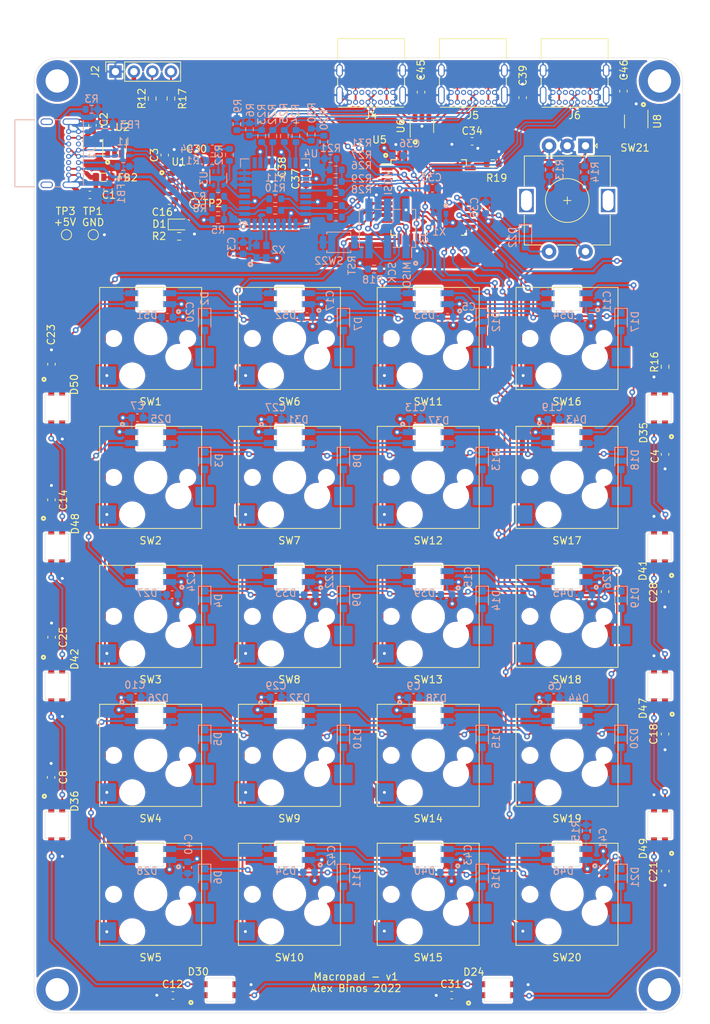
<source format=kicad_pcb>
(kicad_pcb (version 20171130) (host pcbnew "(5.1.8)-1")
  (layers (0 F.Cu signal) (31 B.Cu signal) (34 B.Paste user) (35 F.Paste user) (36 B.SilkS user) (37 F.SilkS user) (38 B.Mask user) (39 F.Mask user) (44 Edge.Cuts user))
  (net 0 "")
  (net 1 "Net-(C1-Pad2)")
  (net 2 VBUS)
  (net 3 GND)
  (net 4 +5V)
  (net 5 +3V3)
  (net 6 "Net-(C33-Pad1)")
  (net 7 "Net-(D1-Pad1)")
  (net 8 "Net-(D2-Pad2)")
  (net 9 ROW[4])
  (net 10 "Net-(D3-Pad2)")
  (net 11 ROW[3])
  (net 12 "Net-(D4-Pad2)")
  (net 13 ROW[2])
  (net 14 "Net-(D5-Pad2)")
  (net 15 ROW[1])
  (net 16 "Net-(D6-Pad2)")
  (net 17 ROW[0])
  (net 18 "Net-(D7-Pad2)")
  (net 19 "Net-(D8-Pad2)")
  (net 20 "Net-(D9-Pad2)")
  (net 21 "Net-(D10-Pad2)")
  (net 22 "Net-(D11-Pad2)")
  (net 23 "Net-(D12-Pad2)")
  (net 24 "Net-(D13-Pad2)")
  (net 25 "Net-(D14-Pad2)")
  (net 26 "Net-(D15-Pad2)")
  (net 27 "Net-(D16-Pad2)")
  (net 28 "Net-(D18-Pad2)")
  (net 29 "Net-(D19-Pad2)")
  (net 30 "Net-(D20-Pad2)")
  (net 31 "Net-(D21-Pad2)")
  (net 32 "Net-(D22-Pad2)")
  (net 33 RGB[0])
  (net 34 "Net-(D24-Pad2)")
  (net 35 RGB[1])
  (net 36 "Net-(D25-Pad2)")
  (net 37 "Net-(D26-Pad4)")
  (net 38 "Net-(D26-Pad2)")
  (net 39 "Net-(D28-Pad2)")
  (net 40 "Net-(D30-Pad2)")
  (net 41 "Net-(D35-Pad2)")
  (net 42 "Net-(D36-Pad2)")
  (net 43 "Net-(D41-Pad2)")
  (net 44 "Net-(D42-Pad2)")
  (net 45 "Net-(D47-Pad2)")
  (net 46 "Net-(D48-Pad2)")
  (net 47 "Net-(J1-PadA6)")
  (net 48 "Net-(J1-PadB5)")
  (net 49 "Net-(J1-PadB8)")
  (net 50 "Net-(J1-PadA7)")
  (net 51 "Net-(J1-PadA8)")
  (net 52 "Net-(J1-PadA5)")
  (net 53 SDA)
  (net 54 SCL)
  (net 55 RST)
  (net 56 MOSI)
  (net 57 SCK)
  (net 58 MISO)
  (net 59 /USB/D-)
  (net 60 /USB/D+)
  (net 61 ROT_ENC_B)
  (net 62 ROT_ENC_A)
  (net 63 RGB_OUT)
  (net 64 "Net-(R19-Pad1)")
  (net 65 COL[0])
  (net 66 COL[1])
  (net 67 COL[2])
  (net 68 COL[3])
  (net 69 ROW[5])
  (net 70 "Net-(U1-Pad4)")
  (net 71 "Net-(U2-Pad4)")
  (net 72 "Net-(U4-Pad32)")
  (net 73 "Net-(U4-Pad30)")
  (net 74 "Net-(U4-Pad29)")
  (net 75 "Net-(U4-Pad5)")
  (net 76 "Net-(U5-Pad17)")
  (net 77 "Net-(U5-Pad16)")
  (net 78 "Net-(D25-Pad4)")
  (net 79 "Net-(J4-PadB5)")
  (net 80 "Net-(J4-PadB8)")
  (net 81 "Net-(J4-PadA8)")
  (net 82 "Net-(J4-PadA5)")
  (net 83 "Net-(J5-PadB5)")
  (net 84 "Net-(J5-PadB8)")
  (net 85 "Net-(J5-PadA8)")
  (net 86 "Net-(J5-PadA5)")
  (net 87 "Net-(J6-PadB5)")
  (net 88 "Net-(J6-PadB8)")
  (net 89 "Net-(J6-PadA8)")
  (net 90 "Net-(J6-PadA5)")
  (net 91 "Net-(U8-Pad6)")
  (net 92 "Net-(D27-Pad2)")
  (net 93 "Net-(D31-Pad4)")
  (net 94 "Net-(D32-Pad4)")
  (net 95 "Net-(D33-Pad2)")
  (net 96 "Net-(D34-Pad2)")
  (net 97 "Net-(D37-Pad4)")
  (net 98 "Net-(D38-Pad4)")
  (net 99 "Net-(D39-Pad2)")
  (net 100 "Net-(D40-Pad2)")
  (net 101 "Net-(D43-Pad4)")
  (net 102 "Net-(D44-Pad4)")
  (net 103 "Net-(D46-Pad2)")
  (net 104 "Net-(D51-Pad2)")
  (net 105 "Net-(D52-Pad2)")
  (net 106 "Net-(D53-Pad2)")
  (net 107 "Net-(U4-Pad21)")
  (net 108 "Net-(U5-Pad29)")
  (net 109 "Net-(C44-Pad2)")
  (net 110 USB_D4+)
  (net 111 USB_D4-)
  (net 112 /USB_HUB/D4+)
  (net 113 /USB_HUB/D4-)
  (net 114 USB_D1+)
  (net 115 USB_D1-)
  (net 116 USB_D2+)
  (net 117 USB_D2-)
  (net 118 USB_D3+)
  (net 119 USB_D3-)
  (net 120 /USB_HUB/D1+)
  (net 121 /USB_HUB/D1-)
  (net 122 /USB_HUB/D2+)
  (net 123 /USB_HUB/D2-)
  (net 124 /USB_HUB/D3+)
  (net 125 /USB_HUB/D3-)
  (net 126 USB_D0-)
  (net 127 USB_D0+)
  (net 128 "Net-(U4-Pad9)")
  (net 129 "Net-(U4-Pad13)")
  (net 130 "Net-(U4-Pad17)")
  (net 131 "Net-(U8-Pad1)")
  (net 132 "Net-(U5-Pad30)")
  (net 133 "Net-(U5-Pad36)")
  (net 134 "Net-(U5-Pad37)")
  (net 135 "Net-(U5-Pad38)")
  (net 136 "Net-(U5-Pad39)")
  (net 137 "Net-(D35-Pad4)")
  (net 138 "Net-(U5-Pad26)")
  (net 139 "Net-(D17-Pad2)")
  (net 140 "Net-(U2-Pad3)")
  (net 141 "Net-(H1-Pad1)")
  (net 142 "Net-(H2-Pad1)")
  (net 143 "Net-(H3-Pad1)")
  (net 144 "Net-(H4-Pad1)")
  (net 145 "Net-(R32-Pad2)")
  (net 146 "Net-(U3-Pad1)")
  (module Package_TO_SOT_SMD:SOT-353_SC-70-5 (layer B.Cu) (at 68.98 76.09 270)
    (fp_text reference U3 (at 0 2 90) (layer B.SilkS) (effects (justify mirror)))
    (fp_text value 74AHC1G17)
    (pad 5 smd rect (at 0.95 0.65 270) (size 0.65 0.4) (layers B.Cu B.Paste B.Mask) (net 5 +3V3))
    (pad 4 smd rect (at 0.95 -0.65 270) (size 0.65 0.4) (layers B.Cu B.Paste B.Mask) (net 145 "Net-(R32-Pad2)"))
    (pad 2 smd rect (at -0.95 0 270) (size 0.65 0.4) (layers B.Cu B.Paste B.Mask) (net 109 "Net-(C44-Pad2)"))
    (pad 3 smd rect (at -0.95 -0.65 270) (size 0.65 0.4) (layers B.Cu B.Paste B.Mask) (net 3 GND))
    (pad 1 smd rect (at -0.95 0.65 270) (size 0.65 0.4) (layers B.Cu B.Paste B.Mask) (net 146 "Net-(U3-Pad1)"))
  )
  (module resistor_smd:R_0603_1608Metric (layer B.Cu) (at 70.5 72.875 270)
    (fp_text reference R32 (at 0 1.43 90) (layer B.SilkS) (effects (justify mirror)))
    (fp_text value OPT)
    (pad 2 smd roundrect (at 0.825 0 270) (size 0.8 0.95) (layers B.Cu B.Paste B.Mask) (net 145 "Net-(R32-Pad2)"))
    (pad 1 smd roundrect (at -0.825 0 270) (size 0.8 0.95) (layers B.Cu B.Paste B.Mask) (net 109 "Net-(C44-Pad2)"))
  )
  (module resistor_smd:R_0603_1608Metric (layer F.Cu) (at 63.605 84.04 180)
    (fp_text reference R2 (at 2.765 0.02) (layer F.SilkS))
    (fp_text value 330R)
    (pad 2 smd roundrect (at 0.825 0 180) (size 0.8 0.95) (layers F.Cu F.Paste F.Mask) (net 7 "Net-(D1-Pad1)"))
    (pad 1 smd roundrect (at -0.825 0 180) (size 0.8 0.95) (layers F.Cu F.Paste F.Mask) (net 3 GND))
  )
  (module Capacitor_smd:C_0603_1608Metric (layer B.Cu) (at 98.375 77.45)
    (fp_text reference C33 (at -0.1527 -1.4732) (layer B.SilkS) (effects (justify mirror)))
    (fp_text value 1uF)
    (pad 2 smd roundrect (at 0.775 0) (size 0.9 0.95) (layers B.Cu B.Paste B.Mask) (net 3 GND))
    (pad 1 smd roundrect (at -0.775 0) (size 0.9 0.95) (layers B.Cu B.Paste B.Mask) (net 6 "Net-(C33-Pad1)"))
  )
  (module Capacitor_smd:C_0603_1608Metric (layer F.Cu) (at 66.15 73.575)
    (fp_text reference C30 (at -0.17 -1.505) (layer F.SilkS))
    (fp_text value 1uF)
    (pad 2 smd roundrect (at 0.775 0) (size 0.9 0.95) (layers F.Cu F.Paste F.Mask) (net 3 GND))
    (pad 1 smd roundrect (at -0.775 0) (size 0.9 0.95) (layers F.Cu F.Paste F.Mask) (net 5 +3V3))
  )
  (module Capacitor_smd:C_0603_1608Metric (layer F.Cu) (at 130.3 132.75 270)
    (fp_text reference C28 (at 0.15 1.6 90) (layer F.SilkS))
    (fp_text value 100nF)
    (pad 2 smd roundrect (at 0.775 0 270) (size 0.9 0.95) (layers F.Cu F.Paste F.Mask) (net 3 GND))
    (pad 1 smd roundrect (at -0.775 0 270) (size 0.9 0.95) (layers F.Cu F.Paste F.Mask) (net 4 +5V))
  )
  (module custom_footprint_library:SK6812-MINI-E (layer F.Cu) (at 116.84 92.583 180)
    (fp_text reference D54 (at 0.50292 -2.26568) (layer B.SilkS) (effects (justify mirror)))
    (fp_text value K43)
    (fp_line (start -1.8 -1.6) (end 1.8 -1.6) (layer Edge.Cuts) (width 0.05))
    (fp_line (start -1.8 1.6) (end -1.8 -1.6) (layer Edge.Cuts) (width 0.05))
    (fp_line (start 1.8 1.6) (end 1.8 -1.6) (layer Edge.Cuts) (width 0.05))
    (fp_line (start -1.8 1.6) (end 1.8 1.6) (layer Edge.Cuts) (width 0.05))
    (pad 4 smd rect (at 2.6 -0.75 180) (size 1.8 0.82) (layers B.Cu B.Paste B.Mask) (net 106 "Net-(D53-Pad2)"))
    (pad 3 smd rect (at 2.6 0.75 180) (size 1.8 0.82) (layers B.Cu B.Paste B.Mask) (net 3 GND))
    (pad 2 smd rect (at -2.6 0.75 180) (size 1.8 0.82) (layers B.Cu B.Paste B.Mask) (net 101 "Net-(D43-Pad4)"))
    (pad 1 smd rect (at -2.6 -0.75 180) (size 1.8 0.82) (layers B.Cu B.Paste B.Mask) (net 4 +5V))
  )
  (module custom_footprint_library:SK6812-MINI-E (layer F.Cu) (at 97.79 92.583 180)
    (fp_text reference D53 (at 0.50292 -2.26568) (layer B.SilkS) (effects (justify mirror)))
    (fp_text value K42)
    (fp_line (start -1.8 -1.6) (end 1.8 -1.6) (layer Edge.Cuts) (width 0.05))
    (fp_line (start -1.8 1.6) (end -1.8 -1.6) (layer Edge.Cuts) (width 0.05))
    (fp_line (start 1.8 1.6) (end 1.8 -1.6) (layer Edge.Cuts) (width 0.05))
    (fp_line (start -1.8 1.6) (end 1.8 1.6) (layer Edge.Cuts) (width 0.05))
    (pad 4 smd rect (at 2.6 -0.75 180) (size 1.8 0.82) (layers B.Cu B.Paste B.Mask) (net 105 "Net-(D52-Pad2)"))
    (pad 3 smd rect (at 2.6 0.75 180) (size 1.8 0.82) (layers B.Cu B.Paste B.Mask) (net 3 GND))
    (pad 2 smd rect (at -2.6 0.75 180) (size 1.8 0.82) (layers B.Cu B.Paste B.Mask) (net 106 "Net-(D53-Pad2)"))
    (pad 1 smd rect (at -2.6 -0.75 180) (size 1.8 0.82) (layers B.Cu B.Paste B.Mask) (net 4 +5V))
  )
  (module custom_footprint_library:SK6812-MINI-E (layer F.Cu) (at 78.74 92.583 180)
    (fp_text reference D52 (at 0.50292 -2.26568) (layer B.SilkS) (effects (justify mirror)))
    (fp_text value K41)
    (fp_line (start -1.8 -1.6) (end 1.8 -1.6) (layer Edge.Cuts) (width 0.05))
    (fp_line (start -1.8 1.6) (end -1.8 -1.6) (layer Edge.Cuts) (width 0.05))
    (fp_line (start 1.8 1.6) (end 1.8 -1.6) (layer Edge.Cuts) (width 0.05))
    (fp_line (start -1.8 1.6) (end 1.8 1.6) (layer Edge.Cuts) (width 0.05))
    (pad 4 smd rect (at 2.6 -0.75 180) (size 1.8 0.82) (layers B.Cu B.Paste B.Mask) (net 104 "Net-(D51-Pad2)"))
    (pad 3 smd rect (at 2.6 0.75 180) (size 1.8 0.82) (layers B.Cu B.Paste B.Mask) (net 3 GND))
    (pad 2 smd rect (at -2.6 0.75 180) (size 1.8 0.82) (layers B.Cu B.Paste B.Mask) (net 105 "Net-(D52-Pad2)"))
    (pad 1 smd rect (at -2.6 -0.75 180) (size 1.8 0.82) (layers B.Cu B.Paste B.Mask) (net 4 +5V))
  )
  (module custom_footprint_library:SK6812-MINI-E (layer F.Cu) (at 59.69 92.583 180)
    (fp_text reference D51 (at 0.50292 -2.26568) (layer B.SilkS) (effects (justify mirror)))
    (fp_text value K40)
    (fp_line (start -1.8 -1.6) (end 1.8 -1.6) (layer Edge.Cuts) (width 0.05))
    (fp_line (start -1.8 1.6) (end -1.8 -1.6) (layer Edge.Cuts) (width 0.05))
    (fp_line (start 1.8 1.6) (end 1.8 -1.6) (layer Edge.Cuts) (width 0.05))
    (fp_line (start -1.8 1.6) (end 1.8 1.6) (layer Edge.Cuts) (width 0.05))
    (pad 4 smd rect (at 2.6 -0.75 180) (size 1.8 0.82) (layers B.Cu B.Paste B.Mask) (net 35 RGB[1]))
    (pad 3 smd rect (at 2.6 0.75 180) (size 1.8 0.82) (layers B.Cu B.Paste B.Mask) (net 3 GND))
    (pad 2 smd rect (at -2.6 0.75 180) (size 1.8 0.82) (layers B.Cu B.Paste B.Mask) (net 104 "Net-(D51-Pad2)"))
    (pad 1 smd rect (at -2.6 -0.75 180) (size 1.8 0.82) (layers B.Cu B.Paste B.Mask) (net 4 +5V))
  )
  (module custom_footprint_library:SK6812-MINI-E (layer B.Cu) (at 46.7995 107.569 270)
    (fp_text reference D50 (at -3.219 -2.4005 90) (layer F.SilkS))
    (fp_text value UG_LED_9)
    (fp_line (start -1.8 -1.6) (end 1.8 -1.6) (layer Edge.Cuts) (width 0.05))
    (fp_line (start 1.8 -1.6) (end 1.8 1.6) (layer Edge.Cuts) (width 0.05))
    (fp_line (start -1.8 -1.6) (end -1.8 1.6) (layer Edge.Cuts) (width 0.05))
    (fp_line (start -1.8 1.6) (end 1.8 1.6) (layer Edge.Cuts) (width 0.05))
    (pad 1 smd rect (at -2.6 0.75 270) (size 1.8 0.82) (layers F.Cu F.Paste F.Mask) (net 4 +5V))
    (pad 2 smd rect (at -2.6 -0.75 270) (size 1.8 0.82) (layers F.Cu F.Paste F.Mask) (net 35 RGB[1]))
    (pad 3 smd rect (at 2.6 -0.75 270) (size 1.8 0.82) (layers F.Cu F.Paste F.Mask) (net 3 GND))
    (pad 4 smd rect (at 2.6 0.75 270) (size 1.8 0.82) (layers F.Cu F.Paste F.Mask) (net 46 "Net-(D48-Pad2)"))
  )
  (module custom_footprint_library:SK6812-MINI-E (layer B.Cu) (at 129.54 164.719 90)
    (fp_text reference D49 (at -3.256 -2.24 90) (layer F.SilkS))
    (fp_text value UG_LED_3)
    (fp_line (start -1.8 1.6) (end 1.8 1.6) (layer Edge.Cuts) (width 0.05))
    (fp_line (start -1.8 -1.6) (end -1.8 1.6) (layer Edge.Cuts) (width 0.05))
    (fp_line (start 1.8 -1.6) (end 1.8 1.6) (layer Edge.Cuts) (width 0.05))
    (fp_line (start -1.8 -1.6) (end 1.8 -1.6) (layer Edge.Cuts) (width 0.05))
    (pad 4 smd rect (at 2.6 0.75 90) (size 1.8 0.82) (layers F.Cu F.Paste F.Mask) (net 45 "Net-(D47-Pad2)"))
    (pad 3 smd rect (at 2.6 -0.75 90) (size 1.8 0.82) (layers F.Cu F.Paste F.Mask) (net 3 GND))
    (pad 2 smd rect (at -2.6 -0.75 90) (size 1.8 0.82) (layers F.Cu F.Paste F.Mask) (net 33 RGB[0]))
    (pad 1 smd rect (at -2.6 0.75 90) (size 1.8 0.82) (layers F.Cu F.Paste F.Mask) (net 4 +5V))
  )
  (module custom_footprint_library:SK6812-MINI-E (layer B.Cu) (at 46.7995 126.619 270)
    (fp_text reference D48 (at -3.169 -2.5255 90) (layer F.SilkS))
    (fp_text value UG_LED_8)
    (fp_line (start -1.8 1.6) (end 1.8 1.6) (layer Edge.Cuts) (width 0.05))
    (fp_line (start -1.8 -1.6) (end -1.8 1.6) (layer Edge.Cuts) (width 0.05))
    (fp_line (start 1.8 -1.6) (end 1.8 1.6) (layer Edge.Cuts) (width 0.05))
    (fp_line (start -1.8 -1.6) (end 1.8 -1.6) (layer Edge.Cuts) (width 0.05))
    (pad 4 smd rect (at 2.6 0.75 270) (size 1.8 0.82) (layers F.Cu F.Paste F.Mask) (net 44 "Net-(D42-Pad2)"))
    (pad 3 smd rect (at 2.6 -0.75 270) (size 1.8 0.82) (layers F.Cu F.Paste F.Mask) (net 3 GND))
    (pad 2 smd rect (at -2.6 -0.75 270) (size 1.8 0.82) (layers F.Cu F.Paste F.Mask) (net 46 "Net-(D48-Pad2)"))
    (pad 1 smd rect (at -2.6 0.75 270) (size 1.8 0.82) (layers F.Cu F.Paste F.Mask) (net 4 +5V))
  )
  (module custom_footprint_library:SK6812-MINI-E (layer B.Cu) (at 129.54 145.669 90)
    (fp_text reference D47 (at -3.081 -2.265 90) (layer F.SilkS))
    (fp_text value UG_LED_2)
    (fp_line (start -1.8 1.6) (end 1.8 1.6) (layer Edge.Cuts) (width 0.05))
    (fp_line (start -1.8 -1.6) (end -1.8 1.6) (layer Edge.Cuts) (width 0.05))
    (fp_line (start 1.8 -1.6) (end 1.8 1.6) (layer Edge.Cuts) (width 0.05))
    (fp_line (start -1.8 -1.6) (end 1.8 -1.6) (layer Edge.Cuts) (width 0.05))
    (pad 4 smd rect (at 2.6 0.75 90) (size 1.8 0.82) (layers F.Cu F.Paste F.Mask) (net 43 "Net-(D41-Pad2)"))
    (pad 3 smd rect (at 2.6 -0.75 90) (size 1.8 0.82) (layers F.Cu F.Paste F.Mask) (net 3 GND))
    (pad 2 smd rect (at -2.6 -0.75 90) (size 1.8 0.82) (layers F.Cu F.Paste F.Mask) (net 45 "Net-(D47-Pad2)"))
    (pad 1 smd rect (at -2.6 0.75 90) (size 1.8 0.82) (layers F.Cu F.Paste F.Mask) (net 4 +5V))
  )
  (module custom_footprint_library:SK6812-MINI-E (layer F.Cu) (at 116.84 168.783 180)
    (fp_text reference D46 (at 0.50292 -2.26568) (layer B.SilkS) (effects (justify mirror)))
    (fp_text value K03)
    (fp_line (start -1.8 -1.6) (end 1.8 -1.6) (layer Edge.Cuts) (width 0.05))
    (fp_line (start -1.8 1.6) (end -1.8 -1.6) (layer Edge.Cuts) (width 0.05))
    (fp_line (start 1.8 1.6) (end 1.8 -1.6) (layer Edge.Cuts) (width 0.05))
    (fp_line (start -1.8 1.6) (end 1.8 1.6) (layer Edge.Cuts) (width 0.05))
    (pad 4 smd rect (at 2.6 -0.75 180) (size 1.8 0.82) (layers B.Cu B.Paste B.Mask) (net 100 "Net-(D40-Pad2)"))
    (pad 3 smd rect (at 2.6 0.75 180) (size 1.8 0.82) (layers B.Cu B.Paste B.Mask) (net 3 GND))
    (pad 2 smd rect (at -2.6 0.75 180) (size 1.8 0.82) (layers B.Cu B.Paste B.Mask) (net 103 "Net-(D46-Pad2)"))
    (pad 1 smd rect (at -2.6 -0.75 180) (size 1.8 0.82) (layers B.Cu B.Paste B.Mask) (net 4 +5V))
  )
  (module custom_footprint_library:SK6812-MINI-E (layer F.Cu) (at 116.84 130.683 180)
    (fp_text reference D45 (at 0.50292 -2.26568) (layer B.SilkS) (effects (justify mirror)))
    (fp_text value K23)
    (fp_line (start -1.8 -1.6) (end 1.8 -1.6) (layer Edge.Cuts) (width 0.05))
    (fp_line (start -1.8 1.6) (end -1.8 -1.6) (layer Edge.Cuts) (width 0.05))
    (fp_line (start 1.8 1.6) (end 1.8 -1.6) (layer Edge.Cuts) (width 0.05))
    (fp_line (start -1.8 1.6) (end 1.8 1.6) (layer Edge.Cuts) (width 0.05))
    (pad 4 smd rect (at 2.6 -0.75 180) (size 1.8 0.82) (layers B.Cu B.Paste B.Mask) (net 99 "Net-(D39-Pad2)"))
    (pad 3 smd rect (at 2.6 0.75 180) (size 1.8 0.82) (layers B.Cu B.Paste B.Mask) (net 3 GND))
    (pad 2 smd rect (at -2.6 0.75 180) (size 1.8 0.82) (layers B.Cu B.Paste B.Mask) (net 102 "Net-(D44-Pad4)"))
    (pad 1 smd rect (at -2.6 -0.75 180) (size 1.8 0.82) (layers B.Cu B.Paste B.Mask) (net 4 +5V))
  )
  (module custom_footprint_library:SK6812-MINI-E (layer F.Cu) (at 116.84 149.733)
    (fp_text reference D44 (at 1.6 -2.363) (layer B.SilkS) (effects (justify mirror)))
    (fp_text value K13)
    (fp_line (start -1.8 -1.6) (end 1.8 -1.6) (layer Edge.Cuts) (width 0.05))
    (fp_line (start -1.8 1.6) (end -1.8 -1.6) (layer Edge.Cuts) (width 0.05))
    (fp_line (start 1.8 1.6) (end 1.8 -1.6) (layer Edge.Cuts) (width 0.05))
    (fp_line (start -1.8 1.6) (end 1.8 1.6) (layer Edge.Cuts) (width 0.05))
    (pad 4 smd rect (at 2.6 -0.75) (size 1.8 0.82) (layers B.Cu B.Paste B.Mask) (net 102 "Net-(D44-Pad4)"))
    (pad 3 smd rect (at 2.6 0.75) (size 1.8 0.82) (layers B.Cu B.Paste B.Mask) (net 3 GND))
    (pad 2 smd rect (at -2.6 0.75) (size 1.8 0.82) (layers B.Cu B.Paste B.Mask) (net 98 "Net-(D38-Pad4)"))
    (pad 1 smd rect (at -2.6 -0.75) (size 1.8 0.82) (layers B.Cu B.Paste B.Mask) (net 4 +5V))
  )
  (module custom_footprint_library:SK6812-MINI-E (layer F.Cu) (at 116.84 111.633)
    (fp_text reference D43 (at 1.3 -2.463) (layer B.SilkS) (effects (justify mirror)))
    (fp_text value K33)
    (fp_line (start -1.8 -1.6) (end 1.8 -1.6) (layer Edge.Cuts) (width 0.05))
    (fp_line (start -1.8 1.6) (end -1.8 -1.6) (layer Edge.Cuts) (width 0.05))
    (fp_line (start 1.8 1.6) (end 1.8 -1.6) (layer Edge.Cuts) (width 0.05))
    (fp_line (start -1.8 1.6) (end 1.8 1.6) (layer Edge.Cuts) (width 0.05))
    (pad 4 smd rect (at 2.6 -0.75) (size 1.8 0.82) (layers B.Cu B.Paste B.Mask) (net 101 "Net-(D43-Pad4)"))
    (pad 3 smd rect (at 2.6 0.75) (size 1.8 0.82) (layers B.Cu B.Paste B.Mask) (net 3 GND))
    (pad 2 smd rect (at -2.6 0.75) (size 1.8 0.82) (layers B.Cu B.Paste B.Mask) (net 97 "Net-(D37-Pad4)"))
    (pad 1 smd rect (at -2.6 -0.75) (size 1.8 0.82) (layers B.Cu B.Paste B.Mask) (net 4 +5V))
  )
  (module custom_footprint_library:SK6812-MINI-E (layer B.Cu) (at 46.7995 145.669 270)
    (fp_text reference D42 (at -3.669 -2.4505 90) (layer F.SilkS))
    (fp_text value UG_LED_7)
    (fp_line (start -1.8 1.6) (end 1.8 1.6) (layer Edge.Cuts) (width 0.05))
    (fp_line (start -1.8 -1.6) (end -1.8 1.6) (layer Edge.Cuts) (width 0.05))
    (fp_line (start 1.8 -1.6) (end 1.8 1.6) (layer Edge.Cuts) (width 0.05))
    (fp_line (start -1.8 -1.6) (end 1.8 -1.6) (layer Edge.Cuts) (width 0.05))
    (pad 4 smd rect (at 2.6 0.75 270) (size 1.8 0.82) (layers F.Cu F.Paste F.Mask) (net 42 "Net-(D36-Pad2)"))
    (pad 3 smd rect (at 2.6 -0.75 270) (size 1.8 0.82) (layers F.Cu F.Paste F.Mask) (net 3 GND))
    (pad 2 smd rect (at -2.6 -0.75 270) (size 1.8 0.82) (layers F.Cu F.Paste F.Mask) (net 44 "Net-(D42-Pad2)"))
    (pad 1 smd rect (at -2.6 0.75 270) (size 1.8 0.82) (layers F.Cu F.Paste F.Mask) (net 4 +5V))
  )
  (module custom_footprint_library:SK6812-MINI-E (layer B.Cu) (at 129.54 126.619 90)
    (fp_text reference D41 (at -3.206 -2.29 90) (layer F.SilkS))
    (fp_text value UG_LED_1)
    (fp_line (start -1.8 1.6) (end 1.8 1.6) (layer Edge.Cuts) (width 0.05))
    (fp_line (start -1.8 -1.6) (end -1.8 1.6) (layer Edge.Cuts) (width 0.05))
    (fp_line (start 1.8 -1.6) (end 1.8 1.6) (layer Edge.Cuts) (width 0.05))
    (fp_line (start -1.8 -1.6) (end 1.8 -1.6) (layer Edge.Cuts) (width 0.05))
    (pad 4 smd rect (at 2.6 0.75 90) (size 1.8 0.82) (layers F.Cu F.Paste F.Mask) (net 41 "Net-(D35-Pad2)"))
    (pad 3 smd rect (at 2.6 -0.75 90) (size 1.8 0.82) (layers F.Cu F.Paste F.Mask) (net 3 GND))
    (pad 2 smd rect (at -2.6 -0.75 90) (size 1.8 0.82) (layers F.Cu F.Paste F.Mask) (net 43 "Net-(D41-Pad2)"))
    (pad 1 smd rect (at -2.6 0.75 90) (size 1.8 0.82) (layers F.Cu F.Paste F.Mask) (net 4 +5V))
  )
  (module custom_footprint_library:SK6812-MINI-E (layer F.Cu) (at 97.79 168.783 180)
    (fp_text reference D40 (at 0.50292 -2.26568) (layer B.SilkS) (effects (justify mirror)))
    (fp_text value K02)
    (fp_line (start -1.8 -1.6) (end 1.8 -1.6) (layer Edge.Cuts) (width 0.05))
    (fp_line (start -1.8 1.6) (end -1.8 -1.6) (layer Edge.Cuts) (width 0.05))
    (fp_line (start 1.8 1.6) (end 1.8 -1.6) (layer Edge.Cuts) (width 0.05))
    (fp_line (start -1.8 1.6) (end 1.8 1.6) (layer Edge.Cuts) (width 0.05))
    (pad 4 smd rect (at 2.6 -0.75 180) (size 1.8 0.82) (layers B.Cu B.Paste B.Mask) (net 96 "Net-(D34-Pad2)"))
    (pad 3 smd rect (at 2.6 0.75 180) (size 1.8 0.82) (layers B.Cu B.Paste B.Mask) (net 3 GND))
    (pad 2 smd rect (at -2.6 0.75 180) (size 1.8 0.82) (layers B.Cu B.Paste B.Mask) (net 100 "Net-(D40-Pad2)"))
    (pad 1 smd rect (at -2.6 -0.75 180) (size 1.8 0.82) (layers B.Cu B.Paste B.Mask) (net 4 +5V))
  )
  (module custom_footprint_library:SK6812-MINI-E (layer F.Cu) (at 97.79 130.683 180)
    (fp_text reference D39 (at 0.50292 -2.26568) (layer B.SilkS) (effects (justify mirror)))
    (fp_text value K22)
    (fp_line (start -1.8 -1.6) (end 1.8 -1.6) (layer Edge.Cuts) (width 0.05))
    (fp_line (start -1.8 1.6) (end -1.8 -1.6) (layer Edge.Cuts) (width 0.05))
    (fp_line (start 1.8 1.6) (end 1.8 -1.6) (layer Edge.Cuts) (width 0.05))
    (fp_line (start -1.8 1.6) (end 1.8 1.6) (layer Edge.Cuts) (width 0.05))
    (pad 4 smd rect (at 2.6 -0.75 180) (size 1.8 0.82) (layers B.Cu B.Paste B.Mask) (net 95 "Net-(D33-Pad2)"))
    (pad 3 smd rect (at 2.6 0.75 180) (size 1.8 0.82) (layers B.Cu B.Paste B.Mask) (net 3 GND))
    (pad 2 smd rect (at -2.6 0.75 180) (size 1.8 0.82) (layers B.Cu B.Paste B.Mask) (net 99 "Net-(D39-Pad2)"))
    (pad 1 smd rect (at -2.6 -0.75 180) (size 1.8 0.82) (layers B.Cu B.Paste B.Mask) (net 4 +5V))
  )
  (module custom_footprint_library:SK6812-MINI-E (layer F.Cu) (at 97.79 149.733)
    (fp_text reference D38 (at 1.12 -2.363) (layer B.SilkS) (effects (justify mirror)))
    (fp_text value K12)
    (fp_line (start -1.8 -1.6) (end 1.8 -1.6) (layer Edge.Cuts) (width 0.05))
    (fp_line (start -1.8 1.6) (end -1.8 -1.6) (layer Edge.Cuts) (width 0.05))
    (fp_line (start 1.8 1.6) (end 1.8 -1.6) (layer Edge.Cuts) (width 0.05))
    (fp_line (start -1.8 1.6) (end 1.8 1.6) (layer Edge.Cuts) (width 0.05))
    (pad 4 smd rect (at 2.6 -0.75) (size 1.8 0.82) (layers B.Cu B.Paste B.Mask) (net 98 "Net-(D38-Pad4)"))
    (pad 3 smd rect (at 2.6 0.75) (size 1.8 0.82) (layers B.Cu B.Paste B.Mask) (net 3 GND))
    (pad 2 smd rect (at -2.6 0.75) (size 1.8 0.82) (layers B.Cu B.Paste B.Mask) (net 94 "Net-(D32-Pad4)"))
    (pad 1 smd rect (at -2.6 -0.75) (size 1.8 0.82) (layers B.Cu B.Paste B.Mask) (net 4 +5V))
  )
  (module custom_footprint_library:SK6812-MINI-E (layer F.Cu) (at 97.79 111.633)
    (fp_text reference D37 (at 1.46 -2.323) (layer B.SilkS) (effects (justify mirror)))
    (fp_text value K32)
    (fp_line (start -1.8 -1.6) (end 1.8 -1.6) (layer Edge.Cuts) (width 0.05))
    (fp_line (start -1.8 1.6) (end -1.8 -1.6) (layer Edge.Cuts) (width 0.05))
    (fp_line (start 1.8 1.6) (end 1.8 -1.6) (layer Edge.Cuts) (width 0.05))
    (fp_line (start -1.8 1.6) (end 1.8 1.6) (layer Edge.Cuts) (width 0.05))
    (pad 4 smd rect (at 2.6 -0.75) (size 1.8 0.82) (layers B.Cu B.Paste B.Mask) (net 97 "Net-(D37-Pad4)"))
    (pad 3 smd rect (at 2.6 0.75) (size 1.8 0.82) (layers B.Cu B.Paste B.Mask) (net 3 GND))
    (pad 2 smd rect (at -2.6 0.75) (size 1.8 0.82) (layers B.Cu B.Paste B.Mask) (net 93 "Net-(D31-Pad4)"))
    (pad 1 smd rect (at -2.6 -0.75) (size 1.8 0.82) (layers B.Cu B.Paste B.Mask) (net 4 +5V))
  )
  (module custom_footprint_library:SK6812-MINI-E (layer B.Cu) (at 46.7995 164.719 270)
    (fp_text reference D36 (at -3.244 -2.4505 90) (layer F.SilkS))
    (fp_text value UG_LED_6)
    (fp_line (start -1.8 1.6) (end 1.8 1.6) (layer Edge.Cuts) (width 0.05))
    (fp_line (start -1.8 -1.6) (end -1.8 1.6) (layer Edge.Cuts) (width 0.05))
    (fp_line (start 1.8 -1.6) (end 1.8 1.6) (layer Edge.Cuts) (width 0.05))
    (fp_line (start -1.8 -1.6) (end 1.8 -1.6) (layer Edge.Cuts) (width 0.05))
    (pad 4 smd rect (at 2.6 0.75 270) (size 1.8 0.82) (layers F.Cu F.Paste F.Mask) (net 40 "Net-(D30-Pad2)"))
    (pad 3 smd rect (at 2.6 -0.75 270) (size 1.8 0.82) (layers F.Cu F.Paste F.Mask) (net 3 GND))
    (pad 2 smd rect (at -2.6 -0.75 270) (size 1.8 0.82) (layers F.Cu F.Paste F.Mask) (net 42 "Net-(D36-Pad2)"))
    (pad 1 smd rect (at -2.6 0.75 270) (size 1.8 0.82) (layers F.Cu F.Paste F.Mask) (net 4 +5V))
  )
  (module custom_footprint_library:SK6812-MINI-E (layer B.Cu) (at 129.54 107.569 90)
    (fp_text reference D35 (at -3.406 -2.19 90) (layer F.SilkS))
    (fp_text value UG_LED_0)
    (fp_line (start -1.8 1.6) (end 1.8 1.6) (layer Edge.Cuts) (width 0.05))
    (fp_line (start -1.8 -1.6) (end -1.8 1.6) (layer Edge.Cuts) (width 0.05))
    (fp_line (start 1.8 -1.6) (end 1.8 1.6) (layer Edge.Cuts) (width 0.05))
    (fp_line (start -1.8 -1.6) (end 1.8 -1.6) (layer Edge.Cuts) (width 0.05))
    (pad 4 smd rect (at 2.6 0.75 90) (size 1.8 0.82) (layers F.Cu F.Paste F.Mask) (net 137 "Net-(D35-Pad4)"))
    (pad 3 smd rect (at 2.6 -0.75 90) (size 1.8 0.82) (layers F.Cu F.Paste F.Mask) (net 3 GND))
    (pad 2 smd rect (at -2.6 -0.75 90) (size 1.8 0.82) (layers F.Cu F.Paste F.Mask) (net 41 "Net-(D35-Pad2)"))
    (pad 1 smd rect (at -2.6 0.75 90) (size 1.8 0.82) (layers F.Cu F.Paste F.Mask) (net 4 +5V))
  )
  (module custom_footprint_library:SK6812-MINI-E (layer F.Cu) (at 78.74 168.783 180)
    (fp_text reference D34 (at 0.50292 -2.26568) (layer B.SilkS) (effects (justify mirror)))
    (fp_text value K01)
    (fp_line (start -1.8 -1.6) (end 1.8 -1.6) (layer Edge.Cuts) (width 0.05))
    (fp_line (start -1.8 1.6) (end -1.8 -1.6) (layer Edge.Cuts) (width 0.05))
    (fp_line (start 1.8 1.6) (end 1.8 -1.6) (layer Edge.Cuts) (width 0.05))
    (fp_line (start -1.8 1.6) (end 1.8 1.6) (layer Edge.Cuts) (width 0.05))
    (pad 4 smd rect (at 2.6 -0.75 180) (size 1.8 0.82) (layers B.Cu B.Paste B.Mask) (net 39 "Net-(D28-Pad2)"))
    (pad 3 smd rect (at 2.6 0.75 180) (size 1.8 0.82) (layers B.Cu B.Paste B.Mask) (net 3 GND))
    (pad 2 smd rect (at -2.6 0.75 180) (size 1.8 0.82) (layers B.Cu B.Paste B.Mask) (net 96 "Net-(D34-Pad2)"))
    (pad 1 smd rect (at -2.6 -0.75 180) (size 1.8 0.82) (layers B.Cu B.Paste B.Mask) (net 4 +5V))
  )
  (module custom_footprint_library:SK6812-MINI-E (layer F.Cu) (at 78.74 130.683 180)
    (fp_text reference D33 (at 0.50292 -2.26568) (layer B.SilkS) (effects (justify mirror)))
    (fp_text value K21)
    (fp_line (start -1.8 -1.6) (end 1.8 -1.6) (layer Edge.Cuts) (width 0.05))
    (fp_line (start -1.8 1.6) (end -1.8 -1.6) (layer Edge.Cuts) (width 0.05))
    (fp_line (start 1.8 1.6) (end 1.8 -1.6) (layer Edge.Cuts) (width 0.05))
    (fp_line (start -1.8 1.6) (end 1.8 1.6) (layer Edge.Cuts) (width 0.05))
    (pad 4 smd rect (at 2.6 -0.75 180) (size 1.8 0.82) (layers B.Cu B.Paste B.Mask) (net 92 "Net-(D27-Pad2)"))
    (pad 3 smd rect (at 2.6 0.75 180) (size 1.8 0.82) (layers B.Cu B.Paste B.Mask) (net 3 GND))
    (pad 2 smd rect (at -2.6 0.75 180) (size 1.8 0.82) (layers B.Cu B.Paste B.Mask) (net 95 "Net-(D33-Pad2)"))
    (pad 1 smd rect (at -2.6 -0.75 180) (size 1.8 0.82) (layers B.Cu B.Paste B.Mask) (net 4 +5V))
  )
  (module custom_footprint_library:SK6812-MINI-E (layer F.Cu) (at 78.74 149.733)
    (fp_text reference D32 (at 1.41 -2.413) (layer B.SilkS) (effects (justify mirror)))
    (fp_text value K11)
    (fp_line (start -1.8 -1.6) (end 1.8 -1.6) (layer Edge.Cuts) (width 0.05))
    (fp_line (start -1.8 1.6) (end -1.8 -1.6) (layer Edge.Cuts) (width 0.05))
    (fp_line (start 1.8 1.6) (end 1.8 -1.6) (layer Edge.Cuts) (width 0.05))
    (fp_line (start -1.8 1.6) (end 1.8 1.6) (layer Edge.Cuts) (width 0.05))
    (pad 4 smd rect (at 2.6 -0.75) (size 1.8 0.82) (layers B.Cu B.Paste B.Mask) (net 94 "Net-(D32-Pad4)"))
    (pad 3 smd rect (at 2.6 0.75) (size 1.8 0.82) (layers B.Cu B.Paste B.Mask) (net 3 GND))
    (pad 2 smd rect (at -2.6 0.75) (size 1.8 0.82) (layers B.Cu B.Paste B.Mask) (net 37 "Net-(D26-Pad4)"))
    (pad 1 smd rect (at -2.6 -0.75) (size 1.8 0.82) (layers B.Cu B.Paste B.Mask) (net 4 +5V))
  )
  (module custom_footprint_library:SK6812-MINI-E (layer F.Cu) (at 78.74 111.633)
    (fp_text reference D31 (at 1.18 -2.453) (layer B.SilkS) (effects (justify mirror)))
    (fp_text value K31)
    (fp_line (start -1.8 -1.6) (end 1.8 -1.6) (layer Edge.Cuts) (width 0.05))
    (fp_line (start -1.8 1.6) (end -1.8 -1.6) (layer Edge.Cuts) (width 0.05))
    (fp_line (start 1.8 1.6) (end 1.8 -1.6) (layer Edge.Cuts) (width 0.05))
    (fp_line (start -1.8 1.6) (end 1.8 1.6) (layer Edge.Cuts) (width 0.05))
    (pad 4 smd rect (at 2.6 -0.75) (size 1.8 0.82) (layers B.Cu B.Paste B.Mask) (net 93 "Net-(D31-Pad4)"))
    (pad 3 smd rect (at 2.6 0.75) (size 1.8 0.82) (layers B.Cu B.Paste B.Mask) (net 3 GND))
    (pad 2 smd rect (at -2.6 0.75) (size 1.8 0.82) (layers B.Cu B.Paste B.Mask) (net 78 "Net-(D25-Pad4)"))
    (pad 1 smd rect (at -2.6 -0.75) (size 1.8 0.82) (layers B.Cu B.Paste B.Mask) (net 4 +5V))
  )
  (module custom_footprint_library:SK6812-MINI-E (layer B.Cu) (at 69.215 187.325)
    (fp_text reference D30 (at -2.99 -2.475) (layer F.SilkS))
    (fp_text value UG_LED_5)
    (fp_line (start -1.8 1.6) (end 1.8 1.6) (layer Edge.Cuts) (width 0.05))
    (fp_line (start -1.8 -1.6) (end -1.8 1.6) (layer Edge.Cuts) (width 0.05))
    (fp_line (start 1.8 -1.6) (end 1.8 1.6) (layer Edge.Cuts) (width 0.05))
    (fp_line (start -1.8 -1.6) (end 1.8 -1.6) (layer Edge.Cuts) (width 0.05))
    (pad 4 smd rect (at 2.6 0.75) (size 1.8 0.82) (layers F.Cu F.Paste F.Mask) (net 34 "Net-(D24-Pad2)"))
    (pad 3 smd rect (at 2.6 -0.75) (size 1.8 0.82) (layers F.Cu F.Paste F.Mask) (net 3 GND))
    (pad 2 smd rect (at -2.6 -0.75) (size 1.8 0.82) (layers F.Cu F.Paste F.Mask) (net 40 "Net-(D30-Pad2)"))
    (pad 1 smd rect (at -2.6 0.75) (size 1.8 0.82) (layers F.Cu F.Paste F.Mask) (net 4 +5V))
  )
  (module custom_footprint_library:SK6812-MINI-E (layer F.Cu) (at 59.69 168.783 180)
    (fp_text reference D28 (at 0.50292 -2.26568) (layer B.SilkS) (effects (justify mirror)))
    (fp_text value K00)
    (fp_line (start -1.8 -1.6) (end 1.8 -1.6) (layer Edge.Cuts) (width 0.05))
    (fp_line (start -1.8 1.6) (end -1.8 -1.6) (layer Edge.Cuts) (width 0.05))
    (fp_line (start 1.8 1.6) (end 1.8 -1.6) (layer Edge.Cuts) (width 0.05))
    (fp_line (start -1.8 1.6) (end 1.8 1.6) (layer Edge.Cuts) (width 0.05))
    (pad 4 smd rect (at 2.6 -0.75 180) (size 1.8 0.82) (layers B.Cu B.Paste B.Mask) (net 38 "Net-(D26-Pad2)"))
    (pad 3 smd rect (at 2.6 0.75 180) (size 1.8 0.82) (layers B.Cu B.Paste B.Mask) (net 3 GND))
    (pad 2 smd rect (at -2.6 0.75 180) (size 1.8 0.82) (layers B.Cu B.Paste B.Mask) (net 39 "Net-(D28-Pad2)"))
    (pad 1 smd rect (at -2.6 -0.75 180) (size 1.8 0.82) (layers B.Cu B.Paste B.Mask) (net 4 +5V))
  )
  (module custom_footprint_library:SK6812-MINI-E (layer F.Cu) (at 59.69 130.683 180)
    (fp_text reference D27 (at 0.50292 -2.26568) (layer B.SilkS) (effects (justify mirror)))
    (fp_text value K20)
    (fp_line (start -1.8 -1.6) (end 1.8 -1.6) (layer Edge.Cuts) (width 0.05))
    (fp_line (start -1.8 1.6) (end -1.8 -1.6) (layer Edge.Cuts) (width 0.05))
    (fp_line (start 1.8 1.6) (end 1.8 -1.6) (layer Edge.Cuts) (width 0.05))
    (fp_line (start -1.8 1.6) (end 1.8 1.6) (layer Edge.Cuts) (width 0.05))
    (pad 4 smd rect (at 2.6 -0.75 180) (size 1.8 0.82) (layers B.Cu B.Paste B.Mask) (net 36 "Net-(D25-Pad2)"))
    (pad 3 smd rect (at 2.6 0.75 180) (size 1.8 0.82) (layers B.Cu B.Paste B.Mask) (net 3 GND))
    (pad 2 smd rect (at -2.6 0.75 180) (size 1.8 0.82) (layers B.Cu B.Paste B.Mask) (net 92 "Net-(D27-Pad2)"))
    (pad 1 smd rect (at -2.6 -0.75 180) (size 1.8 0.82) (layers B.Cu B.Paste B.Mask) (net 4 +5V))
  )
  (module custom_footprint_library:SK6812-MINI-E (layer F.Cu) (at 59.69 149.733)
    (fp_text reference D26 (at 1.06 -2.373) (layer B.SilkS) (effects (justify mirror)))
    (fp_text value K10)
    (fp_line (start -1.8 -1.6) (end 1.8 -1.6) (layer Edge.Cuts) (width 0.05))
    (fp_line (start -1.8 1.6) (end -1.8 -1.6) (layer Edge.Cuts) (width 0.05))
    (fp_line (start 1.8 1.6) (end 1.8 -1.6) (layer Edge.Cuts) (width 0.05))
    (fp_line (start -1.8 1.6) (end 1.8 1.6) (layer Edge.Cuts) (width 0.05))
    (pad 4 smd rect (at 2.6 -0.75) (size 1.8 0.82) (layers B.Cu B.Paste B.Mask) (net 37 "Net-(D26-Pad4)"))
    (pad 3 smd rect (at 2.6 0.75) (size 1.8 0.82) (layers B.Cu B.Paste B.Mask) (net 3 GND))
    (pad 2 smd rect (at -2.6 0.75) (size 1.8 0.82) (layers B.Cu B.Paste B.Mask) (net 38 "Net-(D26-Pad2)"))
    (pad 1 smd rect (at -2.6 -0.75) (size 1.8 0.82) (layers B.Cu B.Paste B.Mask) (net 4 +5V))
  )
  (module custom_footprint_library:SK6812-MINI-E (layer F.Cu) (at 59.69 111.633)
    (fp_text reference D25 (at 1.42 -2.553) (layer B.SilkS) (effects (justify mirror)))
    (fp_text value K30)
    (fp_line (start -1.8 -1.6) (end 1.8 -1.6) (layer Edge.Cuts) (width 0.05))
    (fp_line (start -1.8 1.6) (end -1.8 -1.6) (layer Edge.Cuts) (width 0.05))
    (fp_line (start 1.8 1.6) (end 1.8 -1.6) (layer Edge.Cuts) (width 0.05))
    (fp_line (start -1.8 1.6) (end 1.8 1.6) (layer Edge.Cuts) (width 0.05))
    (pad 4 smd rect (at 2.6 -0.75) (size 1.8 0.82) (layers B.Cu B.Paste B.Mask) (net 78 "Net-(D25-Pad4)"))
    (pad 3 smd rect (at 2.6 0.75) (size 1.8 0.82) (layers B.Cu B.Paste B.Mask) (net 3 GND))
    (pad 2 smd rect (at -2.6 0.75) (size 1.8 0.82) (layers B.Cu B.Paste B.Mask) (net 36 "Net-(D25-Pad2)"))
    (pad 1 smd rect (at -2.6 -0.75) (size 1.8 0.82) (layers B.Cu B.Paste B.Mask) (net 4 +5V))
  )
  (module custom_footprint_library:SK6812-MINI-E (layer B.Cu) (at 107.315 187.325)
    (fp_text reference D24 (at -3.265 -2.425) (layer F.SilkS))
    (fp_text value UG_LED_4)
    (fp_line (start -1.8 1.6) (end 1.8 1.6) (layer Edge.Cuts) (width 0.05))
    (fp_line (start -1.8 -1.6) (end -1.8 1.6) (layer Edge.Cuts) (width 0.05))
    (fp_line (start 1.8 -1.6) (end 1.8 1.6) (layer Edge.Cuts) (width 0.05))
    (fp_line (start -1.8 -1.6) (end 1.8 -1.6) (layer Edge.Cuts) (width 0.05))
    (pad 4 smd rect (at 2.6 0.75) (size 1.8 0.82) (layers F.Cu F.Paste F.Mask) (net 33 RGB[0]))
    (pad 3 smd rect (at 2.6 -0.75) (size 1.8 0.82) (layers F.Cu F.Paste F.Mask) (net 3 GND))
    (pad 2 smd rect (at -2.6 -0.75) (size 1.8 0.82) (layers F.Cu F.Paste F.Mask) (net 34 "Net-(D24-Pad2)"))
    (pad 1 smd rect (at -2.6 0.75) (size 1.8 0.82) (layers F.Cu F.Paste F.Mask) (net 4 +5V))
  )
  (module resistor_smd:R_0603_1608Metric (layer B.Cu) (at 85.105 74.92 180)
    (fp_text reference R31 (at -3.535 3.67) (layer B.SilkS) (effects (justify mirror)))
    (fp_text value 15K)
    (pad 2 smd roundrect (at 0.825 0 180) (size 0.8 0.95) (layers B.Cu B.Paste B.Mask) (net 3 GND))
    (pad 1 smd roundrect (at -0.825 0 180) (size 0.8 0.95) (layers B.Cu B.Paste B.Mask) (net 119 USB_D3-))
  )
  (module resistor_smd:R_0603_1608Metric (layer B.Cu) (at 81.725 70.1 90)
    (fp_text reference R30 (at 2.99 0.085 90) (layer B.SilkS) (effects (justify mirror)))
    (fp_text value 15K)
    (pad 2 smd roundrect (at 0.825 0 90) (size 0.8 0.95) (layers B.Cu B.Paste B.Mask) (net 3 GND))
    (pad 1 smd roundrect (at -0.825 0 90) (size 0.8 0.95) (layers B.Cu B.Paste B.Mask) (net 117 USB_D2-))
  )
  (module resistor_smd:R_0603_1608Metric (layer B.Cu) (at 84.375 73.38 180)
    (fp_text reference R21 (at 0 1.43) (layer B.SilkS) (effects (justify mirror)))
    (fp_text value 15K)
    (pad 2 smd roundrect (at 0.825 0 180) (size 0.8 0.95) (layers B.Cu B.Paste B.Mask) (net 3 GND))
    (pad 1 smd roundrect (at -0.825 0 180) (size 0.8 0.95) (layers B.Cu B.Paste B.Mask) (net 118 USB_D3+))
  )
  (module resistor_smd:R_0603_1608Metric (layer B.Cu) (at 83.47 71.075 270)
    (fp_text reference R20 (at -3.025 -0.02 90) (layer B.SilkS) (effects (justify mirror)))
    (fp_text value 15K)
    (pad 2 smd roundrect (at 0.825 0 270) (size 0.8 0.95) (layers B.Cu B.Paste B.Mask) (net 3 GND))
    (pad 1 smd roundrect (at -0.825 0 270) (size 0.8 0.95) (layers B.Cu B.Paste B.Mask) (net 116 USB_D2+))
  )
  (module resistor_smd:R_0603_1608Metric (layer F.Cu) (at 62.475 65.15 90)
    (fp_text reference R17 (at -0.04 1.585 90) (layer F.SilkS))
    (fp_text value 4K7)
    (pad 2 smd roundrect (at 0.825 0 90) (size 0.8 0.95) (layers F.Cu F.Paste F.Mask) (net 53 SDA))
    (pad 1 smd roundrect (at -0.825 0 90) (size 0.8 0.95) (layers F.Cu F.Paste F.Mask) (net 5 +3V3))
  )
  (module resistor_smd:R_0603_1608Metric (layer F.Cu) (at 59.9 65.15 90)
    (fp_text reference R12 (at 0 -1.43 90) (layer F.SilkS))
    (fp_text value 4K7)
    (pad 2 smd roundrect (at 0.825 0 90) (size 0.8 0.95) (layers F.Cu F.Paste F.Mask) (net 54 SCL))
    (pad 1 smd roundrect (at -0.825 0 90) (size 0.8 0.95) (layers F.Cu F.Paste F.Mask) (net 5 +3V3))
  )
  (module resistor_smd:R_0603_1608Metric (layer B.Cu) (at 76.7964 78.8924 180)
    (fp_text reference R11 (at -0.0336 2.8824 180) (layer B.SilkS) (effects (justify mirror)))
    (fp_text value OPT)
    (pad 2 smd roundrect (at 0.825 0 180) (size 0.8 0.95) (layers B.Cu B.Paste B.Mask) (net 126 USB_D0-))
    (pad 1 smd roundrect (at -0.825 0 180) (size 0.8 0.95) (layers B.Cu B.Paste B.Mask) (net 113 /USB_HUB/D4-))
  )
  (module resistor_smd:R_0603_1608Metric (layer B.Cu) (at 76.7964 80.4672 180)
    (fp_text reference R10 (at -0.0036 3.0772 180) (layer B.SilkS) (effects (justify mirror)))
    (fp_text value OPT)
    (pad 2 smd roundrect (at 0.825 0 180) (size 0.8 0.95) (layers B.Cu B.Paste B.Mask) (net 127 USB_D0+))
    (pad 1 smd roundrect (at -0.825 0 180) (size 0.8 0.95) (layers B.Cu B.Paste B.Mask) (net 112 /USB_HUB/D4+))
  )
  (module resistor_smd:R_0603_1608Metric (layer B.Cu) (at 71.525 68.65 90)
    (fp_text reference R9 (at 2.5 0.125 90) (layer B.SilkS) (effects (justify mirror)))
    (fp_text value 15K)
    (pad 2 smd roundrect (at 0.825 0 90) (size 0.8 0.95) (layers B.Cu B.Paste B.Mask) (net 3 GND))
    (pad 1 smd roundrect (at -0.825 0 90) (size 0.8 0.95) (layers B.Cu B.Paste B.Mask) (net 115 USB_D1-))
  )
  (module resistor_smd:R_0603_1608Metric (layer B.Cu) (at 73.25 69.375 90)
    (fp_text reference R6 (at 2.635 0.12 90) (layer B.SilkS) (effects (justify mirror)))
    (fp_text value 15K)
    (pad 2 smd roundrect (at 0.825 0 90) (size 0.8 0.95) (layers B.Cu B.Paste B.Mask) (net 3 GND))
    (pad 1 smd roundrect (at -0.825 0 90) (size 0.8 0.95) (layers B.Cu B.Paste B.Mask) (net 114 USB_D1+))
  )
  (module resistor_smd:R_0603_1608Metric (layer B.Cu) (at 68.955 81.75)
    (fp_text reference R5 (at 0 1.43 180) (layer B.SilkS) (effects (justify mirror)))
    (fp_text value 1K5)
    (pad 2 smd roundrect (at 0.825 0) (size 0.8 0.95) (layers B.Cu B.Paste B.Mask) (net 127 USB_D0+))
    (pad 1 smd roundrect (at -0.825 0) (size 0.8 0.95) (layers B.Cu B.Paste B.Mask) (net 5 +3V3))
  )
  (module custom_footprint_library:SW_SPST_B3U-1000P (layer B.Cu) (at 85.52942 84.80298 180)
    (fp_text reference SW22 (at 1.36942 -2.59702) (layer B.SilkS) (effects (justify mirror)))
    (fp_text value SW_Push)
    (pad 1 smd rect (at -2.13868 -0.05588 180) (size 0.9 1.7) (layers B.Cu B.Paste B.Mask) (net 55 RST))
    (pad 2 smd rect (at 2.17932 -0.04572 180) (size 0.9 1.7) (layers B.Cu B.Paste B.Mask) (net 3 GND))
  )
  (module TestPoint:TestPoint_Pad_D1.0mm (layer F.Cu) (at 65.73 79.53)
    (fp_text reference TP2 (at 2.45 -0.02) (layer F.SilkS))
    (fp_text value TestPoint)
    (pad 1 smd circle (at 0 0) (size 1 1) (layers F.Cu F.Mask) (net 5 +3V3))
  )
  (module Capacitor_smd:C_0603_1608Metric (layer F.Cu) (at 62.2424 79.1464)
    (fp_text reference C16 (at -0.9522 1.5621) (layer F.SilkS))
    (fp_text value 100nF)
    (pad 2 smd roundrect (at 0.775 0) (size 0.9 0.95) (layers F.Cu F.Paste F.Mask) (net 3 GND))
    (pad 1 smd roundrect (at -0.775 0) (size 0.9 0.95) (layers F.Cu F.Paste F.Mask) (net 4 +5V))
  )
  (module Package_TO_SOT_SMD:SOT-23-6 (layer F.Cu) (at 126.3396 68.283 270)
    (fp_text reference U8 (at 0 -2.9 270) (layer F.SilkS))
    (fp_text value SRV05-4)
    (pad 5 smd rect (at 1.1 0 270) (size 1.06 0.65) (layers F.Cu F.Paste F.Mask) (net 4 +5V))
    (pad 6 smd rect (at 1.1 -0.95 270) (size 1.06 0.65) (layers F.Cu F.Paste F.Mask) (net 91 "Net-(U8-Pad6)"))
    (pad 4 smd rect (at 1.1 0.95 270) (size 1.06 0.65) (layers F.Cu F.Paste F.Mask) (net 119 USB_D3-))
    (pad 3 smd rect (at -1.1 0.95 270) (size 1.06 0.65) (layers F.Cu F.Paste F.Mask) (net 118 USB_D3+))
    (pad 2 smd rect (at -1.1 0 270) (size 1.06 0.65) (layers F.Cu F.Paste F.Mask) (net 3 GND))
    (pad 1 smd rect (at -1.1 -0.95 270) (size 1.06 0.65) (layers F.Cu F.Paste F.Mask) (net 131 "Net-(U8-Pad1)"))
  )
  (module Package_TO_SOT_SMD:SOT-23-6 (layer F.Cu) (at 96.9264 68.9102 90)
    (fp_text reference U6 (at 0 -2.9 90) (layer F.SilkS))
    (fp_text value SRV05-4)
    (pad 5 smd rect (at 1.1 0 90) (size 1.06 0.65) (layers F.Cu F.Paste F.Mask) (net 4 +5V))
    (pad 6 smd rect (at 1.1 -0.95 90) (size 1.06 0.65) (layers F.Cu F.Paste F.Mask) (net 114 USB_D1+))
    (pad 4 smd rect (at 1.1 0.95 90) (size 1.06 0.65) (layers F.Cu F.Paste F.Mask) (net 117 USB_D2-))
    (pad 3 smd rect (at -1.1 0.95 90) (size 1.06 0.65) (layers F.Cu F.Paste F.Mask) (net 116 USB_D2+))
    (pad 2 smd rect (at -1.1 0 90) (size 1.06 0.65) (layers F.Cu F.Paste F.Mask) (net 3 GND))
    (pad 1 smd rect (at -1.1 -0.95 90) (size 1.06 0.65) (layers F.Cu F.Paste F.Mask) (net 115 USB_D1-))
  )
  (module Connector_USB:USB_C_Receptacle_GCT_USB4085 (layer F.Cu) (at 106.8959 65.659 180)
    (fp_text reference J5 (at 2.975 -1.8) (layer F.SilkS))
    (fp_text value USB_C_Receptacle_USB2.0)
    (pad S1 thru_hole oval (at 7.3 4.36 180) (size 0.9 1.7) (drill oval 0.6 1.4) (layers *.Cu *.Mask) (net 3 GND))
    (pad S1 thru_hole oval (at -1.35 4.36 180) (size 0.9 1.7) (drill oval 0.6 1.4) (layers *.Cu *.Mask) (net 3 GND))
    (pad S1 thru_hole oval (at 7.3 0.98 180) (size 0.9 2.4) (drill oval 0.6 2.1) (layers *.Cu *.Mask) (net 3 GND))
    (pad S1 thru_hole oval (at -1.35 0.98 180) (size 0.9 2.4) (drill oval 0.6 2.1) (layers *.Cu *.Mask) (net 3 GND))
    (pad B6 thru_hole circle (at 3.4 1.35 180) (size 0.7 0.7) (drill 0.4) (layers *.Cu *.Mask) (net 116 USB_D2+))
    (pad B1 thru_hole circle (at 5.95 1.35 180) (size 0.7 0.7) (drill 0.4) (layers *.Cu *.Mask) (net 3 GND))
    (pad B4 thru_hole circle (at 5.1 1.35 180) (size 0.7 0.7) (drill 0.4) (layers *.Cu *.Mask) (net 4 +5V))
    (pad B5 thru_hole circle (at 4.25 1.35 180) (size 0.7 0.7) (drill 0.4) (layers *.Cu *.Mask) (net 83 "Net-(J5-PadB5)"))
    (pad B12 thru_hole circle (at 0 1.35 180) (size 0.7 0.7) (drill 0.4) (layers *.Cu *.Mask) (net 3 GND))
    (pad B8 thru_hole circle (at 1.7 1.35 180) (size 0.7 0.7) (drill 0.4) (layers *.Cu *.Mask) (net 84 "Net-(J5-PadB8)"))
    (pad B7 thru_hole circle (at 2.55 1.35 180) (size 0.7 0.7) (drill 0.4) (layers *.Cu *.Mask) (net 117 USB_D2-))
    (pad B9 thru_hole circle (at 0.85 1.35 180) (size 0.7 0.7) (drill 0.4) (layers *.Cu *.Mask) (net 4 +5V))
    (pad A12 thru_hole circle (at 5.95 0 180) (size 0.7 0.7) (drill 0.4) (layers *.Cu *.Mask) (net 3 GND))
    (pad A9 thru_hole circle (at 5.1 0 180) (size 0.7 0.7) (drill 0.4) (layers *.Cu *.Mask) (net 4 +5V))
    (pad A8 thru_hole circle (at 4.25 0 180) (size 0.7 0.7) (drill 0.4) (layers *.Cu *.Mask) (net 85 "Net-(J5-PadA8)"))
    (pad A7 thru_hole circle (at 3.4 0 180) (size 0.7 0.7) (drill 0.4) (layers *.Cu *.Mask) (net 117 USB_D2-))
    (pad A6 thru_hole circle (at 2.55 0 180) (size 0.7 0.7) (drill 0.4) (layers *.Cu *.Mask) (net 116 USB_D2+))
    (pad A5 thru_hole circle (at 1.7 0 180) (size 0.7 0.7) (drill 0.4) (layers *.Cu *.Mask) (net 86 "Net-(J5-PadA5)"))
    (pad A4 thru_hole circle (at 0.85 0 180) (size 0.7 0.7) (drill 0.4) (layers *.Cu *.Mask) (net 4 +5V))
    (pad A1 thru_hole circle (at 0 0 180) (size 0.7 0.7) (drill 0.4) (layers *.Cu *.Mask) (net 3 GND))
  )
  (module Capacitor_smd:C_0603_1608Metric (layer B.Cu) (at 61.976 95.123 180)
    (fp_text reference C20 (at -3.1115 0.7112 90) (layer B.SilkS) (effects (justify mirror)))
    (fp_text value 100nF)
    (pad 1 smd roundrect (at -0.775 0 180) (size 0.9 0.95) (layers B.Cu B.Paste B.Mask) (net 4 +5V))
    (pad 2 smd roundrect (at 0.775 0 180) (size 0.9 0.95) (layers B.Cu B.Paste B.Mask) (net 3 GND))
  )
  (module Inductor_SMD:L_0805_2012Metric (layer B.Cu) (at 53.45 68.707 180)
    (fp_text reference FB3 (at -3.41 -0.043) (layer B.SilkS) (effects (justify mirror)))
    (fp_text value Ferrite_Bead)
    (pad 2 smd roundrect (at 1.0625 0 180) (size 0.875 1.2) (layers B.Cu B.Paste B.Mask) (net 1 "Net-(C1-Pad2)"))
    (pad 1 smd roundrect (at -1.0625 0 180) (size 0.875 1.2) (layers B.Cu B.Paste B.Mask) (net 3 GND))
  )
  (module CherryMX_PCB_KailhSocket:CherryMX_1.00u_PCB_KailhSocket (layer F.Cu) (at 97.79 117.094 180)
    (fp_text reference SW12 (at 0 -8.6625) (layer F.SilkS))
    (fp_text value K32_1U)
    (pad "" np_thru_hole circle (at 0 0 180) (size 4 4) (drill 4) (layers *.Cu *.Mask))
    (pad "" np_thru_hole circle (at -5.08 0 180) (size 1.75 1.75) (drill 1.75) (layers *.Cu *.Mask))
    (pad "" np_thru_hole circle (at 5.08 0 180) (size 1.75 1.75) (drill 1.75) (layers *.Cu *.Mask))
    (pad "" np_thru_hole circle (at -3.81 -2.54 180) (size 3 3) (drill 3) (layers *.Cu *.Mask))
    (pad "" np_thru_hole circle (at 2.54 -5.08 180) (size 3 3) (drill 3) (layers *.Cu *.Mask))
    (pad 1 smd rect (at -7.41 -2.54 180) (size 2.55 2.5) (layers B.Cu B.Paste B.Mask) (net 24 "Net-(D13-Pad2)"))
    (pad 2 smd rect (at 6.015 -5.08 180) (size 2.55 2.5) (layers B.Cu B.Paste B.Mask) (net 67 COL[2]))
  )
  (module CherryMX_PCB_KailhSocket:CherryMX_1.00u_PCB_KailhSocket (layer F.Cu) (at 78.74 117.094 180)
    (fp_text reference SW7 (at 0 -8.6625) (layer F.SilkS))
    (fp_text value K31_1U)
    (pad "" np_thru_hole circle (at 0 0 180) (size 4 4) (drill 4) (layers *.Cu *.Mask))
    (pad "" np_thru_hole circle (at -5.08 0 180) (size 1.75 1.75) (drill 1.75) (layers *.Cu *.Mask))
    (pad "" np_thru_hole circle (at 5.08 0 180) (size 1.75 1.75) (drill 1.75) (layers *.Cu *.Mask))
    (pad "" np_thru_hole circle (at -3.81 -2.54 180) (size 3 3) (drill 3) (layers *.Cu *.Mask))
    (pad "" np_thru_hole circle (at 2.54 -5.08 180) (size 3 3) (drill 3) (layers *.Cu *.Mask))
    (pad 1 smd rect (at -7.41 -2.54 180) (size 2.55 2.5) (layers B.Cu B.Paste B.Mask) (net 19 "Net-(D8-Pad2)"))
    (pad 2 smd rect (at 6.015 -5.08 180) (size 2.55 2.5) (layers B.Cu B.Paste B.Mask) (net 66 COL[1]))
  )
  (module CherryMX_PCB_KailhSocket:CherryMX_1.00u_PCB_KailhSocket (layer F.Cu) (at 116.84 117.094 180)
    (fp_text reference SW17 (at 0 -8.6625) (layer F.SilkS))
    (fp_text value K33_1U)
    (pad "" np_thru_hole circle (at 0 0 180) (size 4 4) (drill 4) (layers *.Cu *.Mask))
    (pad "" np_thru_hole circle (at -5.08 0 180) (size 1.75 1.75) (drill 1.75) (layers *.Cu *.Mask))
    (pad "" np_thru_hole circle (at 5.08 0 180) (size 1.75 1.75) (drill 1.75) (layers *.Cu *.Mask))
    (pad "" np_thru_hole circle (at -3.81 -2.54 180) (size 3 3) (drill 3) (layers *.Cu *.Mask))
    (pad "" np_thru_hole circle (at 2.54 -5.08 180) (size 3 3) (drill 3) (layers *.Cu *.Mask))
    (pad 1 smd rect (at -7.41 -2.54 180) (size 2.55 2.5) (layers B.Cu B.Paste B.Mask) (net 28 "Net-(D18-Pad2)"))
    (pad 2 smd rect (at 6.015 -5.08 180) (size 2.55 2.5) (layers B.Cu B.Paste B.Mask) (net 68 COL[3]))
  )
  (module CherryMX_PCB_KailhSocket:CherryMX_1.00u_PCB_KailhSocket (layer F.Cu) (at 59.69 117.094 180)
    (fp_text reference SW2 (at 0 -8.6625) (layer F.SilkS))
    (fp_text value K30_1U)
    (pad "" np_thru_hole circle (at 0 0 180) (size 4 4) (drill 4) (layers *.Cu *.Mask))
    (pad "" np_thru_hole circle (at -5.08 0 180) (size 1.75 1.75) (drill 1.75) (layers *.Cu *.Mask))
    (pad "" np_thru_hole circle (at 5.08 0 180) (size 1.75 1.75) (drill 1.75) (layers *.Cu *.Mask))
    (pad "" np_thru_hole circle (at -3.81 -2.54 180) (size 3 3) (drill 3) (layers *.Cu *.Mask))
    (pad "" np_thru_hole circle (at 2.54 -5.08 180) (size 3 3) (drill 3) (layers *.Cu *.Mask))
    (pad 1 smd rect (at -7.41 -2.54 180) (size 2.55 2.5) (layers B.Cu B.Paste B.Mask) (net 10 "Net-(D3-Pad2)"))
    (pad 2 smd rect (at 6.015 -5.08 180) (size 2.55 2.5) (layers B.Cu B.Paste B.Mask) (net 65 COL[0]))
  )
  (module Capacitor_smd:C_0603_1608Metric (layer F.Cu) (at 46.07 120.165 90)
    (fp_text reference C14 (at -0.035 1.63 90) (layer F.SilkS))
    (fp_text value 100nF)
    (pad 1 smd roundrect (at -0.775 0 90) (size 0.9 0.95) (layers F.Cu F.Paste F.Mask) (net 4 +5V))
    (pad 2 smd roundrect (at 0.775 0 90) (size 0.9 0.95) (layers F.Cu F.Paste F.Mask) (net 3 GND))
  )
  (module Capacitor_smd:C_0603_1608Metric (layer F.Cu) (at 46.075 101.575 90)
    (fp_text reference C23 (at 4.05 -0.05 90) (layer F.SilkS))
    (fp_text value 100nF)
    (pad 1 smd roundrect (at -0.775 0 90) (size 0.9 0.95) (layers F.Cu F.Paste F.Mask) (net 4 +5V))
    (pad 2 smd roundrect (at 0.775 0 90) (size 0.9 0.95) (layers F.Cu F.Paste F.Mask) (net 3 GND))
  )
  (module CherryMX_PCB_KailhSocket:CherryMX_1.00u_PCB_KailhSocket (layer F.Cu) (at 116.84 98.044 180)
    (fp_text reference SW16 (at 0 -8.6625) (layer F.SilkS))
    (fp_text value K43_1U)
    (pad "" np_thru_hole circle (at 0 0 180) (size 4 4) (drill 4) (layers *.Cu *.Mask))
    (pad "" np_thru_hole circle (at -5.08 0 180) (size 1.75 1.75) (drill 1.75) (layers *.Cu *.Mask))
    (pad "" np_thru_hole circle (at 5.08 0 180) (size 1.75 1.75) (drill 1.75) (layers *.Cu *.Mask))
    (pad "" np_thru_hole circle (at -3.81 -2.54 180) (size 3 3) (drill 3) (layers *.Cu *.Mask))
    (pad "" np_thru_hole circle (at 2.54 -5.08 180) (size 3 3) (drill 3) (layers *.Cu *.Mask))
    (pad 1 smd rect (at -7.41 -2.54 180) (size 2.55 2.5) (layers B.Cu B.Paste B.Mask) (net 139 "Net-(D17-Pad2)"))
    (pad 2 smd rect (at 6.015 -5.08 180) (size 2.55 2.5) (layers B.Cu B.Paste B.Mask) (net 68 COL[3]))
  )
  (module CherryMX_PCB_KailhSocket:CherryMX_1.00u_PCB_KailhSocket (layer F.Cu) (at 116.84 136.144 180)
    (fp_text reference SW18 (at 0 -8.6625) (layer F.SilkS))
    (fp_text value K23_1U)
    (pad "" np_thru_hole circle (at 0 0 180) (size 4 4) (drill 4) (layers *.Cu *.Mask))
    (pad "" np_thru_hole circle (at -5.08 0 180) (size 1.75 1.75) (drill 1.75) (layers *.Cu *.Mask))
    (pad "" np_thru_hole circle (at 5.08 0 180) (size 1.75 1.75) (drill 1.75) (layers *.Cu *.Mask))
    (pad "" np_thru_hole circle (at -3.81 -2.54 180) (size 3 3) (drill 3) (layers *.Cu *.Mask))
    (pad "" np_thru_hole circle (at 2.54 -5.08 180) (size 3 3) (drill 3) (layers *.Cu *.Mask))
    (pad 1 smd rect (at -7.41 -2.54 180) (size 2.55 2.5) (layers B.Cu B.Paste B.Mask) (net 29 "Net-(D19-Pad2)"))
    (pad 2 smd rect (at 6.015 -5.08 180) (size 2.55 2.5) (layers B.Cu B.Paste B.Mask) (net 68 COL[3]))
  )
  (module CherryMX_PCB_KailhSocket:CherryMX_1.00u_PCB_KailhSocket (layer F.Cu) (at 78.74 136.144 180)
    (fp_text reference SW8 (at 0 -8.6625) (layer F.SilkS))
    (fp_text value K21_1U)
    (pad "" np_thru_hole circle (at 0 0 180) (size 4 4) (drill 4) (layers *.Cu *.Mask))
    (pad "" np_thru_hole circle (at -5.08 0 180) (size 1.75 1.75) (drill 1.75) (layers *.Cu *.Mask))
    (pad "" np_thru_hole circle (at 5.08 0 180) (size 1.75 1.75) (drill 1.75) (layers *.Cu *.Mask))
    (pad "" np_thru_hole circle (at -3.81 -2.54 180) (size 3 3) (drill 3) (layers *.Cu *.Mask))
    (pad "" np_thru_hole circle (at 2.54 -5.08 180) (size 3 3) (drill 3) (layers *.Cu *.Mask))
    (pad 1 smd rect (at -7.41 -2.54 180) (size 2.55 2.5) (layers B.Cu B.Paste B.Mask) (net 20 "Net-(D9-Pad2)"))
    (pad 2 smd rect (at 6.015 -5.08 180) (size 2.55 2.5) (layers B.Cu B.Paste B.Mask) (net 66 COL[1]))
  )
  (module CherryMX_PCB_KailhSocket:CherryMX_1.00u_PCB_KailhSocket (layer F.Cu) (at 97.79 98.044 180)
    (fp_text reference SW11 (at 0 -8.6625) (layer F.SilkS))
    (fp_text value K42_1U)
    (pad "" np_thru_hole circle (at 0 0 180) (size 4 4) (drill 4) (layers *.Cu *.Mask))
    (pad "" np_thru_hole circle (at -5.08 0 180) (size 1.75 1.75) (drill 1.75) (layers *.Cu *.Mask))
    (pad "" np_thru_hole circle (at 5.08 0 180) (size 1.75 1.75) (drill 1.75) (layers *.Cu *.Mask))
    (pad "" np_thru_hole circle (at -3.81 -2.54 180) (size 3 3) (drill 3) (layers *.Cu *.Mask))
    (pad "" np_thru_hole circle (at 2.54 -5.08 180) (size 3 3) (drill 3) (layers *.Cu *.Mask))
    (pad 1 smd rect (at -7.41 -2.54 180) (size 2.55 2.5) (layers B.Cu B.Paste B.Mask) (net 23 "Net-(D12-Pad2)"))
    (pad 2 smd rect (at 6.015 -5.08 180) (size 2.55 2.5) (layers B.Cu B.Paste B.Mask) (net 67 COL[2]))
  )
  (module CherryMX_PCB_KailhSocket:CherryMX_1.00u_PCB_KailhSocket (layer F.Cu) (at 78.74 98.044 180)
    (fp_text reference SW6 (at 0 -8.6625) (layer F.SilkS))
    (fp_text value K41_1U)
    (pad "" np_thru_hole circle (at 0 0 180) (size 4 4) (drill 4) (layers *.Cu *.Mask))
    (pad "" np_thru_hole circle (at -5.08 0 180) (size 1.75 1.75) (drill 1.75) (layers *.Cu *.Mask))
    (pad "" np_thru_hole circle (at 5.08 0 180) (size 1.75 1.75) (drill 1.75) (layers *.Cu *.Mask))
    (pad "" np_thru_hole circle (at -3.81 -2.54 180) (size 3 3) (drill 3) (layers *.Cu *.Mask))
    (pad "" np_thru_hole circle (at 2.54 -5.08 180) (size 3 3) (drill 3) (layers *.Cu *.Mask))
    (pad 1 smd rect (at -7.41 -2.54 180) (size 2.55 2.5) (layers B.Cu B.Paste B.Mask) (net 18 "Net-(D7-Pad2)"))
    (pad 2 smd rect (at 6.015 -5.08 180) (size 2.55 2.5) (layers B.Cu B.Paste B.Mask) (net 66 COL[1]))
  )
  (module CherryMX_PCB_KailhSocket:CherryMX_1.00u_PCB_KailhSocket (layer F.Cu) (at 97.79 136.144 180)
    (fp_text reference SW13 (at 0 -8.6625) (layer F.SilkS))
    (fp_text value K22_1U)
    (pad "" np_thru_hole circle (at 0 0 180) (size 4 4) (drill 4) (layers *.Cu *.Mask))
    (pad "" np_thru_hole circle (at -5.08 0 180) (size 1.75 1.75) (drill 1.75) (layers *.Cu *.Mask))
    (pad "" np_thru_hole circle (at 5.08 0 180) (size 1.75 1.75) (drill 1.75) (layers *.Cu *.Mask))
    (pad "" np_thru_hole circle (at -3.81 -2.54 180) (size 3 3) (drill 3) (layers *.Cu *.Mask))
    (pad "" np_thru_hole circle (at 2.54 -5.08 180) (size 3 3) (drill 3) (layers *.Cu *.Mask))
    (pad 1 smd rect (at -7.41 -2.54 180) (size 2.55 2.5) (layers B.Cu B.Paste B.Mask) (net 25 "Net-(D14-Pad2)"))
    (pad 2 smd rect (at 6.015 -5.08 180) (size 2.55 2.5) (layers B.Cu B.Paste B.Mask) (net 67 COL[2]))
  )
  (module CherryMX_PCB_KailhSocket:CherryMX_1.00u_PCB_KailhSocket (layer F.Cu) (at 59.69 136.144 180)
    (fp_text reference SW3 (at 0 -8.6625) (layer F.SilkS))
    (fp_text value K20_1U)
    (pad "" np_thru_hole circle (at 0 0 180) (size 4 4) (drill 4) (layers *.Cu *.Mask))
    (pad "" np_thru_hole circle (at -5.08 0 180) (size 1.75 1.75) (drill 1.75) (layers *.Cu *.Mask))
    (pad "" np_thru_hole circle (at 5.08 0 180) (size 1.75 1.75) (drill 1.75) (layers *.Cu *.Mask))
    (pad "" np_thru_hole circle (at -3.81 -2.54 180) (size 3 3) (drill 3) (layers *.Cu *.Mask))
    (pad "" np_thru_hole circle (at 2.54 -5.08 180) (size 3 3) (drill 3) (layers *.Cu *.Mask))
    (pad 1 smd rect (at -7.41 -2.54 180) (size 2.55 2.5) (layers B.Cu B.Paste B.Mask) (net 12 "Net-(D4-Pad2)"))
    (pad 2 smd rect (at 6.015 -5.08 180) (size 2.55 2.5) (layers B.Cu B.Paste B.Mask) (net 65 COL[0]))
  )
  (module CherryMX_PCB_KailhSocket:CherryMX_1.00u_PCB_KailhSocket (layer F.Cu) (at 59.69 98.044 180)
    (fp_text reference SW1 (at 0 -8.6625) (layer F.SilkS))
    (fp_text value K40_1U)
    (pad "" np_thru_hole circle (at 0 0 180) (size 4 4) (drill 4) (layers *.Cu *.Mask))
    (pad "" np_thru_hole circle (at -5.08 0 180) (size 1.75 1.75) (drill 1.75) (layers *.Cu *.Mask))
    (pad "" np_thru_hole circle (at 5.08 0 180) (size 1.75 1.75) (drill 1.75) (layers *.Cu *.Mask))
    (pad "" np_thru_hole circle (at -3.81 -2.54 180) (size 3 3) (drill 3) (layers *.Cu *.Mask))
    (pad "" np_thru_hole circle (at 2.54 -5.08 180) (size 3 3) (drill 3) (layers *.Cu *.Mask))
    (pad 1 smd rect (at -7.41 -2.54 180) (size 2.55 2.5) (layers B.Cu B.Paste B.Mask) (net 8 "Net-(D2-Pad2)"))
    (pad 2 smd rect (at 6.015 -5.08 180) (size 2.55 2.5) (layers B.Cu B.Paste B.Mask) (net 65 COL[0]))
  )
  (module Capacitor_smd:C_0603_1608Metric (layer F.Cu) (at 110.75416 65.03132 90)
    (fp_text reference C39 (at 3.02992 0.02794 90) (layer F.SilkS))
    (fp_text value 1uF)
    (pad 2 smd roundrect (at 0.775 0 90) (size 0.9 0.95) (layers F.Cu F.Paste F.Mask) (net 3 GND))
    (pad 1 smd roundrect (at -0.775 0 90) (size 0.9 0.95) (layers F.Cu F.Paste F.Mask) (net 4 +5V))
  )
  (module Capacitor_smd:C_0603_1608Metric (layer F.Cu) (at 124.587 64.135 90)
    (fp_text reference C46 (at 2.8956 0.0635 90) (layer F.SilkS))
    (fp_text value 1uF)
    (pad 2 smd roundrect (at 0.775 0 90) (size 0.9 0.95) (layers F.Cu F.Paste F.Mask) (net 3 GND))
    (pad 1 smd roundrect (at -0.775 0 90) (size 0.9 0.95) (layers F.Cu F.Paste F.Mask) (net 4 +5V))
  )
  (module Capacitor_smd:C_0603_1608Metric (layer F.Cu) (at 96.80448 64.27948 90)
    (fp_text reference C45 (at 3.04008 -0.00508 90) (layer F.SilkS))
    (fp_text value 1uF)
    (pad 2 smd roundrect (at 0.775 0 90) (size 0.9 0.95) (layers F.Cu F.Paste F.Mask) (net 3 GND))
    (pad 1 smd roundrect (at -0.775 0 90) (size 0.9 0.95) (layers F.Cu F.Paste F.Mask) (net 4 +5V))
  )
  (module Capacitor_smd:C_0603_1608Metric (layer F.Cu) (at 76.3016 74.562 270)
    (fp_text reference C38 (at 0 -1.43 90) (layer F.SilkS))
    (fp_text value 100nF)
    (pad 2 smd roundrect (at 0.775 0 270) (size 0.9 0.95) (layers F.Cu F.Paste F.Mask) (net 3 GND))
    (pad 1 smd roundrect (at -0.775 0 270) (size 0.9 0.95) (layers F.Cu F.Paste F.Mask) (net 5 +3V3))
  )
  (module Capacitor_smd:C_0603_1608Metric (layer F.Cu) (at 81.026 76.1746 90)
    (fp_text reference C37 (at 0 -1.43 90) (layer F.SilkS))
    (fp_text value 1uF)
    (pad 2 smd roundrect (at 0.775 0 90) (size 0.9 0.95) (layers F.Cu F.Paste F.Mask) (net 3 GND))
    (pad 1 smd roundrect (at -0.775 0 90) (size 0.9 0.95) (layers F.Cu F.Paste F.Mask) (net 5 +3V3))
  )
  (module Connector_PinHeader_2.54mm:PinHeader_2x03_P2.54mm_Vertical_SMD (layer B.Cu) (at 92.202 82.946 90)
    (fp_text reference J3 (at -1.2804 5.0546 90) (layer B.SilkS) (effects (justify mirror)))
    (fp_text value Conn_02x03_Odd_Even)
    (pad 6 smd rect (at 2.525 -2.54 90) (size 3.15 1) (layers B.Cu B.Paste B.Mask) (net 3 GND))
    (pad 5 smd rect (at -2.525 -2.54 90) (size 3.15 1) (layers B.Cu B.Paste B.Mask) (net 55 RST))
    (pad 4 smd rect (at 2.525 0 90) (size 3.15 1) (layers B.Cu B.Paste B.Mask) (net 56 MOSI))
    (pad 3 smd rect (at -2.525 0 90) (size 3.15 1) (layers B.Cu B.Paste B.Mask) (net 57 SCK))
    (pad 2 smd rect (at 2.525 2.54 90) (size 3.15 1) (layers B.Cu B.Paste B.Mask) (net 5 +3V3))
    (pad 1 smd rect (at -2.525 2.54 90) (size 3.15 1) (layers B.Cu B.Paste B.Mask) (net 58 MISO))
  )
  (module custom_footprint_library:TUSB2046b (layer B.Cu) (at 76.7715 78.1685)
    (fp_text reference U4 (at 4.92506 -5.46862) (layer B.SilkS) (effects (justify mirror)))
    (fp_text value TUSB2046b)
    (pad 1 smd rect (at -4.2 2.8 270) (size 0.55 1.5) (layers B.Cu B.Paste B.Mask) (net 127 USB_D0+))
    (pad 2 smd rect (at -4.2 2 270) (size 0.55 1.5) (layers B.Cu B.Paste B.Mask) (net 126 USB_D0-))
    (pad 3 smd rect (at -4.2 1.2 270) (size 0.55 1.5) (layers B.Cu B.Paste B.Mask) (net 5 +3V3))
    (pad 4 smd rect (at -4.2 0.4 270) (size 0.55 1.5) (layers B.Cu B.Paste B.Mask) (net 145 "Net-(R32-Pad2)"))
    (pad 5 smd rect (at -4.2 -0.4 270) (size 0.55 1.5) (layers B.Cu B.Paste B.Mask) (net 75 "Net-(U4-Pad5)"))
    (pad 6 smd rect (at -4.2 -1.2 270) (size 0.55 1.5) (layers B.Cu B.Paste B.Mask) (net 3 GND))
    (pad 7 smd rect (at -4.2 -2 270) (size 0.55 1.5) (layers B.Cu B.Paste B.Mask) (net 3 GND))
    (pad 8 smd rect (at -4.2 -2.8 270) (size 0.55 1.5) (layers B.Cu B.Paste B.Mask) (net 3 GND))
    (pad 9 smd rect (at -2.8 -4.2) (size 0.55 1.5) (layers B.Cu B.Paste B.Mask) (net 128 "Net-(U4-Pad9)"))
    (pad 10 smd rect (at -2 -4.2) (size 0.55 1.5) (layers B.Cu B.Paste B.Mask) (net 5 +3V3))
    (pad 11 smd rect (at -1.2 -4.2) (size 0.55 1.5) (layers B.Cu B.Paste B.Mask) (net 121 /USB_HUB/D1-))
    (pad 12 smd rect (at -0.4 -4.2) (size 0.55 1.5) (layers B.Cu B.Paste B.Mask) (net 120 /USB_HUB/D1+))
    (pad 13 smd rect (at 0.4 -4.2) (size 0.55 1.5) (layers B.Cu B.Paste B.Mask) (net 129 "Net-(U4-Pad13)"))
    (pad 14 smd rect (at 1.2 -4.2) (size 0.55 1.5) (layers B.Cu B.Paste B.Mask) (net 5 +3V3))
    (pad 15 smd rect (at 2 -4.2) (size 0.55 1.5) (layers B.Cu B.Paste B.Mask) (net 123 /USB_HUB/D2-))
    (pad 16 smd rect (at 2.8 -4.2) (size 0.55 1.5) (layers B.Cu B.Paste B.Mask) (net 122 /USB_HUB/D2+))
    (pad 17 smd rect (at 4.2 -2.8 270) (size 0.55 1.5) (layers B.Cu B.Paste B.Mask) (net 130 "Net-(U4-Pad17)"))
    (pad 18 smd rect (at 4.2 -2 270) (size 0.55 1.5) (layers B.Cu B.Paste B.Mask) (net 5 +3V3))
    (pad 19 smd rect (at 4.2 -1.2 270) (size 0.55 1.5) (layers B.Cu B.Paste B.Mask) (net 125 /USB_HUB/D3-))
    (pad 20 smd rect (at 4.2 -0.4 270) (size 0.55 1.5) (layers B.Cu B.Paste B.Mask) (net 124 /USB_HUB/D3+))
    (pad 21 smd rect (at 4.2 0.4 270) (size 0.55 1.5) (layers B.Cu B.Paste B.Mask) (net 107 "Net-(U4-Pad21)"))
    (pad 22 smd rect (at 4.2 1.2 270) (size 0.55 1.5) (layers B.Cu B.Paste B.Mask) (net 5 +3V3))
    (pad 23 smd rect (at 4.2 2 270) (size 0.55 1.5) (layers B.Cu B.Paste B.Mask) (net 113 /USB_HUB/D4-))
    (pad 24 smd rect (at 4.2 2.8 270) (size 0.55 1.5) (layers B.Cu B.Paste B.Mask) (net 112 /USB_HUB/D4+))
    (pad 25 smd rect (at 2.8 4.2) (size 0.55 1.5) (layers B.Cu B.Paste B.Mask) (net 5 +3V3))
    (pad 26 smd rect (at 2 4.2) (size 0.55 1.5) (layers B.Cu B.Paste B.Mask) (net 5 +3V3))
    (pad 27 smd rect (at 1.2 4.2) (size 0.55 1.5) (layers B.Cu B.Paste B.Mask) (net 3 GND))
    (pad 28 smd rect (at 0.4 4.2) (size 0.55 1.5) (layers B.Cu B.Paste B.Mask) (net 3 GND))
    (pad 29 smd rect (at -0.4 4.2) (size 0.55 1.5) (layers B.Cu B.Paste B.Mask) (net 74 "Net-(U4-Pad29)"))
    (pad 30 smd rect (at -1.2 4.2) (size 0.55 1.5) (layers B.Cu B.Paste B.Mask) (net 73 "Net-(U4-Pad30)"))
    (pad 31 smd rect (at -2 4.2) (size 0.55 1.5) (layers B.Cu B.Paste B.Mask) (net 3 GND))
    (pad 32 smd rect (at -2.8 4.2) (size 0.55 1.5) (layers B.Cu B.Paste B.Mask) (net 72 "Net-(U4-Pad32)"))
  )
  (module resistor_smd:R_0603_1608Metric (layer B.Cu) (at 68.155 73.66 180)
    (fp_text reference R1 (at 2.6924 -0.0127) (layer B.SilkS) (effects (justify mirror)))
    (fp_text value 4K7)
    (pad 2 smd roundrect (at 0.825 0 180) (size 0.8 0.95) (layers B.Cu B.Paste B.Mask) (net 5 +3V3))
    (pad 1 smd roundrect (at -0.825 0 180) (size 0.8 0.95) (layers B.Cu B.Paste B.Mask) (net 109 "Net-(C44-Pad2)"))
  )
  (module Capacitor_smd:C_0603_1608Metric (layer B.Cu) (at 68.155 72.0556)
    (fp_text reference C44 (at -2.9975 0 180) (layer B.SilkS) (effects (justify mirror)))
    (fp_text value 1uF)
    (pad 2 smd roundrect (at 0.775 0) (size 0.9 0.95) (layers B.Cu B.Paste B.Mask) (net 109 "Net-(C44-Pad2)"))
    (pad 1 smd roundrect (at -0.775 0) (size 0.9 0.95) (layers B.Cu B.Paste B.Mask) (net 3 GND))
  )
  (module Package_QFP:TQFP-44_10x10mm_P0.8mm (layer F.Cu) (at 97.85096 78.7146)
    (fp_text reference U5 (at -6.74116 -7.9121) (layer F.SilkS))
    (fp_text value ATmega32U4-AU)
    (pad 1 smd rect (at -5.7 -4) (size 1.5 0.55) (layers F.Cu F.Paste F.Mask) (net 67 COL[2]))
    (pad 2 smd rect (at -5.7 -3.2) (size 1.5 0.55) (layers F.Cu F.Paste F.Mask) (net 5 +3V3))
    (pad 3 smd rect (at -5.7 -2.4) (size 1.5 0.55) (layers F.Cu F.Paste F.Mask) (net 111 USB_D4-))
    (pad 4 smd rect (at -5.7 -1.6) (size 1.5 0.55) (layers F.Cu F.Paste F.Mask) (net 110 USB_D4+))
    (pad 5 smd rect (at -5.7 -0.8) (size 1.5 0.55) (layers F.Cu F.Paste F.Mask) (net 3 GND))
    (pad 6 smd rect (at -5.7 0) (size 1.5 0.55) (layers F.Cu F.Paste F.Mask) (net 6 "Net-(C33-Pad1)"))
    (pad 7 smd rect (at -5.7 0.8) (size 1.5 0.55) (layers F.Cu F.Paste F.Mask) (net 2 VBUS))
    (pad 8 smd rect (at -5.7 1.6) (size 1.5 0.55) (layers F.Cu F.Paste F.Mask) (net 65 COL[0]))
    (pad 9 smd rect (at -5.7 2.4) (size 1.5 0.55) (layers F.Cu F.Paste F.Mask) (net 57 SCK))
    (pad 10 smd rect (at -5.7 3.2) (size 1.5 0.55) (layers F.Cu F.Paste F.Mask) (net 56 MOSI))
    (pad 11 smd rect (at -5.7 4) (size 1.5 0.55) (layers F.Cu F.Paste F.Mask) (net 58 MISO))
    (pad 12 smd rect (at -4 5.7 90) (size 1.5 0.55) (layers F.Cu F.Paste F.Mask) (net 66 COL[1]))
    (pad 13 smd rect (at -3.2 5.7 90) (size 1.5 0.55) (layers F.Cu F.Paste F.Mask) (net 55 RST))
    (pad 14 smd rect (at -2.4 5.7 90) (size 1.5 0.55) (layers F.Cu F.Paste F.Mask) (net 5 +3V3))
    (pad 15 smd rect (at -1.6 5.7 90) (size 1.5 0.55) (layers F.Cu F.Paste F.Mask) (net 3 GND))
    (pad 16 smd rect (at -0.8 5.7 90) (size 1.5 0.55) (layers F.Cu F.Paste F.Mask) (net 77 "Net-(U5-Pad16)"))
    (pad 17 smd rect (at 0 5.7 90) (size 1.5 0.55) (layers F.Cu F.Paste F.Mask) (net 76 "Net-(U5-Pad17)"))
    (pad 18 smd rect (at 0.8 5.7 90) (size 1.5 0.55) (layers F.Cu F.Paste F.Mask) (net 54 SCL))
    (pad 19 smd rect (at 1.6 5.7 90) (size 1.5 0.55) (layers F.Cu F.Paste F.Mask) (net 53 SDA))
    (pad 20 smd rect (at 2.4 5.7 90) (size 1.5 0.55) (layers F.Cu F.Paste F.Mask) (net 15 ROW[1]))
    (pad 21 smd rect (at 3.2 5.7 90) (size 1.5 0.55) (layers F.Cu F.Paste F.Mask) (net 13 ROW[2]))
    (pad 22 smd rect (at 4 5.7 90) (size 1.5 0.55) (layers F.Cu F.Paste F.Mask) (net 11 ROW[3]))
    (pad 23 smd rect (at 5.7 4) (size 1.5 0.55) (layers F.Cu F.Paste F.Mask) (net 3 GND))
    (pad 24 smd rect (at 5.7 3.2) (size 1.5 0.55) (layers F.Cu F.Paste F.Mask) (net 5 +3V3))
    (pad 25 smd rect (at 5.7 2.4) (size 1.5 0.55) (layers F.Cu F.Paste F.Mask) (net 9 ROW[4]))
    (pad 26 smd rect (at 5.7 1.6) (size 1.5 0.55) (layers F.Cu F.Paste F.Mask) (net 138 "Net-(U5-Pad26)"))
    (pad 27 smd rect (at 5.7 0.8) (size 1.5 0.55) (layers F.Cu F.Paste F.Mask) (net 69 ROW[5]))
    (pad 28 smd rect (at 5.7 0) (size 1.5 0.55) (layers F.Cu F.Paste F.Mask) (net 68 COL[3]))
    (pad 29 smd rect (at 5.7 -0.8) (size 1.5 0.55) (layers F.Cu F.Paste F.Mask) (net 108 "Net-(U5-Pad29)"))
    (pad 30 smd rect (at 5.7 -1.6) (size 1.5 0.55) (layers F.Cu F.Paste F.Mask) (net 132 "Net-(U5-Pad30)"))
    (pad 31 smd rect (at 5.7 -2.4) (size 1.5 0.55) (layers F.Cu F.Paste F.Mask) (net 62 ROT_ENC_A))
    (pad 32 smd rect (at 5.7 -3.2) (size 1.5 0.55) (layers F.Cu F.Paste F.Mask) (net 61 ROT_ENC_B))
    (pad 33 smd rect (at 5.7 -4) (size 1.5 0.55) (layers F.Cu F.Paste F.Mask) (net 64 "Net-(R19-Pad1)"))
    (pad 34 smd rect (at 4 -5.7 90) (size 1.5 0.55) (layers F.Cu F.Paste F.Mask) (net 5 +3V3))
    (pad 35 smd rect (at 3.2 -5.7 90) (size 1.5 0.55) (layers F.Cu F.Paste F.Mask) (net 3 GND))
    (pad 36 smd rect (at 2.4 -5.7 90) (size 1.5 0.55) (layers F.Cu F.Paste F.Mask) (net 133 "Net-(U5-Pad36)"))
    (pad 37 smd rect (at 1.6 -5.7 90) (size 1.5 0.55) (layers F.Cu F.Paste F.Mask) (net 134 "Net-(U5-Pad37)"))
    (pad 38 smd rect (at 0.8 -5.7 90) (size 1.5 0.55) (layers F.Cu F.Paste F.Mask) (net 135 "Net-(U5-Pad38)"))
    (pad 39 smd rect (at 0 -5.7 90) (size 1.5 0.55) (layers F.Cu F.Paste F.Mask) (net 136 "Net-(U5-Pad39)"))
    (pad 40 smd rect (at -0.8 -5.7 90) (size 1.5 0.55) (layers F.Cu F.Paste F.Mask) (net 63 RGB_OUT))
    (pad 41 smd rect (at -1.6 -5.7 90) (size 1.5 0.55) (layers F.Cu F.Paste F.Mask) (net 17 ROW[0]))
    (pad 42 smd rect (at -2.4 -5.7 90) (size 1.5 0.55) (layers F.Cu F.Paste F.Mask) (net 5 +3V3))
    (pad 43 smd rect (at -3.2 -5.7 90) (size 1.5 0.55) (layers F.Cu F.Paste F.Mask) (net 3 GND))
    (pad 44 smd rect (at -4 -5.7 90) (size 1.5 0.55) (layers F.Cu F.Paste F.Mask) (net 5 +3V3))
  )
  (module Capacitor_smd:C_0603_1608Metric (layer B.Cu) (at 100.2284 171.2214 180)
    (fp_text reference C43 (at -3.0226 2.3876 90) (layer B.SilkS) (effects (justify mirror)))
    (fp_text value 100nF)
    (pad 2 smd roundrect (at 0.775 0 180) (size 0.9 0.95) (layers B.Cu B.Paste B.Mask) (net 3 GND))
    (pad 1 smd roundrect (at -0.775 0 180) (size 0.9 0.95) (layers B.Cu B.Paste B.Mask) (net 4 +5V))
  )
  (module Capacitor_smd:C_0603_1608Metric (layer B.Cu) (at 81.4194 171.196 180)
    (fp_text reference C42 (at -3.0864 2.2352 90) (layer B.SilkS) (effects (justify mirror)))
    (fp_text value 100nF)
    (pad 2 smd roundrect (at 0.775 0 180) (size 0.9 0.95) (layers B.Cu B.Paste B.Mask) (net 3 GND))
    (pad 1 smd roundrect (at -0.775 0 180) (size 0.9 0.95) (layers B.Cu B.Paste B.Mask) (net 4 +5V))
  )
  (module Capacitor_smd:C_0603_1608Metric (layer B.Cu) (at 121.8184 170.4848 270)
    (fp_text reference C41 (at -3.937 0.0381 90) (layer B.SilkS) (effects (justify mirror)))
    (fp_text value 100nF)
    (pad 2 smd roundrect (at 0.775 0 270) (size 0.9 0.95) (layers B.Cu B.Paste B.Mask) (net 3 GND))
    (pad 1 smd roundrect (at -0.775 0 270) (size 0.9 0.95) (layers B.Cu B.Paste B.Mask) (net 4 +5V))
  )
  (module Capacitor_smd:C_0603_1608Metric (layer B.Cu) (at 64.77 170.574 270)
    (fp_text reference C40 (at -3.2007 -0.127 90) (layer B.SilkS) (effects (justify mirror)))
    (fp_text value 100nF)
    (pad 2 smd roundrect (at 0.775 0 270) (size 0.9 0.95) (layers B.Cu B.Paste B.Mask) (net 3 GND))
    (pad 1 smd roundrect (at -0.775 0 270) (size 0.9 0.95) (layers B.Cu B.Paste B.Mask) (net 4 +5V))
  )
  (module custom_footprint_library:625L3C006M00000 (layer B.Cu) (at 74.215 86.9805 90)
    (fp_text reference X2 (at 1.0777 3.0264 180) (layer B.SilkS) (effects (justify mirror)))
    (fp_text value 625L3C006M00000)
    (pad 4 smd rect (at 0 1.35 90) (size 1 0.85) (layers B.Cu B.Paste B.Mask) (net 5 +3V3))
    (pad 3 smd rect (at 1.7 1.35 90) (size 1 0.85) (layers B.Cu B.Paste B.Mask) (net 73 "Net-(U4-Pad30)"))
    (pad 2 smd rect (at 1.7 0 90) (size 1 0.85) (layers B.Cu B.Paste B.Mask) (net 3 GND))
    (pad 1 smd rect (at 0 0 90) (size 1 0.85) (layers B.Cu B.Paste B.Mask) (net 5 +3V3))
  )
  (module Package_TO_SOT_SMD:SOT-23-6 (layer F.Cu) (at 54.737 71.628 90)
    (fp_text reference U2 (at 2.5527 1.1049 180) (layer F.SilkS))
    (fp_text value SRV05-4)
    (pad 5 smd rect (at 1.1 0 90) (size 1.06 0.65) (layers F.Cu F.Paste F.Mask) (net 2 VBUS))
    (pad 6 smd rect (at 1.1 -0.95 90) (size 1.06 0.65) (layers F.Cu F.Paste F.Mask) (net 50 "Net-(J1-PadA7)"))
    (pad 4 smd rect (at 1.1 0.95 90) (size 1.06 0.65) (layers F.Cu F.Paste F.Mask) (net 71 "Net-(U2-Pad4)"))
    (pad 3 smd rect (at -1.1 0.95 90) (size 1.06 0.65) (layers F.Cu F.Paste F.Mask) (net 140 "Net-(U2-Pad3)"))
    (pad 2 smd rect (at -1.1 0 90) (size 1.06 0.65) (layers F.Cu F.Paste F.Mask) (net 3 GND))
    (pad 1 smd rect (at -1.1 -0.95 90) (size 1.06 0.65) (layers F.Cu F.Paste F.Mask) (net 47 "Net-(J1-PadA6)"))
  )
  (module resistor_smd:R_0603_1608Metric (layer B.Cu) (at 85.11744 79.83728 180)
    (fp_text reference R29 (at -3.52256 3.69728 180) (layer B.SilkS) (effects (justify mirror)))
    (fp_text value 22R)
    (pad 2 smd roundrect (at 0.825 0 180) (size 0.8 0.95) (layers B.Cu B.Paste B.Mask) (net 113 /USB_HUB/D4-))
    (pad 1 smd roundrect (at -0.825 0 180) (size 0.8 0.95) (layers B.Cu B.Paste B.Mask) (net 111 USB_D4-))
  )
  (module resistor_smd:R_0603_1608Metric (layer B.Cu) (at 85.11744 81.39684 180)
    (fp_text reference R28 (at -3.52256 3.76684) (layer B.SilkS) (effects (justify mirror)))
    (fp_text value 22R)
    (pad 1 smd roundrect (at -0.825 0 180) (size 0.8 0.95) (layers B.Cu B.Paste B.Mask) (net 110 USB_D4+))
    (pad 2 smd roundrect (at 0.825 0 180) (size 0.8 0.95) (layers B.Cu B.Paste B.Mask) (net 112 /USB_HUB/D4+))
  )
  (module resistor_smd:R_0603_1608Metric (layer B.Cu) (at 85.0895 76.5175 180)
    (fp_text reference R27 (at -3.5505 3.6275) (layer B.SilkS) (effects (justify mirror)))
    (fp_text value 22R)
    (pad 2 smd roundrect (at 0.825 0 180) (size 0.8 0.95) (layers B.Cu B.Paste B.Mask) (net 125 /USB_HUB/D3-))
    (pad 1 smd roundrect (at -0.825 0 180) (size 0.8 0.95) (layers B.Cu B.Paste B.Mask) (net 119 USB_D3-))
  )
  (module resistor_smd:R_0603_1608Metric (layer B.Cu) (at 85.0895 78.0415 180)
    (fp_text reference R26 (at -3.5505 3.7115) (layer B.SilkS) (effects (justify mirror)))
    (fp_text value 22R)
    (pad 2 smd roundrect (at 0.825 0 180) (size 0.8 0.95) (layers B.Cu B.Paste B.Mask) (net 124 /USB_HUB/D3+))
    (pad 1 smd roundrect (at -0.825 0 180) (size 0.8 0.95) (layers B.Cu B.Paste B.Mask) (net 118 USB_D3+))
  )
  (module resistor_smd:R_0603_1608Metric (layer B.Cu) (at 78.0415 70.294 270)
    (fp_text reference R25 (at -3.112 0.0635 270) (layer B.SilkS) (effects (justify mirror)))
    (fp_text value 22R)
    (pad 2 smd roundrect (at 0.825 0 270) (size 0.8 0.95) (layers B.Cu B.Paste B.Mask) (net 123 /USB_HUB/D2-))
    (pad 1 smd roundrect (at -0.825 0 270) (size 0.8 0.95) (layers B.Cu B.Paste B.Mask) (net 117 USB_D2-))
  )
  (module resistor_smd:R_0603_1608Metric (layer B.Cu) (at 79.629 70.294 270)
    (fp_text reference R24 (at -2.985 0.0635 270) (layer B.SilkS) (effects (justify mirror)))
    (fp_text value 22R)
    (pad 2 smd roundrect (at 0.825 0 270) (size 0.8 0.95) (layers B.Cu B.Paste B.Mask) (net 122 /USB_HUB/D2+))
    (pad 1 smd roundrect (at -0.825 0 270) (size 0.8 0.95) (layers B.Cu B.Paste B.Mask) (net 116 USB_D2+))
  )
  (module resistor_smd:R_0603_1608Metric (layer B.Cu) (at 74.93 70.294 270)
    (fp_text reference R23 (at -2.985 0 270) (layer B.SilkS) (effects (justify mirror)))
    (fp_text value 22R)
    (pad 2 smd roundrect (at 0.825 0 270) (size 0.8 0.95) (layers B.Cu B.Paste B.Mask) (net 121 /USB_HUB/D1-))
    (pad 1 smd roundrect (at -0.825 0 270) (size 0.8 0.95) (layers B.Cu B.Paste B.Mask) (net 115 USB_D1-))
  )
  (module resistor_smd:R_0603_1608Metric (layer B.Cu) (at 76.454 70.294 270)
    (fp_text reference R22 (at -2.985 0.0635 270) (layer B.SilkS) (effects (justify mirror)))
    (fp_text value 22R)
    (pad 2 smd roundrect (at 0.825 0 270) (size 0.8 0.95) (layers B.Cu B.Paste B.Mask) (net 120 /USB_HUB/D1+))
    (pad 1 smd roundrect (at -0.825 0 270) (size 0.8 0.95) (layers B.Cu B.Paste B.Mask) (net 114 USB_D1+))
  )
  (module resistor_smd:R_0603_1608Metric (layer B.Cu) (at 114.427 74.8914 90)
    (fp_text reference R13 (at 0 1.43 -90) (layer B.SilkS) (effects (justify mirror)))
    (fp_text value 4K7)
    (pad 2 smd roundrect (at 0.825 0 90) (size 0.8 0.95) (layers B.Cu B.Paste B.Mask) (net 61 ROT_ENC_B))
    (pad 1 smd roundrect (at -0.825 0 90) (size 0.8 0.95) (layers B.Cu B.Paste B.Mask) (net 5 +3V3))
  )
  (module resistor_smd:R_0603_1608Metric (layer B.Cu) (at 68.9505 80.14 180)
    (fp_text reference R8 (at 2.5141 -0.0635) (layer B.SilkS) (effects (justify mirror)))
    (fp_text value 22R)
    (pad 2 smd roundrect (at 0.825 0 180) (size 0.8 0.95) (layers B.Cu B.Paste B.Mask) (net 60 /USB/D+))
    (pad 1 smd roundrect (at -0.825 0 180) (size 0.8 0.95) (layers B.Cu B.Paste B.Mask) (net 127 USB_D0+))
  )
  (module resistor_smd:R_0603_1608Metric (layer B.Cu) (at 68.9515 78.5525 180)
    (fp_text reference R7 (at 2.5786 -0.0254) (layer B.SilkS) (effects (justify mirror)))
    (fp_text value 22R)
    (pad 2 smd roundrect (at 0.825 0 180) (size 0.8 0.95) (layers B.Cu B.Paste B.Mask) (net 59 /USB/D-))
    (pad 1 smd roundrect (at -0.825 0 180) (size 0.8 0.95) (layers B.Cu B.Paste B.Mask) (net 126 USB_D0-))
  )
  (module resistor_smd:R_0603_1608Metric (layer B.Cu) (at 55.945 74.46 180)
    (fp_text reference R4 (at 0.055 -1.59) (layer B.SilkS) (effects (justify mirror)))
    (fp_text value 5K1)
    (pad 2 smd roundrect (at 0.825 0 180) (size 0.8 0.95) (layers B.Cu B.Paste B.Mask) (net 52 "Net-(J1-PadA5)"))
    (pad 1 smd roundrect (at -0.825 0 180) (size 0.8 0.95) (layers B.Cu B.Paste B.Mask) (net 3 GND))
  )
  (module resistor_smd:R_0603_1608Metric (layer B.Cu) (at 51.5869 66.6242 180)
    (fp_text reference R3 (at 0 1.43) (layer B.SilkS) (effects (justify mirror)))
    (fp_text value 5K1)
    (pad 2 smd roundrect (at 0.825 0 180) (size 0.8 0.95) (layers B.Cu B.Paste B.Mask) (net 48 "Net-(J1-PadB5)"))
    (pad 1 smd roundrect (at -0.825 0 180) (size 0.8 0.95) (layers B.Cu B.Paste B.Mask) (net 3 GND))
  )
  (module custom_footprint_library:SMM2012E (layer B.Cu) (at 55.8165 72.5805 270)
    (fp_text reference L1 (at -1.5405 -0.0935 180) (layer B.SilkS) (effects (justify mirror)))
    (fp_text value L_Core_Iron_Coupled_1423)
    (pad 4 smd rect (at -0.4 0.925 270) (size 0.45 0.75) (layers B.Cu B.Paste B.Mask) (net 50 "Net-(J1-PadA7)"))
    (pad 3 smd rect (at 0.4 0.925 270) (size 0.45 0.75) (layers B.Cu B.Paste B.Mask) (net 47 "Net-(J1-PadA6)"))
    (pad 2 smd rect (at 0.4 -0.925 270) (size 0.45 0.75) (layers B.Cu B.Paste B.Mask) (net 60 /USB/D+))
    (pad 1 smd rect (at -0.4 -0.925 270) (size 0.45 0.75) (layers B.Cu B.Paste B.Mask) (net 59 /USB/D-))
  )
  (module Connector_USB:USB_C_Receptacle_GCT_USB4085 (layer F.Cu) (at 120.8659 65.659 180)
    (fp_text reference J6 (at 2.975 -1.8) (layer F.SilkS))
    (fp_text value USB_C_Receptacle_USB2.0)
    (pad S1 thru_hole oval (at 7.3 4.36 180) (size 0.9 1.7) (drill oval 0.6 1.4) (layers *.Cu *.Mask) (net 3 GND))
    (pad S1 thru_hole oval (at -1.35 4.36 180) (size 0.9 1.7) (drill oval 0.6 1.4) (layers *.Cu *.Mask) (net 3 GND))
    (pad S1 thru_hole oval (at 7.3 0.98 180) (size 0.9 2.4) (drill oval 0.6 2.1) (layers *.Cu *.Mask) (net 3 GND))
    (pad S1 thru_hole oval (at -1.35 0.98 180) (size 0.9 2.4) (drill oval 0.6 2.1) (layers *.Cu *.Mask) (net 3 GND))
    (pad B6 thru_hole circle (at 3.4 1.35 180) (size 0.7 0.7) (drill 0.4) (layers *.Cu *.Mask) (net 118 USB_D3+))
    (pad B1 thru_hole circle (at 5.95 1.35 180) (size 0.7 0.7) (drill 0.4) (layers *.Cu *.Mask) (net 3 GND))
    (pad B4 thru_hole circle (at 5.1 1.35 180) (size 0.7 0.7) (drill 0.4) (layers *.Cu *.Mask) (net 4 +5V))
    (pad B5 thru_hole circle (at 4.25 1.35 180) (size 0.7 0.7) (drill 0.4) (layers *.Cu *.Mask) (net 87 "Net-(J6-PadB5)"))
    (pad B12 thru_hole circle (at 0 1.35 180) (size 0.7 0.7) (drill 0.4) (layers *.Cu *.Mask) (net 3 GND))
    (pad B8 thru_hole circle (at 1.7 1.35 180) (size 0.7 0.7) (drill 0.4) (layers *.Cu *.Mask) (net 88 "Net-(J6-PadB8)"))
    (pad B7 thru_hole circle (at 2.55 1.35 180) (size 0.7 0.7) (drill 0.4) (layers *.Cu *.Mask) (net 119 USB_D3-))
    (pad B9 thru_hole circle (at 0.85 1.35 180) (size 0.7 0.7) (drill 0.4) (layers *.Cu *.Mask) (net 4 +5V))
    (pad A12 thru_hole circle (at 5.95 0 180) (size 0.7 0.7) (drill 0.4) (layers *.Cu *.Mask) (net 3 GND))
    (pad A9 thru_hole circle (at 5.1 0 180) (size 0.7 0.7) (drill 0.4) (layers *.Cu *.Mask) (net 4 +5V))
    (pad A8 thru_hole circle (at 4.25 0 180) (size 0.7 0.7) (drill 0.4) (layers *.Cu *.Mask) (net 89 "Net-(J6-PadA8)"))
    (pad A7 thru_hole circle (at 3.4 0 180) (size 0.7 0.7) (drill 0.4) (layers *.Cu *.Mask) (net 119 USB_D3-))
    (pad A6 thru_hole circle (at 2.55 0 180) (size 0.7 0.7) (drill 0.4) (layers *.Cu *.Mask) (net 118 USB_D3+))
    (pad A5 thru_hole circle (at 1.7 0 180) (size 0.7 0.7) (drill 0.4) (layers *.Cu *.Mask) (net 90 "Net-(J6-PadA5)"))
    (pad A4 thru_hole circle (at 0.85 0 180) (size 0.7 0.7) (drill 0.4) (layers *.Cu *.Mask) (net 4 +5V))
    (pad A1 thru_hole circle (at 0 0 180) (size 0.7 0.7) (drill 0.4) (layers *.Cu *.Mask) (net 3 GND))
  )
  (module Connector_USB:USB_C_Receptacle_GCT_USB4085 (layer F.Cu) (at 92.9259 65.659 180)
    (fp_text reference J4 (at 2.975 -1.8) (layer F.SilkS))
    (fp_text value USB_C_Receptacle_USB2.0)
    (pad S1 thru_hole oval (at 7.3 4.36 180) (size 0.9 1.7) (drill oval 0.6 1.4) (layers *.Cu *.Mask) (net 3 GND))
    (pad S1 thru_hole oval (at -1.35 4.36 180) (size 0.9 1.7) (drill oval 0.6 1.4) (layers *.Cu *.Mask) (net 3 GND))
    (pad S1 thru_hole oval (at 7.3 0.98 180) (size 0.9 2.4) (drill oval 0.6 2.1) (layers *.Cu *.Mask) (net 3 GND))
    (pad S1 thru_hole oval (at -1.35 0.98 180) (size 0.9 2.4) (drill oval 0.6 2.1) (layers *.Cu *.Mask) (net 3 GND))
    (pad B6 thru_hole circle (at 3.4 1.35 180) (size 0.7 0.7) (drill 0.4) (layers *.Cu *.Mask) (net 114 USB_D1+))
    (pad B1 thru_hole circle (at 5.95 1.35 180) (size 0.7 0.7) (drill 0.4) (layers *.Cu *.Mask) (net 3 GND))
    (pad B4 thru_hole circle (at 5.1 1.35 180) (size 0.7 0.7) (drill 0.4) (layers *.Cu *.Mask) (net 4 +5V))
    (pad B5 thru_hole circle (at 4.25 1.35 180) (size 0.7 0.7) (drill 0.4) (layers *.Cu *.Mask) (net 79 "Net-(J4-PadB5)"))
    (pad B12 thru_hole circle (at 0 1.35 180) (size 0.7 0.7) (drill 0.4) (layers *.Cu *.Mask) (net 3 GND))
    (pad B8 thru_hole circle (at 1.7 1.35 180) (size 0.7 0.7) (drill 0.4) (layers *.Cu *.Mask) (net 80 "Net-(J4-PadB8)"))
    (pad B7 thru_hole circle (at 2.55 1.35 180) (size 0.7 0.7) (drill 0.4) (layers *.Cu *.Mask) (net 115 USB_D1-))
    (pad B9 thru_hole circle (at 0.85 1.35 180) (size 0.7 0.7) (drill 0.4) (layers *.Cu *.Mask) (net 4 +5V))
    (pad A12 thru_hole circle (at 5.95 0 180) (size 0.7 0.7) (drill 0.4) (layers *.Cu *.Mask) (net 3 GND))
    (pad A9 thru_hole circle (at 5.1 0 180) (size 0.7 0.7) (drill 0.4) (layers *.Cu *.Mask) (net 4 +5V))
    (pad A8 thru_hole circle (at 4.25 0 180) (size 0.7 0.7) (drill 0.4) (layers *.Cu *.Mask) (net 81 "Net-(J4-PadA8)"))
    (pad A7 thru_hole circle (at 3.4 0 180) (size 0.7 0.7) (drill 0.4) (layers *.Cu *.Mask) (net 115 USB_D1-))
    (pad A6 thru_hole circle (at 2.55 0 180) (size 0.7 0.7) (drill 0.4) (layers *.Cu *.Mask) (net 114 USB_D1+))
    (pad A5 thru_hole circle (at 1.7 0 180) (size 0.7 0.7) (drill 0.4) (layers *.Cu *.Mask) (net 82 "Net-(J4-PadA5)"))
    (pad A4 thru_hole circle (at 0.85 0 180) (size 0.7 0.7) (drill 0.4) (layers *.Cu *.Mask) (net 4 +5V))
    (pad A1 thru_hole circle (at 0 0 180) (size 0.7 0.7) (drill 0.4) (layers *.Cu *.Mask) (net 3 GND))
  )
  (module Connector_USB:USB_C_Receptacle_GCT_USB4085 (layer B.Cu) (at 49.784 75.6285 90)
    (fp_text reference J1 (at 2.975 1.8 270) (layer B.SilkS) (effects (justify mirror)))
    (fp_text value USB_C_Receptacle_USB2.0)
    (pad S1 thru_hole oval (at 7.3 -4.36 90) (size 0.9 1.7) (drill oval 0.6 1.4) (layers *.Cu *.Mask) (net 1 "Net-(C1-Pad2)"))
    (pad S1 thru_hole oval (at -1.35 -4.36 90) (size 0.9 1.7) (drill oval 0.6 1.4) (layers *.Cu *.Mask) (net 1 "Net-(C1-Pad2)"))
    (pad S1 thru_hole oval (at 7.3 -0.98 90) (size 0.9 2.4) (drill oval 0.6 2.1) (layers *.Cu *.Mask) (net 1 "Net-(C1-Pad2)"))
    (pad S1 thru_hole oval (at -1.35 -0.98 90) (size 0.9 2.4) (drill oval 0.6 2.1) (layers *.Cu *.Mask) (net 1 "Net-(C1-Pad2)"))
    (pad B6 thru_hole circle (at 3.4 -1.35 90) (size 0.7 0.7) (drill 0.4) (layers *.Cu *.Mask) (net 47 "Net-(J1-PadA6)"))
    (pad B1 thru_hole circle (at 5.95 -1.35 90) (size 0.7 0.7) (drill 0.4) (layers *.Cu *.Mask) (net 1 "Net-(C1-Pad2)"))
    (pad B4 thru_hole circle (at 5.1 -1.35 90) (size 0.7 0.7) (drill 0.4) (layers *.Cu *.Mask) (net 2 VBUS))
    (pad B5 thru_hole circle (at 4.25 -1.35 90) (size 0.7 0.7) (drill 0.4) (layers *.Cu *.Mask) (net 48 "Net-(J1-PadB5)"))
    (pad B12 thru_hole circle (at 0 -1.35 90) (size 0.7 0.7) (drill 0.4) (layers *.Cu *.Mask) (net 1 "Net-(C1-Pad2)"))
    (pad B8 thru_hole circle (at 1.7 -1.35 90) (size 0.7 0.7) (drill 0.4) (layers *.Cu *.Mask) (net 49 "Net-(J1-PadB8)"))
    (pad B7 thru_hole circle (at 2.55 -1.35 90) (size 0.7 0.7) (drill 0.4) (layers *.Cu *.Mask) (net 50 "Net-(J1-PadA7)"))
    (pad B9 thru_hole circle (at 0.85 -1.35 90) (size 0.7 0.7) (drill 0.4) (layers *.Cu *.Mask) (net 2 VBUS))
    (pad A12 thru_hole circle (at 5.95 0 90) (size 0.7 0.7) (drill 0.4) (layers *.Cu *.Mask) (net 1 "Net-(C1-Pad2)"))
    (pad A9 thru_hole circle (at 5.1 0 90) (size 0.7 0.7) (drill 0.4) (layers *.Cu *.Mask) (net 2 VBUS))
    (pad A8 thru_hole circle (at 4.25 0 90) (size 0.7 0.7) (drill 0.4) (layers *.Cu *.Mask) (net 51 "Net-(J1-PadA8)"))
    (pad A7 thru_hole circle (at 3.4 0 90) (size 0.7 0.7) (drill 0.4) (layers *.Cu *.Mask) (net 50 "Net-(J1-PadA7)"))
    (pad A6 thru_hole circle (at 2.55 0 90) (size 0.7 0.7) (drill 0.4) (layers *.Cu *.Mask) (net 47 "Net-(J1-PadA6)"))
    (pad A5 thru_hole circle (at 1.7 0 90) (size 0.7 0.7) (drill 0.4) (layers *.Cu *.Mask) (net 52 "Net-(J1-PadA5)"))
    (pad A4 thru_hole circle (at 0.85 0 90) (size 0.7 0.7) (drill 0.4) (layers *.Cu *.Mask) (net 2 VBUS))
    (pad A1 thru_hole circle (at 0 0 90) (size 0.7 0.7) (drill 0.4) (layers *.Cu *.Mask) (net 1 "Net-(C1-Pad2)"))
  )
  (module Inductor_SMD:L_0805_2012Metric (layer F.Cu) (at 53.2341 75.946 180)
    (fp_text reference FB2 (at -3.2959 -0.044) (layer F.SilkS))
    (fp_text value Ferrite_Bead)
    (pad 2 smd roundrect (at 1.0625 0 180) (size 0.875 1.2) (layers F.Cu F.Paste F.Mask) (net 2 VBUS))
    (pad 1 smd roundrect (at -1.0625 0 180) (size 0.875 1.2) (layers F.Cu F.Paste F.Mask) (net 4 +5V))
  )
  (module Inductor_SMD:L_0805_2012Metric (layer B.Cu) (at 53.8353 77.8467 90)
    (fp_text reference FB1 (at -0.3433 1.8147 90) (layer B.SilkS) (effects (justify mirror)))
    (fp_text value Ferrite_Bead)
    (pad 2 smd roundrect (at 1.0625 0 90) (size 0.875 1.2) (layers B.Cu B.Paste B.Mask) (net 1 "Net-(C1-Pad2)"))
    (pad 1 smd roundrect (at -1.0625 0 90) (size 0.875 1.2) (layers B.Cu B.Paste B.Mask) (net 3 GND))
  )
  (module Diode_SMD:D_0603_1608Metric (layer F.Cu) (at 63.5825 82.41)
    (fp_text reference D1 (at -2.7025 -0.06) (layer F.SilkS))
    (fp_text value LED)
    (pad 2 smd roundrect (at 0.7875 0) (size 0.875 0.95) (layers F.Cu F.Paste F.Mask) (net 5 +3V3))
    (pad 1 smd roundrect (at -0.7875 0) (size 0.875 0.95) (layers F.Cu F.Paste F.Mask) (net 7 "Net-(D1-Pad1)"))
  )
  (module Capacitor_smd:C_0603_1608Metric (layer F.Cu) (at 61.6204 72.898 90)
    (fp_text reference C3 (at 0 -1.43 90) (layer F.SilkS))
    (fp_text value 100nF)
    (pad 2 smd roundrect (at 0.775 0 90) (size 0.9 0.95) (layers F.Cu F.Paste F.Mask) (net 3 GND))
    (pad 1 smd roundrect (at -0.775 0 90) (size 0.9 0.95) (layers F.Cu F.Paste F.Mask) (net 4 +5V))
  )
  (module Capacitor_smd:C_0603_1608Metric (layer F.Cu) (at 51.7 68.825 90)
    (fp_text reference C2 (at 0.815 1.57 270) (layer F.SilkS))
    (fp_text value 1uF)
    (pad 1 smd roundrect (at -0.775 0 90) (size 0.9 0.95) (layers F.Cu F.Paste F.Mask) (net 2 VBUS))
    (pad 2 smd roundrect (at 0.775 0 90) (size 0.9 0.95) (layers F.Cu F.Paste F.Mask) (net 1 "Net-(C1-Pad2)"))
  )
  (module Capacitor_smd:C_0603_1608Metric (layer F.Cu) (at 51.35 78.35 180)
    (fp_text reference C1 (at -2.61 -0.02 180) (layer F.SilkS))
    (fp_text value 10uF)
    (pad 2 smd roundrect (at 0.775 0 180) (size 0.9 0.95) (layers F.Cu F.Paste F.Mask) (net 1 "Net-(C1-Pad2)"))
    (pad 1 smd roundrect (at -0.775 0 180) (size 0.9 0.95) (layers F.Cu F.Paste F.Mask) (net 2 VBUS))
  )
  (module custom_footprint_library:SOD323_HS (layer B.Cu) (at 111.125 83.058 270)
    (fp_text reference D22 (at 1.132 1.755 270) (layer B.SilkS) (effects (justify mirror)))
    (fp_text value D)
    (pad 1 smd rect (at 0 0 270) (size 1 1) (layers B.Cu B.Paste B.Mask) (net 69 ROW[5]))
    (pad 2 smd rect (at 2.4 0 270) (size 1 1) (layers B.Cu B.Paste B.Mask) (net 32 "Net-(D22-Pad2)"))
  )
  (module custom_footprint_library:SOD323_HS (layer B.Cu) (at 124.24 170.744 270)
    (fp_text reference D21 (at 1.1632 -1.9345 270) (layer B.SilkS) (effects (justify mirror)))
    (fp_text value D)
    (pad 1 smd rect (at 0 0 270) (size 1 1) (layers B.Cu B.Paste B.Mask) (net 17 ROW[0]))
    (pad 2 smd rect (at 2.4 0 270) (size 1 1) (layers B.Cu B.Paste B.Mask) (net 31 "Net-(D21-Pad2)"))
  )
  (module custom_footprint_library:SOD323_HS (layer B.Cu) (at 124.24 151.694 270)
    (fp_text reference D20 (at 1.1886 -1.8329 270) (layer B.SilkS) (effects (justify mirror)))
    (fp_text value D)
    (pad 1 smd rect (at 0 0 270) (size 1 1) (layers B.Cu B.Paste B.Mask) (net 15 ROW[1]))
    (pad 2 smd rect (at 2.4 0 270) (size 1 1) (layers B.Cu B.Paste B.Mask) (net 30 "Net-(D20-Pad2)"))
  )
  (module custom_footprint_library:SOD323_HS (layer B.Cu) (at 124.24 132.644 270)
    (fp_text reference D19 (at 0.9346 -1.9345 270) (layer B.SilkS) (effects (justify mirror)))
    (fp_text value D)
    (pad 1 smd rect (at 0 0 270) (size 1 1) (layers B.Cu B.Paste B.Mask) (net 13 ROW[2]))
    (pad 2 smd rect (at 2.4 0 270) (size 1 1) (layers B.Cu B.Paste B.Mask) (net 29 "Net-(D19-Pad2)"))
  )
  (module custom_footprint_library:SOD323_HS (layer B.Cu) (at 124.24 113.594 270)
    (fp_text reference D18 (at 1.087 -1.9345 270) (layer B.SilkS) (effects (justify mirror)))
    (fp_text value D)
    (pad 1 smd rect (at 0 0 270) (size 1 1) (layers B.Cu B.Paste B.Mask) (net 11 ROW[3]))
    (pad 2 smd rect (at 2.4 0 270) (size 1 1) (layers B.Cu B.Paste B.Mask) (net 28 "Net-(D18-Pad2)"))
  )
  (module custom_footprint_library:SOD323_HS (layer B.Cu) (at 124.24 94.544 270)
    (fp_text reference D17 (at 1.1886 -1.9472 270) (layer B.SilkS) (effects (justify mirror)))
    (fp_text value D)
    (pad 1 smd rect (at 0 0 270) (size 1 1) (layers B.Cu B.Paste B.Mask) (net 9 ROW[4]))
    (pad 2 smd rect (at 2.4 0 270) (size 1 1) (layers B.Cu B.Paste B.Mask) (net 139 "Net-(D17-Pad2)"))
  )
  (module custom_footprint_library:SOD323_HS (layer B.Cu) (at 105.19 170.744 270)
    (fp_text reference D16 (at 1.3156 -1.8837 270) (layer B.SilkS) (effects (justify mirror)))
    (fp_text value D)
    (pad 1 smd rect (at 0 0 270) (size 1 1) (layers B.Cu B.Paste B.Mask) (net 17 ROW[0]))
    (pad 2 smd rect (at 2.4 0 270) (size 1 1) (layers B.Cu B.Paste B.Mask) (net 27 "Net-(D16-Pad2)"))
  )
  (module custom_footprint_library:SOD323_HS (layer B.Cu) (at 105.19 151.694 270)
    (fp_text reference D15 (at 1.1505 -1.9218 270) (layer B.SilkS) (effects (justify mirror)))
    (fp_text value D)
    (pad 1 smd rect (at 0 0 270) (size 1 1) (layers B.Cu B.Paste B.Mask) (net 15 ROW[1]))
    (pad 2 smd rect (at 2.4 0 270) (size 1 1) (layers B.Cu B.Paste B.Mask) (net 26 "Net-(D15-Pad2)"))
  )
  (module custom_footprint_library:SOD323_HS (layer B.Cu) (at 105.19 132.644 270)
    (fp_text reference D14 (at 1.3156 -1.9472 270) (layer B.SilkS) (effects (justify mirror)))
    (fp_text value D)
    (pad 1 smd rect (at 0 0 270) (size 1 1) (layers B.Cu B.Paste B.Mask) (net 13 ROW[2]))
    (pad 2 smd rect (at 2.4 0 270) (size 1 1) (layers B.Cu B.Paste B.Mask) (net 25 "Net-(D14-Pad2)"))
  )
  (module custom_footprint_library:SOD323_HS (layer B.Cu) (at 105.19 113.594 270)
    (fp_text reference D13 (at 1.1632 -1.9218 270) (layer B.SilkS) (effects (justify mirror)))
    (fp_text value D)
    (pad 1 smd rect (at 0 0 270) (size 1 1) (layers B.Cu B.Paste B.Mask) (net 11 ROW[3]))
    (pad 2 smd rect (at 2.4 0 270) (size 1 1) (layers B.Cu B.Paste B.Mask) (net 24 "Net-(D13-Pad2)"))
  )
  (module custom_footprint_library:SOD323_HS (layer B.Cu) (at 105.19 94.544 270)
    (fp_text reference D12 (at 1.1759 -1.9218 270) (layer B.SilkS) (effects (justify mirror)))
    (fp_text value D)
    (pad 1 smd rect (at 0 0 270) (size 1 1) (layers B.Cu B.Paste B.Mask) (net 9 ROW[4]))
    (pad 2 smd rect (at 2.4 0 270) (size 1 1) (layers B.Cu B.Paste B.Mask) (net 23 "Net-(D12-Pad2)"))
  )
  (module custom_footprint_library:SOD323_HS (layer B.Cu) (at 86.14 170.744 270)
    (fp_text reference D11 (at 1.1759 -1.8202 270) (layer B.SilkS) (effects (justify mirror)))
    (fp_text value D)
    (pad 1 smd rect (at 0 0 270) (size 1 1) (layers B.Cu B.Paste B.Mask) (net 17 ROW[0]))
    (pad 2 smd rect (at 2.4 0 270) (size 1 1) (layers B.Cu B.Paste B.Mask) (net 22 "Net-(D11-Pad2)"))
  )
  (module custom_footprint_library:SOD323_HS (layer B.Cu) (at 86.14 151.694 270)
    (fp_text reference D10 (at 1.2267 -1.9345 270) (layer B.SilkS) (effects (justify mirror)))
    (fp_text value D)
    (pad 1 smd rect (at 0 0 270) (size 1 1) (layers B.Cu B.Paste B.Mask) (net 15 ROW[1]))
    (pad 2 smd rect (at 2.4 0 270) (size 1 1) (layers B.Cu B.Paste B.Mask) (net 21 "Net-(D10-Pad2)"))
  )
  (module custom_footprint_library:SOD323_HS (layer B.Cu) (at 86.14 132.644 270)
    (fp_text reference D9 (at 1.2013 -1.8456 270) (layer B.SilkS) (effects (justify mirror)))
    (fp_text value D)
    (pad 1 smd rect (at 0 0 270) (size 1 1) (layers B.Cu B.Paste B.Mask) (net 13 ROW[2]))
    (pad 2 smd rect (at 2.4 0 270) (size 1 1) (layers B.Cu B.Paste B.Mask) (net 20 "Net-(D9-Pad2)"))
  )
  (module custom_footprint_library:SOD323_HS (layer B.Cu) (at 86.14 113.594 270)
    (fp_text reference D8 (at 1.214 -1.9218 270) (layer B.SilkS) (effects (justify mirror)))
    (fp_text value D)
    (pad 1 smd rect (at 0 0 270) (size 1 1) (layers B.Cu B.Paste B.Mask) (net 11 ROW[3]))
    (pad 2 smd rect (at 2.4 0 270) (size 1 1) (layers B.Cu B.Paste B.Mask) (net 19 "Net-(D8-Pad2)"))
  )
  (module custom_footprint_library:SOD323_HS (layer B.Cu) (at 86.14 94.544 270)
    (fp_text reference D7 (at 1.4934 -2.0488 270) (layer B.SilkS) (effects (justify mirror)))
    (fp_text value D)
    (pad 1 smd rect (at 0 0 270) (size 1 1) (layers B.Cu B.Paste B.Mask) (net 9 ROW[4]))
    (pad 2 smd rect (at 2.4 0 270) (size 1 1) (layers B.Cu B.Paste B.Mask) (net 18 "Net-(D7-Pad2)"))
  )
  (module custom_footprint_library:SOD323_HS (layer B.Cu) (at 67.09 170.744 270)
    (fp_text reference D6 (at 1.1632 -1.8456 270) (layer B.SilkS) (effects (justify mirror)))
    (fp_text value D)
    (pad 1 smd rect (at 0 0 270) (size 1 1) (layers B.Cu B.Paste B.Mask) (net 17 ROW[0]))
    (pad 2 smd rect (at 2.4 0 270) (size 1 1) (layers B.Cu B.Paste B.Mask) (net 16 "Net-(D6-Pad2)"))
  )
  (module custom_footprint_library:SOD323_HS (layer B.Cu) (at 67.09 151.694 270)
    (fp_text reference D5 (at 1.24714 -1.8456 270) (layer B.SilkS) (effects (justify mirror)))
    (fp_text value D)
    (pad 2 smd rect (at 2.4 0 270) (size 1 1) (layers B.Cu B.Paste B.Mask) (net 14 "Net-(D5-Pad2)"))
    (pad 1 smd rect (at 0 0 270) (size 1 1) (layers B.Cu B.Paste B.Mask) (net 15 ROW[1]))
  )
  (module custom_footprint_library:SOD323_HS (layer B.Cu) (at 67.09 132.644 270)
    (fp_text reference D4 (at 1.3664 -1.8964 270) (layer B.SilkS) (effects (justify mirror)))
    (fp_text value D)
    (pad 1 smd rect (at 0 0 270) (size 1 1) (layers B.Cu B.Paste B.Mask) (net 13 ROW[2]))
    (pad 2 smd rect (at 2.4 0 270) (size 1 1) (layers B.Cu B.Paste B.Mask) (net 12 "Net-(D4-Pad2)"))
  )
  (module custom_footprint_library:SOD323_HS (layer B.Cu) (at 67.09 113.594 270)
    (fp_text reference D3 (at 1.1632 -1.998 270) (layer B.SilkS) (effects (justify mirror)))
    (fp_text value D)
    (pad 1 smd rect (at 0 0 270) (size 1 1) (layers B.Cu B.Paste B.Mask) (net 11 ROW[3]))
    (pad 2 smd rect (at 2.4 0 270) (size 1 1) (layers B.Cu B.Paste B.Mask) (net 10 "Net-(D3-Pad2)"))
  )
  (module custom_footprint_library:SOD323_HS (layer B.Cu) (at 67.09 94.544 270)
    (fp_text reference D2 (at -1.9864 -0.0168 270) (layer B.SilkS) (effects (justify mirror)))
    (fp_text value D)
    (pad 1 smd rect (at 0 0 270) (size 1 1) (layers B.Cu B.Paste B.Mask) (net 9 ROW[4]))
    (pad 2 smd rect (at 2.4 0 270) (size 1 1) (layers B.Cu B.Paste B.Mask) (net 8 "Net-(D2-Pad2)"))
  )
  (module custom_footprint_library:KC2016K (layer B.Cu) (at 99.33516 81.53964)
    (fp_text reference X1 (at -0.0508 1.8796) (layer B.SilkS) (effects (justify mirror)))
    (fp_text value KC2016K)
    (pad 1 smd rect (at 0.9 -0.6) (size 0.6 0.8) (layers B.Cu B.Paste B.Mask) (net 5 +3V3))
    (pad 2 smd rect (at -0.9 -0.6) (size 0.6 0.8) (layers B.Cu B.Paste B.Mask) (net 3 GND))
    (pad 3 smd rect (at -0.9 0.6) (size 0.6 0.8) (layers B.Cu B.Paste B.Mask) (net 76 "Net-(U5-Pad17)"))
    (pad 4 smd rect (at 0.9 0.6) (size 0.6 0.8) (layers B.Cu B.Paste B.Mask) (net 5 +3V3))
  )
  (module custom_footprint_library:TCR2EF33_SOT25 (layer F.Cu) (at 62.5224 75.4176 270)
    (fp_text reference U1 (at -1.5976 -1.0276) (layer F.SilkS))
    (fp_text value TCR2EF33)
    (pad 5 smd rect (at 0 -2.4 270) (size 0.7 1) (layers F.Cu F.Paste F.Mask) (net 5 +3V3))
    (pad 4 smd rect (at 1.9 -2.4 270) (size 0.7 1) (layers F.Cu F.Paste F.Mask) (net 70 "Net-(U1-Pad4)"))
    (pad 3 smd rect (at 1.9 0 270) (size 0.7 1) (layers F.Cu F.Paste F.Mask) (net 4 +5V))
    (pad 2 smd rect (at 0.95 0 270) (size 0.7 1) (layers F.Cu F.Paste F.Mask) (net 3 GND))
    (pad 1 smd rect (at 0 0 270) (size 0.7 1) (layers F.Cu F.Paste F.Mask) (net 4 +5V))
  )
  (module TestPoint:TestPoint_Pad_D1.0mm (layer F.Cu) (at 48.133 83.82)
    (fp_text reference TP3 (at -0.1143 -3.2258) (layer F.SilkS))
    (fp_text value TestPoint)
    (pad 1 smd circle (at 0 0) (size 1 1) (layers F.Cu F.Mask) (net 4 +5V))
  )
  (module TestPoint:TestPoint_Pad_D1.0mm (layer F.Cu) (at 51.816 83.82)
    (fp_text reference TP1 (at -0.0635 -3.2258) (layer F.SilkS))
    (fp_text value TestPoint)
    (pad 1 smd circle (at 0 0) (size 1 1) (layers F.Cu F.Mask) (net 3 GND))
  )
  (module Rotary_Encoder:RotaryEncoder_Alps_EC11E-Switch_Vertical_H20mm (layer F.Cu) (at 119.38 71.628 270)
    (fp_text reference SW21 (at 0.2794 -6.7945) (layer F.SilkS))
    (fp_text value Rotary_Encoder_Switch)
    (pad S1 thru_hole circle (at 14.5 5 270) (size 2 2) (drill 1) (layers *.Cu *.Mask) (net 32 "Net-(D22-Pad2)"))
    (pad S2 thru_hole circle (at 14.5 0 270) (size 2 2) (drill 1) (layers *.Cu *.Mask) (net 68 COL[3]))
    (pad MP thru_hole rect (at 7.5 8.1 270) (size 3.2 2) (drill oval 2.8 1.5) (layers *.Cu *.Mask))
    (pad MP thru_hole rect (at 7.5 -3.1 270) (size 3.2 2) (drill oval 2.8 1.5) (layers *.Cu *.Mask))
    (pad B thru_hole circle (at 0 5 270) (size 2 2) (drill 1) (layers *.Cu *.Mask) (net 61 ROT_ENC_B))
    (pad C thru_hole circle (at 0 2.5 270) (size 2 2) (drill 1) (layers *.Cu *.Mask) (net 3 GND))
    (pad A thru_hole rect (at 0 0 270) (size 2 2) (drill 1) (layers *.Cu *.Mask) (net 62 ROT_ENC_A))
  )
  (module CherryMX_PCB_KailhSocket:CherryMX_1.00u_PCB_KailhSocket (layer F.Cu) (at 116.84 174.244 180)
    (fp_text reference SW20 (at 0 -8.6625) (layer F.SilkS))
    (fp_text value K03_1U)
    (pad "" np_thru_hole circle (at 0 0 180) (size 4 4) (drill 4) (layers *.Cu *.Mask))
    (pad "" np_thru_hole circle (at -5.08 0 180) (size 1.75 1.75) (drill 1.75) (layers *.Cu *.Mask))
    (pad "" np_thru_hole circle (at 5.08 0 180) (size 1.75 1.75) (drill 1.75) (layers *.Cu *.Mask))
    (pad "" np_thru_hole circle (at -3.81 -2.54 180) (size 3 3) (drill 3) (layers *.Cu *.Mask))
    (pad "" np_thru_hole circle (at 2.54 -5.08 180) (size 3 3) (drill 3) (layers *.Cu *.Mask))
    (pad 1 smd rect (at -7.41 -2.54 180) (size 2.55 2.5) (layers B.Cu B.Paste B.Mask) (net 31 "Net-(D21-Pad2)"))
    (pad 2 smd rect (at 6.015 -5.08 180) (size 2.55 2.5) (layers B.Cu B.Paste B.Mask) (net 68 COL[3]))
  )
  (module CherryMX_PCB_KailhSocket:CherryMX_1.00u_PCB_KailhSocket (layer F.Cu) (at 116.84 155.194 180)
    (fp_text reference SW19 (at 0 -8.6625) (layer F.SilkS))
    (fp_text value K13_1U)
    (pad "" np_thru_hole circle (at 0 0 180) (size 4 4) (drill 4) (layers *.Cu *.Mask))
    (pad "" np_thru_hole circle (at -5.08 0 180) (size 1.75 1.75) (drill 1.75) (layers *.Cu *.Mask))
    (pad "" np_thru_hole circle (at 5.08 0 180) (size 1.75 1.75) (drill 1.75) (layers *.Cu *.Mask))
    (pad "" np_thru_hole circle (at -3.81 -2.54 180) (size 3 3) (drill 3) (layers *.Cu *.Mask))
    (pad "" np_thru_hole circle (at 2.54 -5.08 180) (size 3 3) (drill 3) (layers *.Cu *.Mask))
    (pad 1 smd rect (at -7.41 -2.54 180) (size 2.55 2.5) (layers B.Cu B.Paste B.Mask) (net 30 "Net-(D20-Pad2)"))
    (pad 2 smd rect (at 6.015 -5.08 180) (size 2.55 2.5) (layers B.Cu B.Paste B.Mask) (net 68 COL[3]))
  )
  (module CherryMX_PCB_KailhSocket:CherryMX_1.00u_PCB_KailhSocket (layer F.Cu) (at 97.79 174.244 180)
    (fp_text reference SW15 (at 0 -8.6625) (layer F.SilkS))
    (fp_text value K02_1U)
    (pad "" np_thru_hole circle (at 0 0 180) (size 4 4) (drill 4) (layers *.Cu *.Mask))
    (pad "" np_thru_hole circle (at -5.08 0 180) (size 1.75 1.75) (drill 1.75) (layers *.Cu *.Mask))
    (pad "" np_thru_hole circle (at 5.08 0 180) (size 1.75 1.75) (drill 1.75) (layers *.Cu *.Mask))
    (pad "" np_thru_hole circle (at -3.81 -2.54 180) (size 3 3) (drill 3) (layers *.Cu *.Mask))
    (pad "" np_thru_hole circle (at 2.54 -5.08 180) (size 3 3) (drill 3) (layers *.Cu *.Mask))
    (pad 1 smd rect (at -7.41 -2.54 180) (size 2.55 2.5) (layers B.Cu B.Paste B.Mask) (net 27 "Net-(D16-Pad2)"))
    (pad 2 smd rect (at 6.015 -5.08 180) (size 2.55 2.5) (layers B.Cu B.Paste B.Mask) (net 67 COL[2]))
  )
  (module CherryMX_PCB_KailhSocket:CherryMX_1.00u_PCB_KailhSocket (layer F.Cu) (at 97.79 155.194 180)
    (fp_text reference SW14 (at 0 -8.6625) (layer F.SilkS))
    (fp_text value K12_1U)
    (pad "" np_thru_hole circle (at 0 0 180) (size 4 4) (drill 4) (layers *.Cu *.Mask))
    (pad "" np_thru_hole circle (at -5.08 0 180) (size 1.75 1.75) (drill 1.75) (layers *.Cu *.Mask))
    (pad "" np_thru_hole circle (at 5.08 0 180) (size 1.75 1.75) (drill 1.75) (layers *.Cu *.Mask))
    (pad "" np_thru_hole circle (at -3.81 -2.54 180) (size 3 3) (drill 3) (layers *.Cu *.Mask))
    (pad "" np_thru_hole circle (at 2.54 -5.08 180) (size 3 3) (drill 3) (layers *.Cu *.Mask))
    (pad 1 smd rect (at -7.41 -2.54 180) (size 2.55 2.5) (layers B.Cu B.Paste B.Mask) (net 26 "Net-(D15-Pad2)"))
    (pad 2 smd rect (at 6.015 -5.08 180) (size 2.55 2.5) (layers B.Cu B.Paste B.Mask) (net 67 COL[2]))
  )
  (module CherryMX_PCB_KailhSocket:CherryMX_1.00u_PCB_KailhSocket (layer F.Cu) (at 78.74 174.244 180)
    (fp_text reference SW10 (at 0 -8.6625) (layer F.SilkS))
    (fp_text value K01_1U)
    (pad "" np_thru_hole circle (at 0 0 180) (size 4 4) (drill 4) (layers *.Cu *.Mask))
    (pad "" np_thru_hole circle (at -5.08 0 180) (size 1.75 1.75) (drill 1.75) (layers *.Cu *.Mask))
    (pad "" np_thru_hole circle (at 5.08 0 180) (size 1.75 1.75) (drill 1.75) (layers *.Cu *.Mask))
    (pad "" np_thru_hole circle (at -3.81 -2.54 180) (size 3 3) (drill 3) (layers *.Cu *.Mask))
    (pad "" np_thru_hole circle (at 2.54 -5.08 180) (size 3 3) (drill 3) (layers *.Cu *.Mask))
    (pad 1 smd rect (at -7.41 -2.54 180) (size 2.55 2.5) (layers B.Cu B.Paste B.Mask) (net 22 "Net-(D11-Pad2)"))
    (pad 2 smd rect (at 6.015 -5.08 180) (size 2.55 2.5) (layers B.Cu B.Paste B.Mask) (net 66 COL[1]))
  )
  (module CherryMX_PCB_KailhSocket:CherryMX_1.00u_PCB_KailhSocket (layer F.Cu) (at 78.74 155.194 180)
    (fp_text reference SW9 (at 0 -8.6625) (layer F.SilkS))
    (fp_text value K11_1U)
    (pad "" np_thru_hole circle (at 0 0 180) (size 4 4) (drill 4) (layers *.Cu *.Mask))
    (pad "" np_thru_hole circle (at -5.08 0 180) (size 1.75 1.75) (drill 1.75) (layers *.Cu *.Mask))
    (pad "" np_thru_hole circle (at 5.08 0 180) (size 1.75 1.75) (drill 1.75) (layers *.Cu *.Mask))
    (pad "" np_thru_hole circle (at -3.81 -2.54 180) (size 3 3) (drill 3) (layers *.Cu *.Mask))
    (pad "" np_thru_hole circle (at 2.54 -5.08 180) (size 3 3) (drill 3) (layers *.Cu *.Mask))
    (pad 1 smd rect (at -7.41 -2.54 180) (size 2.55 2.5) (layers B.Cu B.Paste B.Mask) (net 21 "Net-(D10-Pad2)"))
    (pad 2 smd rect (at 6.015 -5.08 180) (size 2.55 2.5) (layers B.Cu B.Paste B.Mask) (net 66 COL[1]))
  )
  (module CherryMX_PCB_KailhSocket:CherryMX_1.00u_PCB_KailhSocket (layer F.Cu) (at 59.69 174.244 180)
    (fp_text reference SW5 (at 0 -8.6625) (layer F.SilkS))
    (fp_text value K00_1U)
    (pad "" np_thru_hole circle (at 0 0 180) (size 4 4) (drill 4) (layers *.Cu *.Mask))
    (pad "" np_thru_hole circle (at -5.08 0 180) (size 1.75 1.75) (drill 1.75) (layers *.Cu *.Mask))
    (pad "" np_thru_hole circle (at 5.08 0 180) (size 1.75 1.75) (drill 1.75) (layers *.Cu *.Mask))
    (pad "" np_thru_hole circle (at -3.81 -2.54 180) (size 3 3) (drill 3) (layers *.Cu *.Mask))
    (pad "" np_thru_hole circle (at 2.54 -5.08 180) (size 3 3) (drill 3) (layers *.Cu *.Mask))
    (pad 1 smd rect (at -7.41 -2.54 180) (size 2.55 2.5) (layers B.Cu B.Paste B.Mask) (net 16 "Net-(D6-Pad2)"))
    (pad 2 smd rect (at 6.015 -5.08 180) (size 2.55 2.5) (layers B.Cu B.Paste B.Mask) (net 65 COL[0]))
  )
  (module CherryMX_PCB_KailhSocket:CherryMX_1.00u_PCB_KailhSocket (layer F.Cu) (at 59.69 155.194 180)
    (fp_text reference SW4 (at 0 -8.6625) (layer F.SilkS))
    (fp_text value K10_1U)
    (pad 2 smd rect (at 6.015 -5.08 180) (size 2.55 2.5) (layers B.Cu B.Paste B.Mask) (net 65 COL[0]))
    (pad 1 smd rect (at -7.41 -2.54 180) (size 2.55 2.5) (layers B.Cu B.Paste B.Mask) (net 14 "Net-(D5-Pad2)"))
    (pad "" np_thru_hole circle (at 2.54 -5.08 180) (size 3 3) (drill 3) (layers *.Cu *.Mask))
    (pad "" np_thru_hole circle (at -3.81 -2.54 180) (size 3 3) (drill 3) (layers *.Cu *.Mask))
    (pad "" np_thru_hole circle (at 5.08 0 180) (size 1.75 1.75) (drill 1.75) (layers *.Cu *.Mask))
    (pad "" np_thru_hole circle (at -5.08 0 180) (size 1.75 1.75) (drill 1.75) (layers *.Cu *.Mask))
    (pad "" np_thru_hole circle (at 0 0 180) (size 4 4) (drill 4) (layers *.Cu *.Mask))
  )
  (module resistor_smd:R_0603_1608Metric (layer F.Cu) (at 106.65 74.0638)
    (fp_text reference R19 (at 0.5339 1.9812) (layer F.SilkS))
    (fp_text value 4K7)
    (pad 2 smd roundrect (at 0.825 0) (size 0.8 0.95) (layers F.Cu F.Paste F.Mask) (net 3 GND))
    (pad 1 smd roundrect (at -0.825 0) (size 0.8 0.95) (layers F.Cu F.Paste F.Mask) (net 64 "Net-(R19-Pad1)"))
  )
  (module resistor_smd:R_0603_1608Metric (layer B.Cu) (at 90.365 88.52)
    (fp_text reference R18 (at -0.195 1.47 180) (layer B.SilkS) (effects (justify mirror)))
    (fp_text value 4K7)
    (pad 2 smd roundrect (at 0.825 0) (size 0.8 0.95) (layers B.Cu B.Paste B.Mask) (net 55 RST))
    (pad 1 smd roundrect (at -0.825 0) (size 0.8 0.95) (layers B.Cu B.Paste B.Mask) (net 5 +3V3))
  )
  (module resistor_smd:R_0603_1608Metric (layer F.Cu) (at 130.302 101.918 270)
    (fp_text reference R16 (at -0.643 1.452 90) (layer F.SilkS))
    (fp_text value Rt)
    (pad 1 smd roundrect (at -0.825 0 270) (size 0.8 0.95) (layers F.Cu F.Paste F.Mask) (net 63 RGB_OUT))
    (pad 2 smd roundrect (at 0.825 0 270) (size 0.8 0.95) (layers F.Cu F.Paste F.Mask) (net 137 "Net-(D35-Pad4)"))
  )
  (module resistor_smd:R_0603_1608Metric (layer B.Cu) (at 119.4816 165.545 270)
    (fp_text reference R15 (at 0 1.43 90) (layer B.SilkS) (effects (justify mirror)))
    (fp_text value Rt)
    (pad 1 smd roundrect (at -0.825 0 270) (size 0.8 0.95) (layers B.Cu B.Paste B.Mask) (net 3 GND))
    (pad 2 smd roundrect (at 0.825 0 270) (size 0.8 0.95) (layers B.Cu B.Paste B.Mask) (net 103 "Net-(D46-Pad2)"))
  )
  (module resistor_smd:R_0603_1608Metric (layer B.Cu) (at 119.253 75.2348 90)
    (fp_text reference R14 (at 0 1.43 90) (layer B.SilkS) (effects (justify mirror)))
    (fp_text value 4K7)
    (pad 2 smd roundrect (at 0.825 0 90) (size 0.8 0.95) (layers B.Cu B.Paste B.Mask) (net 62 ROT_ENC_A))
    (pad 1 smd roundrect (at -0.825 0 90) (size 0.8 0.95) (layers B.Cu B.Paste B.Mask) (net 5 +3V3))
  )
  (module Connector_PinSocket_2.54mm:PinSocket_1x04_P2.54mm_Vertical (layer F.Cu) (at 54.8513 61.4553 90)
    (fp_text reference J2 (at 0 -2.77 90) (layer F.SilkS))
    (fp_text value Conn_01x04_Female)
    (pad 4 thru_hole oval (at 0 7.62 90) (size 1.7 1.7) (drill 1) (layers *.Cu *.Mask) (net 53 SDA))
    (pad 3 thru_hole oval (at 0 5.08 90) (size 1.7 1.7) (drill 1) (layers *.Cu *.Mask) (net 54 SCL))
    (pad 2 thru_hole oval (at 0 2.54 90) (size 1.7 1.7) (drill 1) (layers *.Cu *.Mask) (net 5 +3V3))
    (pad 1 thru_hole rect (at 0 0 90) (size 1.7 1.7) (drill 1) (layers *.Cu *.Mask) (net 3 GND))
  )
  (module mounting_hole:MountingHole_3.2mm_M3_ISO7380_Pad (layer F.Cu) (at 46.863 187.325)
    (fp_text reference H4 hide)
    (fp_text value MountingHole_Pad)
    (pad 1 thru_hole circle (at 0 0) (size 5.7 5.7) (drill 3.2) (layers *.Cu *.Mask) (net 144 "Net-(H4-Pad1)"))
  )
  (module mounting_hole:MountingHole_3.2mm_M3_ISO7380_Pad (layer F.Cu) (at 129.54 187.325)
    (fp_text reference H3 hide)
    (fp_text value MountingHole_Pad)
    (pad 1 thru_hole circle (at 0 0) (size 5.7 5.7) (drill 3.2) (layers *.Cu *.Mask) (net 143 "Net-(H3-Pad1)"))
  )
  (module mounting_hole:MountingHole_3.2mm_M3_ISO7380_Pad (layer F.Cu) (at 46.863 62.738)
    (fp_text reference H2 hide)
    (fp_text value MountingHole_Pad)
    (pad 1 thru_hole circle (at 0 0) (size 5.7 5.7) (drill 3.2) (layers *.Cu *.Mask) (net 142 "Net-(H2-Pad1)"))
  )
  (module mounting_hole:MountingHole_3.2mm_M3_ISO7380_Pad (layer F.Cu) (at 129.54 62.738)
    (fp_text reference H1 hide)
    (fp_text value MountingHole_Pad)
    (pad 1 thru_hole circle (at 0 0) (size 5.7 5.7) (drill 3.2) (layers *.Cu *.Mask) (net 141 "Net-(H1-Pad1)"))
  )
  (module Capacitor_smd:C_0603_1608Metric (layer B.Cu) (at 93.61 72.97)
    (fp_text reference C36 (at 1.64 -1.66) (layer B.SilkS) (effects (justify mirror)))
    (fp_text value 1uF)
    (pad 2 smd roundrect (at 0.775 0) (size 0.9 0.95) (layers B.Cu B.Paste B.Mask) (net 3 GND))
    (pad 1 smd roundrect (at -0.775 0) (size 0.9 0.95) (layers B.Cu B.Paste B.Mask) (net 5 +3V3))
  )
  (module Capacitor_smd:C_0603_1608Metric (layer B.Cu) (at 105.664 80.124 90)
    (fp_text reference C35 (at 0.024 -1.524 90) (layer B.SilkS) (effects (justify mirror)))
    (fp_text value 100nF)
    (pad 1 smd roundrect (at -0.775 0 90) (size 0.9 0.95) (layers B.Cu B.Paste B.Mask) (net 5 +3V3))
    (pad 2 smd roundrect (at 0.775 0 90) (size 0.9 0.95) (layers B.Cu B.Paste B.Mask) (net 3 GND))
  )
  (module Capacitor_smd:C_0603_1608Metric (layer F.Cu) (at 103.825 71.025)
    (fp_text reference C34 (at 0 -1.43 -180) (layer F.SilkS))
    (fp_text value 100nF)
    (pad 2 smd roundrect (at 0.775 0) (size 0.9 0.95) (layers F.Cu F.Paste F.Mask) (net 3 GND))
    (pad 1 smd roundrect (at -0.775 0) (size 0.9 0.95) (layers F.Cu F.Paste F.Mask) (net 5 +3V3))
  )
  (module Capacitor_smd:C_0603_1608Metric (layer B.Cu) (at 72.39 85.6612 90)
    (fp_text reference C32 (at 0.114 -1.5875 270) (layer B.SilkS) (effects (justify mirror)))
    (fp_text value 100nF)
    (pad 2 smd roundrect (at 0.775 0 90) (size 0.9 0.95) (layers B.Cu B.Paste B.Mask) (net 3 GND))
    (pad 1 smd roundrect (at -0.775 0 90) (size 0.9 0.95) (layers B.Cu B.Paste B.Mask) (net 5 +3V3))
  )
  (module Capacitor_smd:C_0603_1608Metric (layer F.Cu) (at 101.015 188.07 180)
    (fp_text reference C31 (at 0.115 1.52) (layer F.SilkS))
    (fp_text value 100nF)
    (pad 1 smd roundrect (at -0.775 0 180) (size 0.9 0.95) (layers F.Cu F.Paste F.Mask) (net 4 +5V))
    (pad 2 smd roundrect (at 0.775 0 180) (size 0.9 0.95) (layers F.Cu F.Paste F.Mask) (net 3 GND))
  )
  (module Capacitor_smd:C_0603_1608Metric (layer B.Cu) (at 76.8734 147.2184)
    (fp_text reference C29 (at 0.0251 -1.5621) (layer B.SilkS) (effects (justify mirror)))
    (fp_text value 100nF)
    (pad 1 smd roundrect (at -0.775 0) (size 0.9 0.95) (layers B.Cu B.Paste B.Mask) (net 4 +5V))
    (pad 2 smd roundrect (at 0.775 0) (size 0.9 0.95) (layers B.Cu B.Paste B.Mask) (net 3 GND))
  )
  (module Capacitor_smd:C_0603_1608Metric (layer B.Cu) (at 76.8734 109.1184)
    (fp_text reference C27 (at -0.0384 -1.6002) (layer B.SilkS) (effects (justify mirror)))
    (fp_text value 100nF)
    (pad 1 smd roundrect (at -0.775 0) (size 0.9 0.95) (layers B.Cu B.Paste B.Mask) (net 4 +5V))
    (pad 2 smd roundrect (at 0.775 0) (size 0.9 0.95) (layers B.Cu B.Paste B.Mask) (net 3 GND))
  )
  (module Capacitor_smd:C_0603_1608Metric (layer B.Cu) (at 119.5197 133.1976 180)
    (fp_text reference C26 (at -2.8067 2.2225 90) (layer B.SilkS) (effects (justify mirror)))
    (fp_text value 100nF)
    (pad 1 smd roundrect (at -0.775 0 180) (size 0.9 0.95) (layers B.Cu B.Paste B.Mask) (net 4 +5V))
    (pad 2 smd roundrect (at 0.775 0 180) (size 0.9 0.95) (layers B.Cu B.Paste B.Mask) (net 3 GND))
  )
  (module Capacitor_smd:C_0603_1608Metric (layer F.Cu) (at 46.09 139 90)
    (fp_text reference C25 (at 0 1.585 90) (layer F.SilkS))
    (fp_text value 100nF)
    (pad 1 smd roundrect (at -0.775 0 90) (size 0.9 0.95) (layers F.Cu F.Paste F.Mask) (net 4 +5V))
    (pad 2 smd roundrect (at 0.775 0 90) (size 0.9 0.95) (layers F.Cu F.Paste F.Mask) (net 3 GND))
  )
  (module Capacitor_smd:C_0603_1608Metric (layer B.Cu) (at 62.6488 133.1468 180)
    (fp_text reference C24 (at -2.6038 1.8034 90) (layer B.SilkS) (effects (justify mirror)))
    (fp_text value 100nF)
    (pad 1 smd roundrect (at -0.775 0 180) (size 0.9 0.95) (layers B.Cu B.Paste B.Mask) (net 4 +5V))
    (pad 2 smd roundrect (at 0.775 0 180) (size 0.9 0.95) (layers B.Cu B.Paste B.Mask) (net 3 GND))
  )
  (module Capacitor_smd:C_0603_1608Metric (layer B.Cu) (at 81.5464 133.1722 180)
    (fp_text reference C22 (at -2.68 2.2733 90) (layer B.SilkS) (effects (justify mirror)))
    (fp_text value 100nF)
    (pad 1 smd roundrect (at -0.775 0 180) (size 0.9 0.95) (layers B.Cu B.Paste B.Mask) (net 4 +5V))
    (pad 2 smd roundrect (at 0.775 0 180) (size 0.9 0.95) (layers B.Cu B.Paste B.Mask) (net 3 GND))
  )
  (module Capacitor_smd:C_0603_1608Metric (layer F.Cu) (at 130.325 171.05 270)
    (fp_text reference C21 (at 0.15 1.625 90) (layer F.SilkS))
    (fp_text value 100nF)
    (pad 1 smd roundrect (at -0.775 0 270) (size 0.9 0.95) (layers F.Cu F.Paste F.Mask) (net 4 +5V))
    (pad 2 smd roundrect (at 0.775 0 270) (size 0.9 0.95) (layers F.Cu F.Paste F.Mask) (net 3 GND))
  )
  (module Capacitor_smd:C_0603_1608Metric (layer B.Cu) (at 114.9734 109.1184)
    (fp_text reference C19 (at -0.1527 -1.651) (layer B.SilkS) (effects (justify mirror)))
    (fp_text value 100nF)
    (pad 1 smd roundrect (at -0.775 0) (size 0.9 0.95) (layers B.Cu B.Paste B.Mask) (net 4 +5V))
    (pad 2 smd roundrect (at 0.775 0) (size 0.9 0.95) (layers B.Cu B.Paste B.Mask) (net 3 GND))
  )
  (module Capacitor_smd:C_0603_1608Metric (layer F.Cu) (at 130.3 152.275 270)
    (fp_text reference C18 (at 0 1.575 90) (layer F.SilkS))
    (fp_text value 100nF)
    (pad 1 smd roundrect (at -0.775 0 270) (size 0.9 0.95) (layers F.Cu F.Paste F.Mask) (net 4 +5V))
    (pad 2 smd roundrect (at 0.775 0 270) (size 0.9 0.95) (layers F.Cu F.Paste F.Mask) (net 3 GND))
  )
  (module Capacitor_smd:C_0603_1608Metric (layer B.Cu) (at 81.1654 95.0468 180)
    (fp_text reference C17 (at -3.1499 2.1971 90) (layer B.SilkS) (effects (justify mirror)))
    (fp_text value 100nF)
    (pad 1 smd roundrect (at -0.775 0 180) (size 0.9 0.95) (layers B.Cu B.Paste B.Mask) (net 4 +5V))
    (pad 2 smd roundrect (at 0.775 0 180) (size 0.9 0.95) (layers B.Cu B.Paste B.Mask) (net 3 GND))
  )
  (module Capacitor_smd:C_0603_1608Metric (layer B.Cu) (at 100.2916 133.1468 180)
    (fp_text reference C15 (at -2.9975 2.4003 90) (layer B.SilkS) (effects (justify mirror)))
    (fp_text value 100nF)
    (pad 1 smd roundrect (at -0.775 0 180) (size 0.9 0.95) (layers B.Cu B.Paste B.Mask) (net 4 +5V))
    (pad 2 smd roundrect (at 0.775 0 180) (size 0.9 0.95) (layers B.Cu B.Paste B.Mask) (net 3 GND))
  )
  (module Capacitor_smd:C_0603_1608Metric (layer B.Cu) (at 95.9742 109.0676)
    (fp_text reference C13 (at 0.0759 -1.5621) (layer B.SilkS) (effects (justify mirror)))
    (fp_text value 100nF)
    (pad 1 smd roundrect (at -0.775 0) (size 0.9 0.95) (layers B.Cu B.Paste B.Mask) (net 4 +5V))
    (pad 2 smd roundrect (at 0.775 0) (size 0.9 0.95) (layers B.Cu B.Paste B.Mask) (net 3 GND))
  )
  (module Capacitor_smd:C_0603_1608Metric (layer F.Cu) (at 62.745 188.1 180)
    (fp_text reference C12 (at 0.045 1.525) (layer F.SilkS))
    (fp_text value 100nF)
    (pad 1 smd roundrect (at -0.775 0 180) (size 0.9 0.95) (layers F.Cu F.Paste F.Mask) (net 4 +5V))
    (pad 2 smd roundrect (at 0.775 0 180) (size 0.9 0.95) (layers F.Cu F.Paste F.Mask) (net 3 GND))
  )
  (module Capacitor_smd:C_0603_1608Metric (layer B.Cu) (at 119.3416 95.1103 180)
    (fp_text reference C11 (at -2.9975 2.1844 90) (layer B.SilkS) (effects (justify mirror)))
    (fp_text value 100nF)
    (pad 1 smd roundrect (at -0.775 0 180) (size 0.9 0.95) (layers B.Cu B.Paste B.Mask) (net 4 +5V))
    (pad 2 smd roundrect (at 0.775 0 180) (size 0.9 0.95) (layers B.Cu B.Paste B.Mask) (net 3 GND))
  )
  (module Capacitor_smd:C_0603_1608Metric (layer B.Cu) (at 57.6202 147.2692)
    (fp_text reference C10 (at -0.0892 -1.7272) (layer B.SilkS) (effects (justify mirror)))
    (fp_text value 100nF)
    (pad 1 smd roundrect (at -0.775 0) (size 0.9 0.95) (layers B.Cu B.Paste B.Mask) (net 4 +5V))
    (pad 2 smd roundrect (at 0.775 0) (size 0.9 0.95) (layers B.Cu B.Paste B.Mask) (net 3 GND))
  )
  (module Capacitor_smd:C_0603_1608Metric (layer B.Cu) (at 95.771 147.2692)
    (fp_text reference C9 (at 0.0124 -1.5748) (layer B.SilkS) (effects (justify mirror)))
    (fp_text value 100nF)
    (pad 1 smd roundrect (at -0.775 0) (size 0.9 0.95) (layers B.Cu B.Paste B.Mask) (net 4 +5V))
    (pad 2 smd roundrect (at 0.775 0) (size 0.9 0.95) (layers B.Cu B.Paste B.Mask) (net 3 GND))
  )
  (module Capacitor_smd:C_0603_1608Metric (layer F.Cu) (at 46.02 158.215 90)
    (fp_text reference C8 (at 0.015 1.68 90) (layer F.SilkS))
    (fp_text value 100nF)
    (pad 1 smd roundrect (at -0.775 0 90) (size 0.9 0.95) (layers F.Cu F.Paste F.Mask) (net 4 +5V))
    (pad 2 smd roundrect (at 0.775 0 90) (size 0.9 0.95) (layers F.Cu F.Paste F.Mask) (net 3 GND))
  )
  (module Capacitor_smd:C_0603_1608Metric (layer B.Cu) (at 57.8742 108.9152)
    (fp_text reference C7 (at 0 -1.6256) (layer B.SilkS) (effects (justify mirror)))
    (fp_text value 100nF)
    (pad 1 smd roundrect (at -0.775 0) (size 0.9 0.95) (layers B.Cu B.Paste B.Mask) (net 4 +5V))
    (pad 2 smd roundrect (at 0.775 0) (size 0.9 0.95) (layers B.Cu B.Paste B.Mask) (net 3 GND))
  )
  (module Capacitor_smd:C_0603_1608Metric (layer B.Cu) (at 115.0242 147.2692)
    (fp_text reference C6 (at 0.1521 -1.5748) (layer B.SilkS) (effects (justify mirror)))
    (fp_text value 100nF)
    (pad 1 smd roundrect (at -0.775 0) (size 0.9 0.95) (layers B.Cu B.Paste B.Mask) (net 4 +5V))
    (pad 2 smd roundrect (at 0.775 0) (size 0.9 0.95) (layers B.Cu B.Paste B.Mask) (net 3 GND))
  )
  (module Capacitor_smd:C_0603_1608Metric (layer B.Cu) (at 100.4567 95.1103 180)
    (fp_text reference C5 (at -2.8959 1.4097) (layer B.SilkS) (effects (justify mirror)))
    (fp_text value 100nF)
    (pad 1 smd roundrect (at -0.775 0 180) (size 0.9 0.95) (layers B.Cu B.Paste B.Mask) (net 4 +5V))
    (pad 2 smd roundrect (at 0.775 0 180) (size 0.9 0.95) (layers B.Cu B.Paste B.Mask) (net 3 GND))
  )
  (module Capacitor_smd:C_0603_1608Metric (layer F.Cu) (at 130.302 113.92946 270)
    (fp_text reference C4 (at 0.27054 1.377 90) (layer F.SilkS))
    (fp_text value 100nF)
    (pad 2 smd roundrect (at 0.775 0 270) (size 0.9 0.95) (layers F.Cu F.Paste F.Mask) (net 3 GND))
    (pad 1 smd roundrect (at -0.775 0 270) (size 0.9 0.95) (layers F.Cu F.Paste F.Mask) (net 4 +5V))
  )
  (gr_circle (center 131.175 111.5) (end 131.275 111.5) (layer F.SilkS) (width 0.25))
  (gr_text MOSI (at 92.3036 76.6064 90) (layer B.SilkS) (effects (font (size 1 1)) (justify mirror)))
  (gr_text MISO (at 94.88 89.3 90) (layer B.SilkS) (effects (font (size 1 1)) (justify mirror)))
  (gr_text SCK (at 92.85 89.0016 90) (layer B.SilkS) (effects (font (size 1 1)) (justify mirror)))
  (gr_text RST (at 87.31 88.01 90) (layer B.SilkS) (effects (font (size 1 1)) (justify mirror)))
  (gr_text "Macropad - v1\nAlex Binos 2022" (at 87.863 186.325) (layer F.SilkS) (effects (font (size 1 1))))
  (gr_circle (center 120.6627 170.3451) (end 120.7627 170.3451) (layer B.SilkS) (width 0.25))
  (gr_circle (center 101.854 170.3451) (end 101.954 170.3451) (layer B.SilkS) (width 0.25))
  (gr_circle (center 82.9691 170.2054) (end 83.0691 170.2054) (layer B.SilkS) (width 0.25))
  (gr_circle (center 63.5127 170.4721) (end 63.6127 170.4721) (layer B.SilkS) (width 0.25))
  (gr_circle (center 55.753 147.9042) (end 55.853 147.9042) (layer B.SilkS) (width 0.25))
  (gr_circle (center 74.7903 147.9677) (end 74.8903 147.9677) (layer B.SilkS) (width 0.25))
  (gr_circle (center 93.8784 147.9296) (end 93.9784 147.9296) (layer B.SilkS) (width 0.25))
  (gr_circle (center 113.1189 147.9042) (end 113.2189 147.9042) (layer B.SilkS) (width 0.25))
  (gr_circle (center 120.8532 132.1435) (end 120.9532 132.1435) (layer B.SilkS) (width 0.25))
  (gr_circle (center 101.9048 132.2324) (end 102.0048 132.2324) (layer B.SilkS) (width 0.25))
  (gr_circle (center 83.0326 132.207) (end 83.1326 132.207) (layer B.SilkS) (width 0.25))
  (gr_circle (center 63.9699 132.1435) (end 64.0699 132.1435) (layer B.SilkS) (width 0.25))
  (gr_circle (center 55.8165 109.8169) (end 55.9165 109.8169) (layer B.SilkS) (width 0.25))
  (gr_circle (center 74.8919 109.8169) (end 74.9919 109.8169) (layer B.SilkS) (width 0.25))
  (gr_circle (center 94.2848 109.7915) (end 94.3848 109.7915) (layer B.SilkS) (width 0.25))
  (gr_circle (center 113.0681 109.6645) (end 113.1681 109.6645) (layer B.SilkS) (width 0.25))
  (gr_circle (center 121.0564 94.1197) (end 121.1564 94.1197) (layer B.SilkS) (width 0.25))
  (gr_circle (center 102.1207 94.2721) (end 102.2207 94.2721) (layer B.SilkS) (width 0.25))
  (gr_circle (center 82.7913 94.1959) (end 82.8913 94.1959) (layer B.SilkS) (width 0.25))
  (gr_circle (center 63.5127 94.3737) (end 63.6127 94.3737) (layer B.SilkS) (width 0.25))
  (gr_circle (center 100.2284 79.8322) (end 100.3284 79.8322) (layer B.SilkS) (width 0.25))
  (gr_circle (center 96.07 87.73) (end 96.17 87.73) (layer B.SilkS) (width 0.25))
  (gr_circle (center 72.6313 82.2579) (end 72.7313 82.2579) (layer B.SilkS) (width 0.25))
  (gr_circle (center 45.05 103.65) (end 45.15 103.65) (layer F.SilkS) (width 0.25))
  (gr_circle (center 44.975 122.7) (end 45.075 122.7) (layer F.SilkS) (width 0.25))
  (gr_circle (center 44.975 141.75) (end 45.075 141.75) (layer F.SilkS) (width 0.25))
  (gr_circle (center 45.1 160.8) (end 45.2 160.8) (layer F.SilkS) (width 0.25))
  (gr_circle (center 65.225 189.075) (end 65.325 189.075) (layer F.SilkS) (width 0.25))
  (gr_circle (center 103.325 189.15) (end 103.425 189.15) (layer F.SilkS) (width 0.25))
  (gr_circle (center 131.2 168.625) (end 131.3 168.625) (layer F.SilkS) (width 0.25))
  (gr_circle (center 131.275 149.55) (end 131.375 149.55) (layer F.SilkS) (width 0.25))
  (gr_circle (center 131.2 130.525) (end 131.3 130.525) (layer F.SilkS) (width 0.25))
  (gr_circle (center 61.2267 75.311) (end 61.3267 75.311) (layer F.SilkS) (width 0.25))
  (gr_circle (center 53.7845 73.8759) (end 53.8845 73.8759) (layer F.SilkS) (width 0.25))
  (gr_circle (center 127.3302 65.9765) (end 127.4302 65.9765) (layer F.SilkS) (width 0.25))
  (gr_circle (center 95.9993 71.1327) (end 96.0993 71.1327) (layer F.SilkS) (width 0.25))
  (gr_circle (center 91.9607 72.9361) (end 92.0607 72.9361) (layer F.SilkS) (width 0.25))
  (gr_text GND (at 51.7906 82.1309) (layer F.SilkS) (effects (font (size 1 1))))
  (gr_text +5V (at 47.9298 82.0928) (layer F.SilkS) (effects (font (size 1 1))))
  (gr_arc (start 46.863 62.738) (end 46.863 59.563) (angle -90) (layer Edge.Cuts) (width 0.05))
  (gr_arc (start 46.863 187.325) (end 43.688 187.325) (angle -90) (layer Edge.Cuts) (width 0.05))
  (gr_arc (start 129.54 187.325) (end 129.54 190.5) (angle -90) (layer Edge.Cuts) (width 0.05))
  (gr_arc (start 129.54 62.738) (end 132.715 62.738) (angle -90) (layer Edge.Cuts) (width 0.05))
  (gr_line (start 43.688 187.325) (end 43.688 62.738) (layer Edge.Cuts) (width 0.05))
  (gr_line (start 129.54 190.5) (end 46.863 190.5) (layer Edge.Cuts) (width 0.05))
  (gr_line (start 132.715 62.738) (end 132.715 187.325) (layer Edge.Cuts) (width 0.05))
  (gr_line (start 46.863 59.563) (end 129.54 59.563) (layer Edge.Cuts) (width 0.05))
  (segment (start 48.434 75.6285) (end 49.784 75.6285) (width 0.25) (layer F.Cu) (net 1))
  (segment (start 48.434 69.6785) (end 49.784 69.6785) (width 0.25) (layer B.Cu) (net 1))
  (segment (start 50.9397 76.7842) (end 50.65395 76.49845) (width 0.635) (layer B.Cu) (net 1))
  (segment (start 53.8353 76.7842) (end 50.9397 76.7842) (width 0.635) (layer B.Cu) (net 1))
  (segment (start 50.65395 76.49845) (end 49.784 75.6285) (width 0.25) (layer B.Cu) (net 1))
  (segment (start 48.9983 76.7842) (end 48.804 76.9785) (width 0.635) (layer B.Cu) (net 1))
  (segment (start 50.9397 76.7842) (end 48.9983 76.7842) (width 0.635) (layer B.Cu) (net 1))
  (segment (start 49.1825 68.707) (end 48.804 68.3285) (width 0.635) (layer B.Cu) (net 1))
  (segment (start 52.3875 68.707) (end 49.1825 68.707) (width 0.635) (layer B.Cu) (net 1))
  (segment (start 52.3875 68.707) (end 51.416 69.6785) (width 0.635) (layer B.Cu) (net 1))
  (segment (start 51.416 69.6785) (end 50.8825 69.6785) (width 0.635) (layer B.Cu) (net 1))
  (segment (start 49.784 69.6785) (end 50.8825 69.6785) (width 0.25) (layer B.Cu) (net 1))
  (segment (start 48.434 68.6985) (end 48.804 68.3285) (width 0.25) (layer B.Cu) (net 1))
  (segment (start 48.434 69.6785) (end 48.434 68.6985) (width 0.25) (layer B.Cu) (net 1))
  (segment (start 49.784 69.3085) (end 48.804 68.3285) (width 0.25) (layer B.Cu) (net 1))
  (segment (start 49.784 69.6785) (end 49.784 69.3085) (width 0.25) (layer B.Cu) (net 1))
  (segment (start 48.434 76.6085) (end 48.804 76.9785) (width 0.25) (layer B.Cu) (net 1))
  (segment (start 48.434 75.6285) (end 48.434 76.6085) (width 0.25) (layer B.Cu) (net 1))
  (segment (start 49.784 75.9985) (end 48.804 76.9785) (width 0.25) (layer B.Cu) (net 1))
  (segment (start 49.784 75.6285) (end 49.784 75.9985) (width 0.25) (layer B.Cu) (net 1))
  (segment (start 49.0825 68.05) (end 48.804 68.3285) (width 0.25) (layer F.Cu) (net 1))
  (segment (start 51.7 68.05) (end 50.775 68.05) (width 0.635) (layer F.Cu) (net 1))
  (segment (start 50.775 68.05) (end 49.0825 68.05) (width 0.25) (layer F.Cu) (net 1))
  (segment (start 50.775 68.05) (end 50.45 68.05) (width 0.635) (layer F.Cu) (net 1))
  (segment (start 50.1755 78.35) (end 48.804 76.9785) (width 0.635) (layer F.Cu) (net 1))
  (segment (start 50.575 78.35) (end 50.1755 78.35) (width 0.635) (layer F.Cu) (net 1))
  (segment (start 49.784 74.7785) (end 48.434 74.7785) (width 0.25) (layer F.Cu) (net 2))
  (segment (start 49.784 70.5285) (end 48.434 70.5285) (width 0.25) (layer F.Cu) (net 2))
  (segment (start 49.784 70.5285) (end 50.6422 70.5285) (width 0.25) (layer F.Cu) (net 2))
  (segment (start 54.737 69.748) (end 54.737 70.528) (width 0.25) (layer F.Cu) (net 2))
  (segment (start 54.2675 69.2785) (end 54.737 69.748) (width 0.25) (layer F.Cu) (net 2))
  (segment (start 51.8922 69.2785) (end 54.2675 69.2785) (width 0.25) (layer F.Cu) (net 2))
  (segment (start 49.784 74.7785) (end 50.278974 74.7785) (width 0.25) (layer F.Cu) (net 2))
  (segment (start 51.446474 75.946) (end 50.907337 75.406863) (width 0.635) (layer F.Cu) (net 2))
  (segment (start 52.1716 75.946) (end 51.446474 75.946) (width 0.635) (layer F.Cu) (net 2))
  (segment (start 50.278974 74.7785) (end 50.907337 75.406863) (width 0.25) (layer F.Cu) (net 2))
  (segment (start 51.55 69.6207) (end 50.83535 70.33535) (width 0.635) (layer F.Cu) (net 2))
  (segment (start 51.55 69.425) (end 51.55 69.6207) (width 0.635) (layer F.Cu) (net 2))
  (segment (start 50.83535 70.33535) (end 51.8922 69.2785) (width 0.25) (layer F.Cu) (net 2))
  (segment (start 50.6422 70.5285) (end 50.83535 70.33535) (width 0.25) (layer F.Cu) (net 2))
  (segment (start 52.175 75.9494) (end 52.1716 75.946) (width 0.635) (layer F.Cu) (net 2))
  (segment (start 52.1716 78.3034) (end 52.125 78.35) (width 0.635) (layer F.Cu) (net 2))
  (segment (start 52.1716 75.946) (end 52.1716 78.3034) (width 0.635) (layer F.Cu) (net 2))
  (segment (start 53.291226 74.7785) (end 54.402726 75.89) (width 0.381) (layer B.Cu) (net 2))
  (segment (start 51.0685 74.7785) (end 53.291226 74.7785) (width 0.381) (layer B.Cu) (net 2))
  (segment (start 49.784 74.7785) (end 51.0685 74.7785) (width 0.25) (layer B.Cu) (net 2))
  (segment (start 54.402726 75.89) (end 59.66 75.89) (width 0.381) (layer B.Cu) (net 2))
  (segment (start 66.47 82.7) (end 72.41 82.7) (width 0.381) (layer B.Cu) (net 2))
  (via (at 72.41 82.7) (size 0.8) (drill 0.4) (layers F.Cu B.Cu) (net 2))
  (segment (start 59.66 75.89) (end 66.47 82.7) (width 0.381) (layer B.Cu) (net 2))
  (segment (start 72.41 82.7) (end 87.0692 82.7) (width 0.381) (layer F.Cu) (net 2))
  (segment (start 90.2546 79.5146) (end 92.15096 79.5146) (width 0.25) (layer F.Cu) (net 2))
  (segment (start 87.0692 82.7) (end 90.2546 79.5146) (width 0.381) (layer F.Cu) (net 2))
  (segment (start 86.9025 65.573498) (end 86.9025 65.7225) (width 0.25) (layer B.Cu) (net 3))
  (segment (start 86.0525 64.3725) (end 86.0525 64.723498) (width 0.25) (layer B.Cu) (net 3))
  (segment (start 86.0525 64.723498) (end 86.9025 65.573498) (width 0.25) (layer B.Cu) (net 3))
  (segment (start 86.9025 64.521502) (end 86.0525 65.371502) (width 0.25) (layer F.Cu) (net 3))
  (segment (start 86.9025 64.3725) (end 86.9025 64.521502) (width 0.25) (layer F.Cu) (net 3))
  (via (at 96.266 86.0425) (size 0.8) (drill 0.4) (layers F.Cu B.Cu) (net 3))
  (segment (start 96.25096 86.02746) (end 96.266 86.0425) (width 0.25) (layer F.Cu) (net 3))
  (segment (start 96.25096 84.4146) (end 96.25096 86.02746) (width 0.25) (layer F.Cu) (net 3))
  (via (at 53.34 83.82) (size 0.8) (drill 0.4) (layers F.Cu B.Cu) (net 3))
  (segment (start 51.816 83.82) (end 53.34 83.82) (width 0.635) (layer F.Cu) (net 3))
  (via (at 102.9462 83.7184) (size 0.8) (drill 0.4) (layers F.Cu B.Cu) (net 3))
  (segment (start 103.55096 83.11364) (end 102.9462 83.7184) (width 0.25) (layer F.Cu) (net 3))
  (segment (start 103.55096 82.7146) (end 103.55096 83.11364) (width 0.25) (layer F.Cu) (net 3))
  (via (at 101.0412 71.4248) (size 0.8) (drill 0.4) (layers F.Cu B.Cu) (net 3))
  (segment (start 101.05096 71.43456) (end 101.0412 71.4248) (width 0.25) (layer F.Cu) (net 3))
  (segment (start 101.05096 73.0146) (end 101.05096 71.43456) (width 0.25) (layer F.Cu) (net 3))
  (via (at 128.778 103.3145) (size 0.8) (drill 0.4) (layers F.Cu B.Cu) (net 3))
  (segment (start 128.79 103.3265) (end 128.778 103.3145) (width 0.25) (layer F.Cu) (net 3))
  (segment (start 128.79 104.969) (end 128.79 103.3265) (width 0.25) (layer F.Cu) (net 3))
  (via (at 128.778 122.428) (size 0.8) (drill 0.4) (layers F.Cu B.Cu) (net 3))
  (segment (start 128.79 122.44) (end 128.778 122.428) (width 0.25) (layer F.Cu) (net 3))
  (segment (start 128.79 124.019) (end 128.79 122.44) (width 0.25) (layer F.Cu) (net 3))
  (via (at 128.778 141.5415) (size 0.8) (drill 0.4) (layers F.Cu B.Cu) (net 3))
  (segment (start 128.79 141.5535) (end 128.778 141.5415) (width 0.25) (layer F.Cu) (net 3))
  (segment (start 128.79 143.069) (end 128.79 141.5535) (width 0.25) (layer F.Cu) (net 3))
  (via (at 128.778 160.5915) (size 0.8) (drill 0.4) (layers F.Cu B.Cu) (net 3))
  (segment (start 128.79 160.6035) (end 128.778 160.5915) (width 0.25) (layer F.Cu) (net 3))
  (segment (start 128.79 162.119) (end 128.79 160.6035) (width 0.25) (layer F.Cu) (net 3))
  (via (at 111.506 186.6265) (size 0.8) (drill 0.4) (layers F.Cu B.Cu) (net 3))
  (segment (start 111.4545 186.575) (end 111.506 186.6265) (width 0.25) (layer F.Cu) (net 3))
  (segment (start 109.915 186.575) (end 111.4545 186.575) (width 0.25) (layer F.Cu) (net 3))
  (via (at 73.4695 186.6265) (size 0.8) (drill 0.4) (layers F.Cu B.Cu) (net 3))
  (segment (start 73.418 186.575) (end 73.4695 186.6265) (width 0.25) (layer F.Cu) (net 3))
  (segment (start 71.815 186.575) (end 73.418 186.575) (width 0.25) (layer F.Cu) (net 3))
  (via (at 47.5615 169.037) (size 0.8) (drill 0.4) (layers F.Cu B.Cu) (net 3))
  (segment (start 47.5495 169.025) (end 47.5615 169.037) (width 0.25) (layer F.Cu) (net 3))
  (segment (start 47.5495 167.319) (end 47.5495 169.025) (width 0.25) (layer F.Cu) (net 3))
  (via (at 47.5615 149.86) (size 0.8) (drill 0.4) (layers F.Cu B.Cu) (net 3))
  (segment (start 47.5495 149.848) (end 47.5615 149.86) (width 0.25) (layer F.Cu) (net 3))
  (segment (start 47.5495 148.269) (end 47.5495 149.848) (width 0.25) (layer F.Cu) (net 3))
  (via (at 47.5615 130.937) (size 0.8) (drill 0.4) (layers F.Cu B.Cu) (net 3))
  (segment (start 47.5495 130.925) (end 47.5615 130.937) (width 0.25) (layer F.Cu) (net 3))
  (segment (start 47.5495 129.219) (end 47.5495 130.925) (width 0.25) (layer F.Cu) (net 3))
  (via (at 47.5615 111.8235) (size 0.8) (drill 0.4) (layers F.Cu B.Cu) (net 3))
  (segment (start 47.5495 111.8115) (end 47.5615 111.8235) (width 0.25) (layer F.Cu) (net 3))
  (segment (start 47.5495 110.169) (end 47.5495 111.8115) (width 0.25) (layer F.Cu) (net 3))
  (via (at 110.744 63.1698) (size 0.8) (drill 0.4) (layers F.Cu B.Cu) (net 3))
  (segment (start 110.75416 63.17996) (end 110.744 63.1698) (width 0.25) (layer F.Cu) (net 3))
  (segment (start 110.75416 64.25632) (end 110.75416 63.17996) (width 0.25) (layer F.Cu) (net 3))
  (segment (start 96.80448 63.50448) (end 96.80448 63.6016) (width 0.25) (layer F.Cu) (net 3))
  (via (at 96.73844 62.19952) (size 0.8) (drill 0.4) (layers F.Cu B.Cu) (net 3))
  (segment (start 96.73844 63.53556) (end 96.73844 62.19952) (width 0.25) (layer F.Cu) (net 3))
  (segment (start 96.80448 63.6016) (end 96.73844 63.53556) (width 0.25) (layer F.Cu) (net 3))
  (via (at 52.861998 70.93712) (size 0.8) (drill 0.4) (layers F.Cu B.Cu) (net 3))
  (segment (start 54.251653 71.462653) (end 53.387531 71.462653) (width 0.25) (layer F.Cu) (net 3))
  (segment (start 53.387531 71.462653) (end 52.861998 70.93712) (width 0.25) (layer F.Cu) (net 3))
  (segment (start 54.737 71.948) (end 54.251653 71.462653) (width 0.25) (layer F.Cu) (net 3))
  (segment (start 54.737 72.728) (end 54.737 71.948) (width 0.25) (layer F.Cu) (net 3))
  (segment (start 124.587 63.36) (end 124.587 62.992) (width 0.25) (layer F.Cu) (net 3))
  (via (at 124.587 61.976) (size 0.8) (drill 0.4) (layers F.Cu B.Cu) (net 3))
  (segment (start 124.587 62.992) (end 124.587 61.976) (width 0.25) (layer F.Cu) (net 3))
  (via (at 90.678 78.359) (size 0.8) (drill 0.4) (layers F.Cu B.Cu) (net 3))
  (segment (start 91.1224 77.9146) (end 90.678 78.359) (width 0.25) (layer F.Cu) (net 3))
  (segment (start 92.15096 77.9146) (end 91.1224 77.9146) (width 0.25) (layer F.Cu) (net 3))
  (via (at 93.345 71.4502) (size 0.8) (drill 0.4) (layers F.Cu B.Cu) (net 3))
  (via (at 96.9264 68.940202) (size 0.8) (drill 0.4) (layers F.Cu B.Cu) (net 3))
  (segment (start 96.9264 70.0102) (end 96.9264 68.940202) (width 0.25) (layer F.Cu) (net 3))
  (segment (start 94.65096 73.0146) (end 94.65096 72.190475) (width 0.25) (layer F.Cu) (net 3))
  (segment (start 94.65096 72.190475) (end 93.910685 71.4502) (width 0.25) (layer F.Cu) (net 3))
  (segment (start 93.910685 71.4502) (end 93.345 71.4502) (width 0.25) (layer F.Cu) (net 3))
  (via (at 62.9158 72.136) (size 0.8) (drill 0.4) (layers F.Cu B.Cu) (net 3))
  (segment (start 62.9028 72.123) (end 62.9158 72.136) (width 0.25) (layer F.Cu) (net 3))
  (segment (start 61.6204 72.123) (end 62.9028 72.123) (width 0.25) (layer F.Cu) (net 3))
  (segment (start 63.0174 79.1464) (end 63.0682 79.1464) (width 0.25) (layer F.Cu) (net 3))
  (via (at 63.0936 80.4418) (size 0.8) (drill 0.4) (layers F.Cu B.Cu) (net 3))
  (segment (start 63.0936 79.1718) (end 63.0936 80.4418) (width 0.25) (layer F.Cu) (net 3))
  (segment (start 63.0682 79.1464) (end 63.0936 79.1718) (width 0.25) (layer F.Cu) (net 3))
  (via (at 126.3396 65.8749) (size 0.8) (drill 0.4) (layers F.Cu B.Cu) (net 3))
  (segment (start 126.3396 67.183) (end 126.3396 65.8749) (width 0.25) (layer F.Cu) (net 3))
  (via (at 76.3016 76.5556) (size 0.8) (drill 0.4) (layers F.Cu B.Cu) (net 3))
  (segment (start 76.3016 75.337) (end 76.3016 76.5556) (width 0.25) (layer F.Cu) (net 3))
  (via (at 81.026 74.2696) (size 0.8) (drill 0.4) (layers F.Cu B.Cu) (net 3))
  (segment (start 81.026 75.3996) (end 81.026 74.2696) (width 0.25) (layer F.Cu) (net 3))
  (segment (start 130.302 116.14912) (end 130.2893 116.16182) (width 0.25) (layer F.Cu) (net 3))
  (segment (start 130.302 114.70446) (end 130.302 116.14912) (width 0.25) (layer F.Cu) (net 3))
  (via (at 130.302 115.91036) (size 0.8) (drill 0.4) (layers F.Cu B.Cu) (net 3))
  (via (at 130.275 134.85) (size 0.8) (drill 0.4) (layers F.Cu B.Cu) (net 3))
  (segment (start 130.3 134.825) (end 130.275 134.85) (width 0.25) (layer F.Cu) (net 3))
  (segment (start 130.3 133.525) (end 130.3 134.825) (width 0.25) (layer F.Cu) (net 3))
  (via (at 130.3 173) (size 0.8) (drill 0.4) (layers F.Cu B.Cu) (net 3))
  (segment (start 130.3 171.6) (end 130.3 173) (width 0.25) (layer F.Cu) (net 3))
  (via (at 130.3 154.425) (size 0.8) (drill 0.4) (layers F.Cu B.Cu) (net 3))
  (segment (start 130.3 153.05) (end 130.3 154.425) (width 0.25) (layer F.Cu) (net 3))
  (via (at 98.89 188.1) (size 0.8) (drill 0.4) (layers F.Cu B.Cu) (net 3))
  (segment (start 98.92 188.07) (end 98.89 188.1) (width 0.25) (layer F.Cu) (net 3))
  (segment (start 100.24 188.07) (end 98.92 188.07) (width 0.25) (layer F.Cu) (net 3))
  (via (at 60.54 188.08) (size 0.8) (drill 0.4) (layers F.Cu B.Cu) (net 3))
  (segment (start 60.56 188.1) (end 60.54 188.08) (width 0.25) (layer F.Cu) (net 3))
  (segment (start 61.97 188.1) (end 60.56 188.1) (width 0.25) (layer F.Cu) (net 3))
  (via (at 46.03 156.3) (size 0.8) (drill 0.4) (layers F.Cu B.Cu) (net 3))
  (segment (start 46.02 156.31) (end 46.03 156.3) (width 0.25) (layer F.Cu) (net 3))
  (segment (start 46.02 157.44) (end 46.02 156.31) (width 0.25) (layer F.Cu) (net 3))
  (via (at 46.08 137.06) (size 0.8) (drill 0.4) (layers F.Cu B.Cu) (net 3))
  (segment (start 46.09 136.85) (end 46.08 136.84) (width 0.25) (layer F.Cu) (net 3))
  (segment (start 46.09 138.225) (end 46.09 136.85) (width 0.25) (layer F.Cu) (net 3))
  (via (at 46.07 118.19) (size 0.8) (drill 0.4) (layers F.Cu B.Cu) (net 3))
  (segment (start 46.07 118.03) (end 46.04 118) (width 0.25) (layer F.Cu) (net 3))
  (segment (start 46.07 119.39) (end 46.07 118.03) (width 0.25) (layer F.Cu) (net 3))
  (via (at 46.075 99.6) (size 0.8) (drill 0.4) (layers F.Cu B.Cu) (net 3))
  (segment (start 46.075 100.8) (end 46.075 99.45) (width 0.25) (layer F.Cu) (net 3))
  (via (at 104.6 71.97499) (size 0.8) (drill 0.4) (layers F.Cu B.Cu) (net 3))
  (segment (start 104.6 71.025) (end 104.6 71.97499) (width 0.25) (layer F.Cu) (net 3))
  (via (at 107.5 72.425) (size 0.8) (drill 0.4) (layers F.Cu B.Cu) (net 3))
  (segment (start 107.475 72.45) (end 107.5 72.425) (width 0.25) (layer F.Cu) (net 3))
  (segment (start 107.475 74.0638) (end 107.475 72.45) (width 0.25) (layer F.Cu) (net 3))
  (segment (start 83.55 71.98) (end 83.47 71.9) (width 0.25) (layer B.Cu) (net 3))
  (segment (start 83.55 73.38) (end 83.55 71.98) (width 0.25) (layer B.Cu) (net 3))
  (via (at 65.7 83.72) (size 0.8) (drill 0.4) (layers F.Cu B.Cu) (net 3))
  (segment (start 65.38 84.04) (end 65.7 83.72) (width 0.25) (layer F.Cu) (net 3))
  (segment (start 64.43 84.04) (end 65.38 84.04) (width 0.25) (layer F.Cu) (net 3))
  (via (at 66.89 74.94) (size 0.8) (drill 0.4) (layers F.Cu B.Cu) (net 3))
  (segment (start 66.925 74.905) (end 66.89 74.94) (width 0.25) (layer F.Cu) (net 3))
  (segment (start 66.925 73.575) (end 66.925 74.905) (width 0.25) (layer F.Cu) (net 3))
  (via (at 63.77 74.3) (size 0.8) (drill 0.4) (layers F.Cu B.Cu) (net 3))
  (segment (start 63.77 75.87) (end 63.77 74.3) (width 0.25) (layer F.Cu) (net 3))
  (segment (start 63.2724 76.3676) (end 63.77 75.87) (width 0.25) (layer F.Cu) (net 3))
  (segment (start 62.5224 76.3676) (end 63.2724 76.3676) (width 0.25) (layer F.Cu) (net 3))
  (via (at 55.3212 148.9456) (size 0.8) (drill 0.4) (layers F.Cu B.Cu) (net 4))
  (segment (start 56.9884 148.983) (end 55.3586 148.983) (width 0.25) (layer B.Cu) (net 4))
  (via (at 74.3712 148.9456) (size 0.8) (drill 0.4) (layers F.Cu B.Cu) (net 4))
  (segment (start 76.0384 148.983) (end 74.4086 148.983) (width 0.25) (layer B.Cu) (net 4))
  (via (at 93.472 148.9964) (size 0.8) (drill 0.4) (layers F.Cu B.Cu) (net 4))
  (segment (start 95.1392 149.0338) (end 93.5094 149.0338) (width 0.25) (layer B.Cu) (net 4))
  (via (at 112.522 148.9964) (size 0.8) (drill 0.4) (layers F.Cu B.Cu) (net 4))
  (segment (start 114.1892 149.0338) (end 112.5594 149.0338) (width 0.25) (layer B.Cu) (net 4))
  (via (at 112.522 110.8964) (size 0.8) (drill 0.4) (layers F.Cu B.Cu) (net 4))
  (segment (start 114.1892 110.9338) (end 112.5594 110.9338) (width 0.25) (layer B.Cu) (net 4))
  (via (at 93.5228 110.8964) (size 0.8) (drill 0.4) (layers F.Cu B.Cu) (net 4))
  (segment (start 95.19 110.9338) (end 93.5602 110.9338) (width 0.25) (layer B.Cu) (net 4))
  (via (at 74.5236 110.8456) (size 0.8) (drill 0.4) (layers F.Cu B.Cu) (net 4))
  (segment (start 76.1908 110.883) (end 74.561 110.883) (width 0.25) (layer B.Cu) (net 4))
  (segment (start 87.8259 65.6463) (end 87.8259 64.2963) (width 0.25) (layer F.Cu) (net 4))
  (segment (start 92.0759 65.6463) (end 92.0759 64.2963) (width 0.25) (layer F.Cu) (net 4))
  (segment (start 101.7959 64.2963) (end 101.7959 65.6463) (width 0.25) (layer F.Cu) (net 4))
  (segment (start 106.0459 65.6463) (end 106.0459 64.2963) (width 0.25) (layer F.Cu) (net 4))
  (segment (start 115.7659 64.2963) (end 115.7659 65.6463) (width 0.25) (layer F.Cu) (net 4))
  (segment (start 120.0159 64.2963) (end 120.0159 65.6463) (width 0.25) (layer F.Cu) (net 4))
  (segment (start 101.7959 64.2963) (end 101.7959 63.4419) (width 0.25) (layer F.Cu) (net 4))
  (segment (start 106.0459 64.2963) (end 106.0459 63.2469) (width 0.25) (layer F.Cu) (net 4))
  (segment (start 115.7659 64.2963) (end 115.7659 63.4311) (width 0.25) (layer F.Cu) (net 4))
  (segment (start 120.0159 64.2963) (end 120.0159 63.3739) (width 0.25) (layer F.Cu) (net 4))
  (segment (start 87.8259 64.2963) (end 87.8259 63.4311) (width 0.25) (layer F.Cu) (net 4))
  (segment (start 92.0759 64.2963) (end 92.0759 63.3739) (width 0.25) (layer F.Cu) (net 4))
  (segment (start 57.09 108.9244) (end 57.0992 108.9152) (width 0.25) (layer B.Cu) (net 4))
  (segment (start 57.09 110.883) (end 57.09 108.9244) (width 0.25) (layer B.Cu) (net 4))
  (segment (start 76.14 109.16) (end 76.0984 109.1184) (width 0.25) (layer B.Cu) (net 4))
  (segment (start 76.14 110.883) (end 76.14 109.16) (width 0.25) (layer B.Cu) (net 4))
  (segment (start 95.19 109.0768) (end 95.1992 109.0676) (width 0.25) (layer B.Cu) (net 4))
  (segment (start 95.19 110.883) (end 95.19 109.0768) (width 0.25) (layer B.Cu) (net 4))
  (segment (start 114.24 109.16) (end 114.1984 109.1184) (width 0.25) (layer B.Cu) (net 4))
  (segment (start 114.24 110.883) (end 114.24 109.16) (width 0.25) (layer B.Cu) (net 4))
  (segment (start 57.09 147.514) (end 56.8452 147.2692) (width 0.25) (layer B.Cu) (net 4))
  (segment (start 57.09 148.983) (end 57.09 147.514) (width 0.25) (layer B.Cu) (net 4))
  (segment (start 76.14 147.26) (end 76.0984 147.2184) (width 0.25) (layer B.Cu) (net 4))
  (segment (start 76.14 148.983) (end 76.14 147.26) (width 0.25) (layer B.Cu) (net 4))
  (segment (start 95.19 147.4632) (end 94.996 147.2692) (width 0.25) (layer B.Cu) (net 4))
  (segment (start 95.19 148.983) (end 95.19 147.4632) (width 0.25) (layer B.Cu) (net 4))
  (segment (start 114.24 147.2784) (end 114.2492 147.2692) (width 0.25) (layer B.Cu) (net 4))
  (segment (start 114.24 148.983) (end 114.24 147.2784) (width 0.25) (layer B.Cu) (net 4))
  (via (at 55.4228 110.8456) (size 0.8) (drill 0.4) (layers F.Cu B.Cu) (net 4))
  (segment (start 55.4602 110.883) (end 55.4228 110.8456) (width 0.25) (layer B.Cu) (net 4))
  (segment (start 57.09 110.883) (end 55.4602 110.883) (width 0.25) (layer B.Cu) (net 4))
  (segment (start 64.504 169.533) (end 64.77 169.799) (width 0.25) (layer B.Cu) (net 4))
  (segment (start 62.29 169.533) (end 64.504 169.533) (width 0.25) (layer B.Cu) (net 4))
  (via (at 62.2808 170.8404) (size 0.8) (drill 0.4) (layers F.Cu B.Cu) (net 4))
  (segment (start 62.29 170.8312) (end 62.2808 170.8404) (width 0.25) (layer B.Cu) (net 4))
  (segment (start 62.29 169.533) (end 62.29 170.8312) (width 0.25) (layer B.Cu) (net 4))
  (segment (start 121.6416 169.533) (end 121.8184 169.7098) (width 0.25) (layer B.Cu) (net 4))
  (segment (start 119.44 169.533) (end 121.6416 169.533) (width 0.25) (layer B.Cu) (net 4))
  (segment (start 82.1944 170.3874) (end 81.34 169.533) (width 0.25) (layer B.Cu) (net 4))
  (segment (start 82.1944 171.196) (end 82.1944 170.3874) (width 0.25) (layer B.Cu) (net 4))
  (via (at 83.1596 169.5196) (size 0.8) (drill 0.4) (layers F.Cu B.Cu) (net 4))
  (segment (start 83.1462 169.533) (end 83.1596 169.5196) (width 0.25) (layer B.Cu) (net 4))
  (segment (start 81.34 169.533) (end 83.1462 169.533) (width 0.25) (layer B.Cu) (net 4))
  (segment (start 101.0034 170.1464) (end 100.39 169.533) (width 0.25) (layer B.Cu) (net 4))
  (segment (start 101.0034 171.2214) (end 101.0034 170.1464) (width 0.25) (layer B.Cu) (net 4))
  (via (at 102.2096 169.4688) (size 0.8) (drill 0.4) (layers F.Cu B.Cu) (net 4))
  (segment (start 102.1454 169.533) (end 102.2096 169.4688) (width 0.25) (layer B.Cu) (net 4))
  (segment (start 100.39 169.533) (end 102.1454 169.533) (width 0.25) (layer B.Cu) (net 4))
  (via (at 121.8184 168.3258) (size 0.8) (drill 0.4) (layers F.Cu B.Cu) (net 4))
  (segment (start 121.8184 169.7098) (end 121.8184 168.3258) (width 0.25) (layer B.Cu) (net 4))
  (segment (start 63.4238 132.5668) (end 62.29 131.433) (width 0.25) (layer B.Cu) (net 4))
  (segment (start 63.4238 133.1468) (end 63.4238 132.5668) (width 0.25) (layer B.Cu) (net 4))
  (via (at 63.881 131.4196) (size 0.8) (drill 0.4) (layers F.Cu B.Cu) (net 4))
  (segment (start 63.8676 131.433) (end 63.881 131.4196) (width 0.25) (layer B.Cu) (net 4))
  (segment (start 62.29 131.433) (end 63.8676 131.433) (width 0.25) (layer B.Cu) (net 4))
  (segment (start 81.34 132.1908) (end 82.3214 133.1722) (width 0.25) (layer B.Cu) (net 4))
  (segment (start 81.34 131.433) (end 81.34 132.1908) (width 0.25) (layer B.Cu) (net 4))
  (via (at 82.9818 131.445) (size 0.8) (drill 0.4) (layers F.Cu B.Cu) (net 4))
  (segment (start 82.9698 131.433) (end 82.9818 131.445) (width 0.25) (layer B.Cu) (net 4))
  (segment (start 81.34 131.433) (end 82.9698 131.433) (width 0.25) (layer B.Cu) (net 4))
  (segment (start 100.39 132.4702) (end 101.0666 133.1468) (width 0.25) (layer B.Cu) (net 4))
  (segment (start 100.39 131.433) (end 100.39 132.4702) (width 0.25) (layer B.Cu) (net 4))
  (segment (start 101.9436 131.433) (end 101.9556 131.445) (width 0.25) (layer B.Cu) (net 4))
  (via (at 101.9556 131.445) (size 0.8) (drill 0.4) (layers F.Cu B.Cu) (net 4))
  (segment (start 100.39 131.433) (end 101.9436 131.433) (width 0.25) (layer B.Cu) (net 4))
  (segment (start 119.44 132.3429) (end 120.2947 133.1976) (width 0.25) (layer B.Cu) (net 4))
  (segment (start 119.44 131.433) (end 119.44 132.3429) (width 0.25) (layer B.Cu) (net 4))
  (segment (start 121.2476 131.433) (end 121.2977 131.4831) (width 0.25) (layer B.Cu) (net 4))
  (via (at 121.2977 131.4831) (size 0.8) (drill 0.4) (layers F.Cu B.Cu) (net 4))
  (segment (start 119.44 131.433) (end 121.2476 131.433) (width 0.25) (layer B.Cu) (net 4))
  (segment (start 81.9404 93.9334) (end 81.34 93.333) (width 0.25) (layer B.Cu) (net 4))
  (segment (start 81.9404 95.0468) (end 81.9404 93.9334) (width 0.25) (layer B.Cu) (net 4))
  (via (at 83.1342 93.3704) (size 0.8) (drill 0.4) (layers F.Cu B.Cu) (net 4))
  (segment (start 83.0968 93.333) (end 83.1342 93.3704) (width 0.25) (layer B.Cu) (net 4))
  (segment (start 81.34 93.333) (end 83.0968 93.333) (width 0.25) (layer B.Cu) (net 4))
  (segment (start 101.2317 94.1747) (end 100.39 93.333) (width 0.25) (layer B.Cu) (net 4))
  (segment (start 101.2317 95.1103) (end 101.2317 94.1747) (width 0.25) (layer B.Cu) (net 4))
  (via (at 102.0826 93.3069) (size 0.8) (drill 0.4) (layers F.Cu B.Cu) (net 4))
  (segment (start 102.0565 93.333) (end 102.0826 93.3069) (width 0.25) (layer B.Cu) (net 4))
  (segment (start 100.39 93.333) (end 102.0565 93.333) (width 0.25) (layer B.Cu) (net 4))
  (segment (start 119.44 94.4337) (end 120.1166 95.1103) (width 0.25) (layer B.Cu) (net 4))
  (segment (start 119.44 93.333) (end 119.44 94.4337) (width 0.25) (layer B.Cu) (net 4))
  (via (at 121.1072 93.2815) (size 0.8) (drill 0.4) (layers F.Cu B.Cu) (net 4))
  (segment (start 121.0557 93.333) (end 121.1072 93.2815) (width 0.25) (layer B.Cu) (net 4))
  (segment (start 119.44 93.333) (end 121.0557 93.333) (width 0.25) (layer B.Cu) (net 4))
  (segment (start 62.751 93.794) (end 62.29 93.333) (width 0.25) (layer B.Cu) (net 4))
  (segment (start 62.751 95.123) (end 62.751 93.794) (width 0.25) (layer B.Cu) (net 4))
  (via (at 63.9191 93.3323) (size 0.8) (drill 0.4) (layers F.Cu B.Cu) (net 4))
  (segment (start 63.9184 93.333) (end 63.9191 93.3323) (width 0.25) (layer B.Cu) (net 4))
  (segment (start 62.29 93.333) (end 63.9184 93.333) (width 0.25) (layer B.Cu) (net 4))
  (segment (start 97.0382 65.2882) (end 96.80448 65.05448) (width 0.25) (layer F.Cu) (net 4))
  (segment (start 96.9264 65.1764) (end 96.80448 65.05448) (width 0.25) (layer F.Cu) (net 4))
  (segment (start 96.9264 67.8102) (end 96.9264 65.1764) (width 0.25) (layer F.Cu) (net 4))
  (via (at 64.1223 95.0595) (size 0.8) (drill 0.4) (layers F.Cu B.Cu) (net 4))
  (segment (start 64.0588 95.123) (end 64.1223 95.0595) (width 0.25) (layer B.Cu) (net 4))
  (segment (start 62.751 95.123) (end 64.0588 95.123) (width 0.25) (layer B.Cu) (net 4))
  (via (at 81.915 96.393) (size 0.8) (drill 0.4) (layers F.Cu B.Cu) (net 4))
  (segment (start 81.9404 96.3676) (end 81.915 96.393) (width 0.25) (layer B.Cu) (net 4))
  (segment (start 81.9404 95.0468) (end 81.9404 96.3676) (width 0.25) (layer B.Cu) (net 4))
  (via (at 101.2317 96.2025) (size 0.8) (drill 0.4) (layers F.Cu B.Cu) (net 4))
  (segment (start 101.2317 95.1103) (end 101.2317 96.2025) (width 0.25) (layer B.Cu) (net 4))
  (via (at 120.1166 96.3422) (size 0.8) (drill 0.4) (layers F.Cu B.Cu) (net 4))
  (segment (start 120.1166 95.1103) (end 120.1166 96.3422) (width 0.25) (layer B.Cu) (net 4))
  (via (at 113.03 109.1184) (size 0.8) (drill 0.4) (layers F.Cu B.Cu) (net 4))
  (segment (start 114.1984 109.1184) (end 113.03 109.1184) (width 0.25) (layer B.Cu) (net 4))
  (via (at 93.9419 109.0676) (size 0.8) (drill 0.4) (layers F.Cu B.Cu) (net 4))
  (segment (start 95.1992 109.0676) (end 93.9419 109.0676) (width 0.25) (layer B.Cu) (net 4))
  (via (at 74.8792 109.1311) (size 0.8) (drill 0.4) (layers F.Cu B.Cu) (net 4))
  (segment (start 74.8919 109.1184) (end 74.8792 109.1311) (width 0.25) (layer B.Cu) (net 4))
  (segment (start 76.0984 109.1184) (end 74.8919 109.1184) (width 0.25) (layer B.Cu) (net 4))
  (via (at 55.8673 108.9025) (size 0.8) (drill 0.4) (layers F.Cu B.Cu) (net 4))
  (segment (start 55.88 108.9152) (end 55.8673 108.9025) (width 0.25) (layer B.Cu) (net 4))
  (segment (start 57.0992 108.9152) (end 55.88 108.9152) (width 0.25) (layer B.Cu) (net 4))
  (via (at 63.4238 134.3914) (size 0.8) (drill 0.4) (layers F.Cu B.Cu) (net 4))
  (segment (start 63.4238 133.1468) (end 63.4238 134.3914) (width 0.25) (layer B.Cu) (net 4))
  (via (at 82.3087 134.4168) (size 0.8) (drill 0.4) (layers F.Cu B.Cu) (net 4))
  (segment (start 82.3214 134.4041) (end 82.3087 134.4168) (width 0.25) (layer B.Cu) (net 4))
  (segment (start 82.3214 133.1722) (end 82.3214 134.4041) (width 0.25) (layer B.Cu) (net 4))
  (via (at 101.092 134.4041) (size 0.8) (drill 0.4) (layers F.Cu B.Cu) (net 4))
  (segment (start 101.0666 134.3787) (end 101.092 134.4041) (width 0.25) (layer B.Cu) (net 4))
  (segment (start 101.0666 133.1468) (end 101.0666 134.3787) (width 0.25) (layer B.Cu) (net 4))
  (via (at 120.2944 134.4422) (size 0.8) (drill 0.4) (layers F.Cu B.Cu) (net 4))
  (segment (start 120.2947 134.4419) (end 120.2944 134.4422) (width 0.25) (layer B.Cu) (net 4))
  (segment (start 120.2947 133.1976) (end 120.2947 134.4419) (width 0.25) (layer B.Cu) (net 4))
  (via (at 113.03 147.2565) (size 0.8) (drill 0.4) (layers F.Cu B.Cu) (net 4))
  (segment (start 113.0427 147.2692) (end 113.03 147.2565) (width 0.25) (layer B.Cu) (net 4))
  (segment (start 114.2492 147.2692) (end 113.0427 147.2692) (width 0.25) (layer B.Cu) (net 4))
  (via (at 93.8149 147.2565) (size 0.8) (drill 0.4) (layers F.Cu B.Cu) (net 4))
  (segment (start 93.8276 147.2692) (end 93.8149 147.2565) (width 0.25) (layer B.Cu) (net 4))
  (segment (start 94.996 147.2692) (end 93.8276 147.2692) (width 0.25) (layer B.Cu) (net 4))
  (via (at 74.8919 147.2311) (size 0.8) (drill 0.4) (layers F.Cu B.Cu) (net 4))
  (segment (start 74.9046 147.2184) (end 74.8919 147.2311) (width 0.25) (layer B.Cu) (net 4))
  (segment (start 76.0984 147.2184) (end 74.9046 147.2184) (width 0.25) (layer B.Cu) (net 4))
  (via (at 55.6514 147.2692) (size 0.8) (drill 0.4) (layers F.Cu B.Cu) (net 4))
  (segment (start 56.8452 147.2692) (end 55.6514 147.2692) (width 0.25) (layer B.Cu) (net 4))
  (via (at 66.0654 169.3672) (size 0.8) (drill 0.4) (layers F.Cu B.Cu) (net 4))
  (segment (start 65.6336 169.799) (end 66.0654 169.3672) (width 0.25) (layer B.Cu) (net 4))
  (segment (start 64.77 169.799) (end 65.6336 169.799) (width 0.25) (layer B.Cu) (net 4))
  (via (at 82.1944 172.3771) (size 0.8) (drill 0.4) (layers F.Cu B.Cu) (net 4))
  (segment (start 82.1944 171.196) (end 82.1944 172.3771) (width 0.25) (layer B.Cu) (net 4))
  (via (at 100.9777 172.4279) (size 0.8) (drill 0.4) (layers F.Cu B.Cu) (net 4))
  (segment (start 101.0034 172.4022) (end 100.9777 172.4279) (width 0.25) (layer B.Cu) (net 4))
  (segment (start 101.0034 171.2214) (end 101.0034 172.4022) (width 0.25) (layer B.Cu) (net 4))
  (via (at 119.6467 170.7515) (size 0.8) (drill 0.4) (layers F.Cu B.Cu) (net 4))
  (segment (start 119.44 170.5448) (end 119.6467 170.7515) (width 0.25) (layer B.Cu) (net 4))
  (segment (start 119.44 169.533) (end 119.44 170.5448) (width 0.25) (layer B.Cu) (net 4))
  (via (at 77.0128 87.0204) (size 0.8) (drill 0.4) (layers F.Cu B.Cu) (net 5))
  (segment (start 76.9729 86.9805) (end 77.0128 87.0204) (width 0.25) (layer B.Cu) (net 5))
  (segment (start 75.565 86.9805) (end 76.9729 86.9805) (width 0.25) (layer B.Cu) (net 5))
  (via (at 101.15804 82.17916) (size 0.8) (drill 0.4) (layers F.Cu B.Cu) (net 5))
  (segment (start 101.11852 82.13964) (end 101.15804 82.17916) (width 0.25) (layer B.Cu) (net 5))
  (segment (start 100.23516 82.13964) (end 101.11852 82.13964) (width 0.25) (layer B.Cu) (net 5))
  (segment (start 100.23516 82.13964) (end 100.23516 80.93964) (width 0.25) (layer B.Cu) (net 5))
  (via (at 82.423 76.1365) (size 0.8) (drill 0.4) (layers F.Cu B.Cu) (net 5))
  (segment (start 82.391 76.1685) (end 82.423 76.1365) (width 0.25) (layer B.Cu) (net 5))
  (segment (start 80.9715 76.1685) (end 82.391 76.1685) (width 0.25) (layer B.Cu) (net 5))
  (via (at 82.6135 79.3115) (size 0.8) (drill 0.4) (layers F.Cu B.Cu) (net 5))
  (segment (start 82.5565 79.3685) (end 82.6135 79.3115) (width 0.25) (layer B.Cu) (net 5))
  (segment (start 80.9715 79.3685) (end 82.5565 79.3685) (width 0.25) (layer B.Cu) (net 5))
  (via (at 106.045 81.9785) (size 0.8) (drill 0.4) (layers F.Cu B.Cu) (net 5))
  (segment (start 105.664 81.5975) (end 106.045 81.9785) (width 0.25) (layer B.Cu) (net 5))
  (segment (start 105.664 80.899) (end 105.664 81.5975) (width 0.25) (layer B.Cu) (net 5))
  (via (at 77.6224 72.4916) (size 0.8) (drill 0.4) (layers F.Cu B.Cu) (net 5))
  (segment (start 77.9715 72.8407) (end 77.6224 72.4916) (width 0.25) (layer B.Cu) (net 5))
  (segment (start 77.9715 73.9685) (end 77.9715 72.8407) (width 0.25) (layer B.Cu) (net 5))
  (via (at 74.7395 72.4535) (size 0.8) (drill 0.4) (layers F.Cu B.Cu) (net 5))
  (segment (start 74.7715 73.9685) (end 74.7715 72.4855) (width 0.25) (layer B.Cu) (net 5))
  (segment (start 74.7715 72.4855) (end 74.7395 72.4535) (width 0.25) (layer B.Cu) (net 5))
  (segment (start 74.215 86.9805) (end 75.565 86.9805) (width 0.25) (layer B.Cu) (net 5))
  (segment (start 74.215 86.9805) (end 74.215 86.8642) (width 0.25) (layer B.Cu) (net 5))
  (segment (start 74.215 86.8642) (end 73.8 86.4492) (width 0.25) (layer B.Cu) (net 5))
  (via (at 114.427 77.216) (size 0.8) (drill 0.4) (layers F.Cu B.Cu) (net 5))
  (segment (start 114.427 75.7164) (end 114.427 77.216) (width 0.25) (layer B.Cu) (net 5))
  (via (at 119.2276 77.2668) (size 0.8) (drill 0.4) (layers F.Cu B.Cu) (net 5))
  (segment (start 119.253 77.2414) (end 119.2276 77.2668) (width 0.25) (layer B.Cu) (net 5))
  (segment (start 119.253 76.0598) (end 119.253 77.2414) (width 0.25) (layer B.Cu) (net 5))
  (segment (start 57.3913 61.4553) (end 57.3913 64.3255) (width 0.635) (layer F.Cu) (net 5))
  (segment (start 73.6707 86.4362) (end 74.215 86.9805) (width 0.25) (layer B.Cu) (net 5))
  (segment (start 72.39 86.4362) (end 73.6707 86.4362) (width 0.25) (layer B.Cu) (net 5))
  (via (at 71.0565 86.4235) (size 0.8) (drill 0.4) (layers F.Cu B.Cu) (net 5))
  (segment (start 71.0692 86.4362) (end 71.0565 86.4235) (width 0.25) (layer B.Cu) (net 5))
  (segment (start 72.39 86.4362) (end 71.0692 86.4362) (width 0.25) (layer B.Cu) (net 5))
  (via (at 73.99824 79.20524) (size 0.8) (drill 0.4) (layers F.Cu B.Cu) (net 5))
  (segment (start 72.5715 79.3685) (end 73.83498 79.3685) (width 0.25) (layer B.Cu) (net 5))
  (segment (start 73.83498 79.3685) (end 73.99824 79.20524) (width 0.25) (layer B.Cu) (net 5))
  (via (at 78.9686 80.8736) (size 0.8) (drill 0.4) (layers F.Cu B.Cu) (net 5))
  (segment (start 78.7715 81.0707) (end 78.9686 80.8736) (width 0.25) (layer B.Cu) (net 5))
  (segment (start 78.7715 82.3685) (end 78.7715 81.0707) (width 0.25) (layer B.Cu) (net 5))
  (segment (start 95.45096 84.4146) (end 95.45096 81.24096) (width 0.25) (layer F.Cu) (net 5))
  (via (at 94.742 80.421) (size 0.8) (drill 0.4) (layers F.Cu B.Cu) (net 5))
  (segment (start 94.742 80.532) (end 94.742 80.421) (width 0.25) (layer F.Cu) (net 5))
  (segment (start 95.45096 81.24096) (end 94.742 80.532) (width 0.25) (layer F.Cu) (net 5))
  (via (at 88.41 87.72) (size 0.8) (drill 0.4) (layers F.Cu B.Cu) (net 5))
  (segment (start 89.21 88.52) (end 88.41 87.72) (width 0.25) (layer B.Cu) (net 5))
  (segment (start 89.54 88.52) (end 89.21 88.52) (width 0.25) (layer B.Cu) (net 5))
  (segment (start 59.9 66.8342) (end 60.0704 67.0046) (width 0.25) (layer F.Cu) (net 5))
  (segment (start 59.9 65.975) (end 59.9 66.8342) (width 0.25) (layer F.Cu) (net 5))
  (segment (start 57.3913 64.3255) (end 60.0704 67.0046) (width 0.635) (layer F.Cu) (net 5))
  (segment (start 62.475 65.975) (end 59.9 65.975) (width 0.25) (layer F.Cu) (net 5))
  (segment (start 62.475 65.975) (end 62.425 65.975) (width 0.25) (layer F.Cu) (net 5))
  (segment (start 60.7329 67.6671) (end 64.6557 71.5899) (width 0.635) (layer F.Cu) (net 5))
  (segment (start 60.0704 67.0046) (end 60.7329 67.6671) (width 0.635) (layer F.Cu) (net 5))
  (segment (start 61.4454 67.0046) (end 62.475 65.975) (width 0.25) (layer F.Cu) (net 5))
  (segment (start 60.0704 67.0046) (end 61.4454 67.0046) (width 0.25) (layer F.Cu) (net 5))
  (via (at 91.76 71.93) (size 0.8) (drill 0.4) (layers F.Cu B.Cu) (net 5))
  (segment (start 92.8 72.97) (end 91.76 71.93) (width 0.25) (layer B.Cu) (net 5))
  (segment (start 92.835 72.97) (end 92.8 72.97) (width 0.25) (layer B.Cu) (net 5))
  (via (at 66.99 81.79) (size 0.8) (drill 0.4) (layers F.Cu B.Cu) (net 5))
  (segment (start 67.03 81.75) (end 66.99 81.79) (width 0.25) (layer B.Cu) (net 5))
  (segment (start 68.13 81.75) (end 67.03 81.75) (width 0.25) (layer B.Cu) (net 5))
  (via (at 67.18 77.04) (size 0.8) (drill 0.4) (layers F.Cu B.Cu) (net 5))
  (segment (start 68.33 77.04) (end 67.18 77.04) (width 0.25) (layer B.Cu) (net 5))
  (via (at 65.98 72.32) (size 0.8) (drill 0.4) (layers F.Cu B.Cu) (net 5))
  (segment (start 67.32 73.66) (end 65.98 72.32) (width 0.25) (layer B.Cu) (net 5))
  (segment (start 67.33 73.66) (end 67.32 73.66) (width 0.25) (layer B.Cu) (net 5))
  (via (at 81.009809 81.90949) (size 0.8) (drill 0.4) (layers F.Cu B.Cu) (net 5))
  (segment (start 79.5715 82.3685) (end 80.550799 82.3685) (width 0.25) (layer B.Cu) (net 5))
  (segment (start 80.550799 82.3685) (end 81.009809 81.90949) (width 0.25) (layer B.Cu) (net 5))
  (segment (start 93.9 77.45) (end 93.875 77.475) (width 0.25) (layer B.Cu) (net 6))
  (segment (start 97.6 77.45) (end 93.9 77.45) (width 0.25) (layer B.Cu) (net 6))
  (via (at 93.875 77.475) (size 0.8) (drill 0.4) (layers F.Cu B.Cu) (net 6))
  (segment (start 93.201085 78.7146) (end 92.15096 78.7146) (width 0.25) (layer F.Cu) (net 6))
  (segment (start 93.875 78.040685) (end 93.201085 78.7146) (width 0.25) (layer F.Cu) (net 6))
  (segment (start 93.875 77.475) (end 93.875 78.040685) (width 0.25) (layer F.Cu) (net 6))
  (segment (start 62.78 82.425) (end 62.795 82.41) (width 0.25) (layer F.Cu) (net 7))
  (segment (start 62.78 84.04) (end 62.78 82.425) (width 0.25) (layer F.Cu) (net 7))
  (segment (start 67.1 96.954) (end 67.09 96.944) (width 0.25) (layer B.Cu) (net 8))
  (segment (start 67.1 100.584) (end 67.1 96.954) (width 0.25) (layer B.Cu) (net 8))
  (via (at 72.4662 95.4786) (size 0.8) (drill 0.4) (layers F.Cu B.Cu) (net 9))
  (segment (start 71.5316 94.544) (end 72.4662 95.4786) (width 0.25) (layer B.Cu) (net 9))
  (segment (start 67.09 94.544) (end 71.5316 94.544) (width 0.25) (layer B.Cu) (net 9))
  (via (at 84.2264 95.3008) (size 0.8) (drill 0.4) (layers F.Cu B.Cu) (net 9))
  (segment (start 84.0486 95.4786) (end 84.2264 95.3008) (width 0.25) (layer F.Cu) (net 9))
  (segment (start 72.4662 95.4786) (end 84.0486 95.4786) (width 0.25) (layer F.Cu) (net 9))
  (segment (start 85.3832 95.3008) (end 86.14 94.544) (width 0.25) (layer B.Cu) (net 9))
  (segment (start 84.2264 95.3008) (end 85.3832 95.3008) (width 0.25) (layer B.Cu) (net 9))
  (via (at 93.6752 95.3262) (size 0.8) (drill 0.4) (layers F.Cu B.Cu) (net 9))
  (segment (start 92.893 94.544) (end 93.6752 95.3262) (width 0.25) (layer B.Cu) (net 9))
  (segment (start 86.14 94.544) (end 92.893 94.544) (width 0.25) (layer B.Cu) (net 9))
  (via (at 103.3526 95.2373) (size 0.8) (drill 0.4) (layers F.Cu B.Cu) (net 9))
  (segment (start 103.2637 95.3262) (end 103.3526 95.2373) (width 0.25) (layer F.Cu) (net 9))
  (segment (start 93.6752 95.3262) (end 103.2637 95.3262) (width 0.25) (layer F.Cu) (net 9))
  (segment (start 104.4967 95.2373) (end 105.19 94.544) (width 0.25) (layer B.Cu) (net 9))
  (segment (start 103.3526 95.2373) (end 104.4967 95.2373) (width 0.25) (layer B.Cu) (net 9))
  (via (at 122.301 94.9833) (size 0.8) (drill 0.4) (layers F.Cu B.Cu) (net 9))
  (segment (start 123.8007 94.9833) (end 124.24 94.544) (width 0.25) (layer B.Cu) (net 9))
  (segment (start 122.301 94.9833) (end 123.8007 94.9833) (width 0.25) (layer B.Cu) (net 9))
  (segment (start 112.39611 94.9833) (end 112.20561 95.1738) (width 0.25) (layer F.Cu) (net 9))
  (segment (start 105.19 94.544) (end 111.57581 94.544) (width 0.25) (layer B.Cu) (net 9))
  (via (at 112.20561 95.1738) (size 0.8) (drill 0.4) (layers F.Cu B.Cu) (net 9))
  (segment (start 122.301 94.9833) (end 112.39611 94.9833) (width 0.25) (layer F.Cu) (net 9))
  (segment (start 111.57581 94.544) (end 112.20561 95.1738) (width 0.25) (layer B.Cu) (net 9))
  (via (at 111.4679 91.1098) (size 0.8) (drill 0.4) (layers F.Cu B.Cu) (net 9))
  (via (at 102.0445 81.1403) (size 0.8) (drill 0.4) (layers F.Cu B.Cu) (net 9))
  (segment (start 103.52526 81.1403) (end 103.55096 81.1146) (width 0.25) (layer F.Cu) (net 9))
  (segment (start 102.0445 81.1403) (end 103.52526 81.1403) (width 0.25) (layer F.Cu) (net 9))
  (segment (start 112.20561 91.84751) (end 111.4679 91.1098) (width 0.25) (layer F.Cu) (net 9))
  (segment (start 112.20561 95.1738) (end 112.20561 91.84751) (width 0.25) (layer F.Cu) (net 9))
  (segment (start 102.0445 81.1403) (end 108.36275 87.45855) (width 0.25) (layer B.Cu) (net 9))
  (segment (start 102.0445 81.1403) (end 108.54055 87.63635) (width 0.25) (layer B.Cu) (net 9))
  (segment (start 108.54055 88.18245) (end 108.54055 87.63635) (width 0.25) (layer B.Cu) (net 9))
  (segment (start 111.4679 91.1098) (end 108.54055 88.18245) (width 0.25) (layer B.Cu) (net 9))
  (segment (start 67.1 116.004) (end 67.09 115.994) (width 0.25) (layer B.Cu) (net 10))
  (segment (start 67.1 119.634) (end 67.1 116.004) (width 0.25) (layer B.Cu) (net 10))
  (via (at 73.2028 113.9063) (size 0.8) (drill 0.4) (layers F.Cu B.Cu) (net 11))
  (segment (start 72.8905 113.594) (end 73.2028 113.9063) (width 0.25) (layer B.Cu) (net 11))
  (segment (start 67.09 113.594) (end 72.8905 113.594) (width 0.25) (layer B.Cu) (net 11))
  (via (at 83.9216 114.1222) (size 0.8) (drill 0.4) (layers F.Cu B.Cu) (net 11))
  (segment (start 83.7057 113.9063) (end 83.9216 114.1222) (width 0.25) (layer F.Cu) (net 11))
  (segment (start 73.2028 113.9063) (end 83.7057 113.9063) (width 0.25) (layer F.Cu) (net 11))
  (segment (start 85.6118 114.1222) (end 86.14 113.594) (width 0.25) (layer B.Cu) (net 11))
  (segment (start 83.9216 114.1222) (end 85.6118 114.1222) (width 0.25) (layer B.Cu) (net 11))
  (via (at 92.5068 114.0714) (size 0.8) (drill 0.4) (layers F.Cu B.Cu) (net 11))
  (segment (start 92.0294 113.594) (end 92.5068 114.0714) (width 0.25) (layer B.Cu) (net 11))
  (segment (start 86.14 113.594) (end 92.0294 113.594) (width 0.25) (layer B.Cu) (net 11))
  (via (at 103.5431 113.7031) (size 0.8) (drill 0.4) (layers F.Cu B.Cu) (net 11))
  (segment (start 103.1748 114.0714) (end 103.5431 113.7031) (width 0.25) (layer F.Cu) (net 11))
  (segment (start 92.5068 114.0714) (end 103.1748 114.0714) (width 0.25) (layer F.Cu) (net 11))
  (segment (start 105.0809 113.7031) (end 105.19 113.594) (width 0.25) (layer B.Cu) (net 11))
  (segment (start 103.5431 113.7031) (end 105.0809 113.7031) (width 0.25) (layer B.Cu) (net 11))
  (via (at 121.8819 113.8555) (size 0.8) (drill 0.4) (layers F.Cu B.Cu) (net 11))
  (segment (start 123.9785 113.8555) (end 124.24 113.594) (width 0.25) (layer B.Cu) (net 11))
  (segment (start 121.8819 113.8555) (end 123.9785 113.8555) (width 0.25) (layer B.Cu) (net 11))
  (via (at 111.4806 113.9063) (size 0.8) (drill 0.4) (layers F.Cu B.Cu) (net 11))
  (segment (start 105.19 113.594) (end 111.1683 113.594) (width 0.25) (layer B.Cu) (net 11))
  (segment (start 111.1683 113.594) (end 111.4806 113.9063) (width 0.25) (layer B.Cu) (net 11))
  (segment (start 121.8311 113.9063) (end 121.8819 113.8555) (width 0.25) (layer F.Cu) (net 11))
  (segment (start 111.4806 113.9063) (end 121.8311 113.9063) (width 0.25) (layer F.Cu) (net 11))
  (via (at 102.7684 86.106) (size 0.8) (drill 0.4) (layers F.Cu B.Cu) (net 11))
  (segment (start 102.7684 86.106) (end 102.3493 86.106) (width 0.25) (layer F.Cu) (net 11))
  (segment (start 101.85096 85.60766) (end 101.85096 84.4146) (width 0.25) (layer F.Cu) (net 11))
  (segment (start 102.3493 86.106) (end 101.85096 85.60766) (width 0.25) (layer F.Cu) (net 11))
  (via (at 108.9152 90.4494) (size 0.8) (drill 0.4) (layers F.Cu B.Cu) (net 11))
  (segment (start 108.9152 90.4494) (end 108.9152 89.916) (width 0.25) (layer B.Cu) (net 11))
  (segment (start 108.9152 89.916) (end 107.6579 88.6587) (width 0.25) (layer B.Cu) (net 11))
  (segment (start 107.6579 88.6587) (end 105.3211 88.6587) (width 0.25) (layer B.Cu) (net 11))
  (segment (start 111.4806 113.9063) (end 111.4806 110.998) (width 0.25) (layer F.Cu) (net 11))
  (segment (start 111.4806 110.998) (end 110.3376 109.855) (width 0.25) (layer F.Cu) (net 11))
  (segment (start 110.3376 104.0765) (end 108.9152 102.6541) (width 0.25) (layer F.Cu) (net 11))
  (segment (start 110.3376 109.855) (end 110.3376 104.0765) (width 0.25) (layer F.Cu) (net 11))
  (segment (start 108.9152 102.6541) (end 108.9152 90.4494) (width 0.25) (layer F.Cu) (net 11))
  (segment (start 102.7684 86.106) (end 102.7684 87.0784) (width 0.25) (layer B.Cu) (net 11))
  (segment (start 103.7638 88.0738) (end 104.7362 88.0738) (width 0.25) (layer B.Cu) (net 11))
  (segment (start 102.7684 87.0784) (end 103.7638 88.0738) (width 0.25) (layer B.Cu) (net 11))
  (segment (start 105.3211 88.6587) (end 104.7362 88.0738) (width 0.25) (layer B.Cu) (net 11))
  (segment (start 67.1 135.054) (end 67.09 135.044) (width 0.25) (layer B.Cu) (net 12))
  (segment (start 67.1 138.684) (end 67.1 135.054) (width 0.25) (layer B.Cu) (net 12))
  (via (at 73.4187 133.1849) (size 0.8) (drill 0.4) (layers F.Cu B.Cu) (net 13))
  (segment (start 72.8778 132.644) (end 73.4187 133.1849) (width 0.25) (layer B.Cu) (net 13))
  (segment (start 67.09 132.644) (end 72.8778 132.644) (width 0.25) (layer B.Cu) (net 13))
  (segment (start 84.5185 133.1849) (end 84.6201 133.0833) (width 0.25) (layer F.Cu) (net 13))
  (via (at 84.6201 133.0833) (size 0.8) (drill 0.4) (layers F.Cu B.Cu) (net 13))
  (segment (start 73.4187 133.1849) (end 84.5185 133.1849) (width 0.25) (layer F.Cu) (net 13))
  (segment (start 85.7007 133.0833) (end 86.14 132.644) (width 0.25) (layer B.Cu) (net 13))
  (segment (start 84.6201 133.0833) (end 85.7007 133.0833) (width 0.25) (layer B.Cu) (net 13))
  (via (at 92.5195 133.0452) (size 0.8) (drill 0.4) (layers F.Cu B.Cu) (net 13))
  (segment (start 92.1183 132.644) (end 92.5195 133.0452) (width 0.25) (layer B.Cu) (net 13))
  (segment (start 86.14 132.644) (end 92.1183 132.644) (width 0.25) (layer B.Cu) (net 13))
  (via (at 103.2637 132.7531) (size 0.8) (drill 0.4) (layers F.Cu B.Cu) (net 13))
  (segment (start 102.9716 133.0452) (end 103.2637 132.7531) (width 0.25) (layer F.Cu) (net 13))
  (segment (start 92.5195 133.0452) (end 102.9716 133.0452) (width 0.25) (layer F.Cu) (net 13))
  (segment (start 105.0809 132.7531) (end 105.19 132.644) (width 0.25) (layer B.Cu) (net 13))
  (segment (start 103.2637 132.7531) (end 105.0809 132.7531) (width 0.25) (layer B.Cu) (net 13))
  (via (at 111.9505 132.9563) (size 0.8) (drill 0.4) (layers F.Cu B.Cu) (net 13))
  (segment (start 111.6382 132.644) (end 111.9505 132.9563) (width 0.25) (layer B.Cu) (net 13))
  (segment (start 105.19 132.644) (end 111.6382 132.644) (width 0.25) (layer B.Cu) (net 13))
  (via (at 122.0216 133.5151) (size 0.8) (drill 0.4) (layers F.Cu B.Cu) (net 13))
  (segment (start 112.5093 133.5151) (end 122.0216 133.5151) (width 0.25) (layer F.Cu) (net 13))
  (segment (start 111.9505 132.9563) (end 112.5093 133.5151) (width 0.25) (layer F.Cu) (net 13))
  (segment (start 122.0216 133.5151) (end 122.0216 132.8674) (width 0.25) (layer B.Cu) (net 13))
  (segment (start 122.245 132.644) (end 124.24 132.644) (width 0.25) (layer B.Cu) (net 13))
  (segment (start 122.0216 132.8674) (end 122.245 132.644) (width 0.25) (layer B.Cu) (net 13))
  (via (at 101.1809 86.1314) (size 0.8) (drill 0.4) (layers F.Cu B.Cu) (net 13))
  (segment (start 101.1809 84.54454) (end 101.05096 84.4146) (width 0.25) (layer F.Cu) (net 13))
  (segment (start 101.1809 86.1314) (end 101.1809 84.54454) (width 0.25) (layer F.Cu) (net 13))
  (via (at 107.9881 91.6178) (size 0.8) (drill 0.4) (layers F.Cu B.Cu) (net 13))
  (segment (start 107.9881 91.6178) (end 107.9881 90.0938) (width 0.25) (layer B.Cu) (net 13))
  (segment (start 107.9881 90.0938) (end 107.315 89.4207) (width 0.25) (layer B.Cu) (net 13))
  (segment (start 107.315 89.4207) (end 104.4702 89.4207) (width 0.25) (layer B.Cu) (net 13))
  (segment (start 108.388099 92.017799) (end 107.9881 91.6178) (width 0.25) (layer F.Cu) (net 13))
  (segment (start 109.9439 130.9497) (end 109.9439 110.7694) (width 0.25) (layer F.Cu) (net 13))
  (segment (start 111.9505 132.9563) (end 109.9439 130.9497) (width 0.25) (layer F.Cu) (net 13))
  (segment (start 109.9439 110.7694) (end 109.728 110.5535) (width 0.25) (layer F.Cu) (net 13))
  (segment (start 109.728 105.0798) (end 108.388099 103.739899) (width 0.25) (layer F.Cu) (net 13))
  (segment (start 109.728 110.5535) (end 109.728 105.0798) (width 0.25) (layer F.Cu) (net 13))
  (segment (start 108.388099 103.739899) (end 108.388099 92.017799) (width 0.25) (layer F.Cu) (net 13))
  (segment (start 101.1809 87.5909) (end 101.1809 86.1314) (width 0.25) (layer B.Cu) (net 13))
  (segment (start 102.29 88.7) (end 101.1809 87.5909) (width 0.25) (layer B.Cu) (net 13))
  (segment (start 103.7495 88.7) (end 104.4702 89.4207) (width 0.25) (layer B.Cu) (net 13))
  (segment (start 102.29 88.7) (end 103.7495 88.7) (width 0.25) (layer B.Cu) (net 13))
  (segment (start 67.1 154.104) (end 67.09 154.094) (width 0.25) (layer B.Cu) (net 14))
  (segment (start 67.1 157.734) (end 67.1 154.104) (width 0.25) (layer B.Cu) (net 14))
  (via (at 72.4662 152.4508) (size 0.8) (drill 0.4) (layers F.Cu B.Cu) (net 15))
  (segment (start 71.7094 151.694) (end 72.4662 152.4508) (width 0.25) (layer B.Cu) (net 15))
  (segment (start 67.09 151.694) (end 71.7094 151.694) (width 0.25) (layer B.Cu) (net 15))
  (via (at 83.8962 152.6032) (size 0.8) (drill 0.4) (layers F.Cu B.Cu) (net 15))
  (segment (start 83.7438 152.4508) (end 83.8962 152.6032) (width 0.25) (layer F.Cu) (net 15))
  (segment (start 72.4662 152.4508) (end 83.7438 152.4508) (width 0.25) (layer F.Cu) (net 15))
  (segment (start 84.8054 151.694) (end 86.14 151.694) (width 0.25) (layer B.Cu) (net 15))
  (segment (start 83.8962 152.6032) (end 84.8054 151.694) (width 0.25) (layer B.Cu) (net 15))
  (via (at 91.44 152.2984) (size 0.8) (drill 0.4) (layers F.Cu B.Cu) (net 15))
  (segment (start 90.8356 151.694) (end 91.44 152.2984) (width 0.25) (layer B.Cu) (net 15))
  (segment (start 86.14 151.694) (end 90.8356 151.694) (width 0.25) (layer B.Cu) (net 15))
  (via (at 102.743 152.3492) (size 0.8) (drill 0.4) (layers F.Cu B.Cu) (net 15))
  (segment (start 102.6922 152.2984) (end 102.743 152.3492) (width 0.25) (layer F.Cu) (net 15))
  (segment (start 91.44 152.2984) (end 102.6922 152.2984) (width 0.25) (layer F.Cu) (net 15))
  (segment (start 103.3982 151.694) (end 105.19 151.694) (width 0.25) (layer B.Cu) (net 15))
  (segment (start 102.743 152.3492) (end 103.3982 151.694) (width 0.25) (layer B.Cu) (net 15))
  (via (at 121.6406 152.2476) (size 0.8) (drill 0.4) (layers F.Cu B.Cu) (net 15))
  (segment (start 122.1942 151.694) (end 124.24 151.694) (width 0.25) (layer B.Cu) (net 15))
  (segment (start 121.6406 152.2476) (end 122.1942 151.694) (width 0.25) (layer B.Cu) (net 15))
  (segment (start 111.3536 152.6032) (end 111.76 152.1968) (width 0.25) (layer F.Cu) (net 15))
  (segment (start 121.5898 152.1968) (end 121.6406 152.2476) (width 0.25) (layer F.Cu) (net 15))
  (via (at 111.3536 152.6032) (size 0.8) (drill 0.4) (layers F.Cu B.Cu) (net 15))
  (segment (start 111.76 152.1968) (end 121.5898 152.1968) (width 0.25) (layer F.Cu) (net 15))
  (segment (start 105.19 151.694) (end 110.4444 151.694) (width 0.25) (layer B.Cu) (net 15))
  (segment (start 110.4444 151.694) (end 111.3536 152.6032) (width 0.25) (layer B.Cu) (net 15))
  (via (at 106.9467 90.4367) (size 0.8) (drill 0.4) (layers F.Cu B.Cu) (net 15))
  (segment (start 110.0201 151.2697) (end 110.0201 132.3721) (width 0.25) (layer F.Cu) (net 15))
  (segment (start 111.3536 152.6032) (end 110.0201 151.2697) (width 0.25) (layer F.Cu) (net 15))
  (segment (start 110.0201 132.3721) (end 109.0168 131.3688) (width 0.25) (layer F.Cu) (net 15))
  (segment (start 109.0168 105.8418) (end 106.9467 103.7717) (width 0.25) (layer F.Cu) (net 15))
  (segment (start 109.0168 131.3688) (end 109.0168 105.8418) (width 0.25) (layer F.Cu) (net 15))
  (segment (start 106.9467 103.7717) (end 106.9467 90.4367) (width 0.25) (layer F.Cu) (net 15))
  (segment (start 106.9467 90.4367) (end 104.195228 90.4367) (width 0.25) (layer B.Cu) (net 15))
  (segment (start 103.124264 89.365736) (end 100.565736 89.365736) (width 0.25) (layer B.Cu) (net 15))
  (segment (start 104.195228 90.4367) (end 103.124264 89.365736) (width 0.25) (layer B.Cu) (net 15))
  (via (at 99.99 86.29) (size 0.8) (drill 0.4) (layers F.Cu B.Cu) (net 15))
  (segment (start 99.99 88.79) (end 99.99 86.29) (width 0.25) (layer B.Cu) (net 15))
  (segment (start 100.565736 89.365736) (end 99.99 88.79) (width 0.25) (layer B.Cu) (net 15))
  (segment (start 100.25096 86.02904) (end 100.25096 84.4146) (width 0.25) (layer F.Cu) (net 15))
  (segment (start 99.99 86.29) (end 100.25096 86.02904) (width 0.25) (layer F.Cu) (net 15))
  (segment (start 67.1 173.154) (end 67.09 173.144) (width 0.25) (layer B.Cu) (net 16))
  (segment (start 67.1 176.784) (end 67.1 173.154) (width 0.25) (layer B.Cu) (net 16))
  (via (at 83.9724 171.2468) (size 0.8) (drill 0.4) (layers F.Cu B.Cu) (net 17))
  (segment (start 85.6372 171.2468) (end 86.14 170.744) (width 0.25) (layer B.Cu) (net 17))
  (segment (start 83.9724 171.2468) (end 85.6372 171.2468) (width 0.25) (layer B.Cu) (net 17))
  (via (at 91.5416 171.2468) (size 0.8) (drill 0.4) (layers F.Cu B.Cu) (net 17))
  (segment (start 91.0388 170.744) (end 91.5416 171.2468) (width 0.25) (layer B.Cu) (net 17))
  (segment (start 86.14 170.744) (end 91.0388 170.744) (width 0.25) (layer B.Cu) (net 17))
  (via (at 103.0478 171.577) (size 0.8) (drill 0.4) (layers F.Cu B.Cu) (net 17))
  (segment (start 102.7176 171.2468) (end 103.0478 171.577) (width 0.25) (layer F.Cu) (net 17))
  (segment (start 91.5416 171.2468) (end 102.7176 171.2468) (width 0.25) (layer F.Cu) (net 17))
  (segment (start 104.357 171.577) (end 105.19 170.744) (width 0.25) (layer B.Cu) (net 17))
  (segment (start 103.0478 171.577) (end 104.357 171.577) (width 0.25) (layer B.Cu) (net 17))
  (via (at 110.8456 171.3738) (size 0.8) (drill 0.4) (layers F.Cu B.Cu) (net 17))
  (segment (start 110.2158 170.744) (end 110.8456 171.3738) (width 0.25) (layer B.Cu) (net 17))
  (segment (start 105.19 170.744) (end 110.2158 170.744) (width 0.25) (layer B.Cu) (net 17))
  (via (at 123.4948 169.0624) (size 0.8) (drill 0.4) (layers F.Cu B.Cu) (net 17))
  (segment (start 120.783401 171.773799) (end 123.4948 169.0624) (width 0.25) (layer F.Cu) (net 17))
  (segment (start 111.245599 171.773799) (end 120.783401 171.773799) (width 0.25) (layer F.Cu) (net 17))
  (segment (start 110.8456 171.3738) (end 111.245599 171.773799) (width 0.25) (layer F.Cu) (net 17))
  (segment (start 123.4948 169.0624) (end 123.9012 169.0624) (width 0.25) (layer B.Cu) (net 17))
  (segment (start 124.24 169.4012) (end 124.24 170.744) (width 0.25) (layer B.Cu) (net 17))
  (segment (start 123.9012 169.0624) (end 124.24 169.4012) (width 0.25) (layer B.Cu) (net 17))
  (segment (start 73.375411 171.2468) (end 73.019811 170.8912) (width 0.25) (layer F.Cu) (net 17))
  (via (at 73.019811 170.8912) (size 0.8) (drill 0.4) (layers F.Cu B.Cu) (net 17))
  (segment (start 72.872611 170.744) (end 73.019811 170.8912) (width 0.25) (layer B.Cu) (net 17))
  (segment (start 67.09 170.744) (end 72.872611 170.744) (width 0.25) (layer B.Cu) (net 17))
  (segment (start 83.9724 171.2468) (end 73.375411 171.2468) (width 0.25) (layer F.Cu) (net 17))
  (via (at 97.375 79.975) (size 0.8) (drill 0.4) (layers F.Cu B.Cu) (net 17))
  (via (at 105.8799 91.6305) (size 0.8) (drill 0.4) (layers F.Cu B.Cu) (net 17))
  (segment (start 106.279899 92.030499) (end 105.8799 91.6305) (width 0.25) (layer F.Cu) (net 17))
  (segment (start 110.0201 170.5483) (end 110.0201 152.8191) (width 0.25) (layer F.Cu) (net 17))
  (segment (start 110.8456 171.3738) (end 110.0201 170.5483) (width 0.25) (layer F.Cu) (net 17))
  (segment (start 110.0201 152.8191) (end 109.22 152.019) (width 0.25) (layer F.Cu) (net 17))
  (segment (start 109.22 152.019) (end 109.22 132.6642) (width 0.25) (layer F.Cu) (net 17))
  (segment (start 109.22 132.6642) (end 108.2548 131.699) (width 0.25) (layer F.Cu) (net 17))
  (segment (start 108.2548 131.699) (end 108.2548 106.2609) (width 0.25) (layer F.Cu) (net 17))
  (segment (start 108.2548 106.2609) (end 106.279899 104.285999) (width 0.25) (layer F.Cu) (net 17))
  (segment (start 106.279899 104.285999) (end 106.279899 92.030499) (width 0.25) (layer F.Cu) (net 17))
  (segment (start 97.375 79.975) (end 97.375 80.625) (width 0.25) (layer B.Cu) (net 17))
  (segment (start 97.05 80.95) (end 97.05 82.075) (width 0.25) (layer B.Cu) (net 17))
  (segment (start 97.375 80.625) (end 97.05 80.95) (width 0.25) (layer B.Cu) (net 17))
  (segment (start 97.05 82.075) (end 97.05 84.661686) (width 0.25) (layer B.Cu) (net 17))
  (segment (start 97.05 81.5) (end 97.05 82.075) (width 0.25) (layer B.Cu) (net 17))
  (segment (start 97.375 79.975) (end 97.375 75.825) (width 0.25) (layer F.Cu) (net 17))
  (segment (start 96.25096 74.70096) (end 96.25096 73.0146) (width 0.25) (layer F.Cu) (net 17))
  (segment (start 97.375 75.825) (end 96.25096 74.70096) (width 0.25) (layer F.Cu) (net 17))
  (segment (start 104.018816 91.6305) (end 102.429158 90.040842) (width 0.25) (layer B.Cu) (net 17))
  (segment (start 105.8799 91.6305) (end 104.018816 91.6305) (width 0.25) (layer B.Cu) (net 17))
  (segment (start 102.429158 90.040842) (end 99.640842 90.040842) (width 0.25) (layer B.Cu) (net 17))
  (segment (start 99.640842 90.040842) (end 98.434157 88.834157) (width 0.25) (layer B.Cu) (net 17))
  (segment (start 98.434157 88.834157) (end 98.434157 86.045843) (width 0.25) (layer B.Cu) (net 17))
  (segment (start 97.05 84.661686) (end 98.434157 86.045843) (width 0.25) (layer B.Cu) (net 17))
  (segment (start 86.15 96.954) (end 86.14 96.944) (width 0.25) (layer B.Cu) (net 18))
  (segment (start 86.15 100.584) (end 86.15 96.954) (width 0.25) (layer B.Cu) (net 18))
  (segment (start 86.15 116.004) (end 86.14 115.994) (width 0.25) (layer B.Cu) (net 19))
  (segment (start 86.15 119.634) (end 86.15 116.004) (width 0.25) (layer B.Cu) (net 19))
  (segment (start 86.15 135.054) (end 86.14 135.044) (width 0.25) (layer B.Cu) (net 20))
  (segment (start 86.15 138.684) (end 86.15 135.054) (width 0.25) (layer B.Cu) (net 20))
  (segment (start 86.15 154.104) (end 86.14 154.094) (width 0.25) (layer B.Cu) (net 21))
  (segment (start 86.15 157.734) (end 86.15 154.104) (width 0.25) (layer B.Cu) (net 21))
  (segment (start 86.15 173.154) (end 86.14 173.144) (width 0.25) (layer B.Cu) (net 22))
  (segment (start 86.15 176.784) (end 86.15 173.154) (width 0.25) (layer B.Cu) (net 22))
  (segment (start 105.2 96.954) (end 105.19 96.944) (width 0.25) (layer B.Cu) (net 23))
  (segment (start 105.2 100.584) (end 105.2 96.954) (width 0.25) (layer B.Cu) (net 23))
  (segment (start 105.2 116.004) (end 105.19 115.994) (width 0.25) (layer B.Cu) (net 24))
  (segment (start 105.2 119.634) (end 105.2 116.004) (width 0.25) (layer B.Cu) (net 24))
  (segment (start 105.2 135.054) (end 105.19 135.044) (width 0.25) (layer B.Cu) (net 25))
  (segment (start 105.2 138.684) (end 105.2 135.054) (width 0.25) (layer B.Cu) (net 25))
  (segment (start 105.2 154.104) (end 105.19 154.094) (width 0.25) (layer B.Cu) (net 26))
  (segment (start 105.2 157.734) (end 105.2 154.104) (width 0.25) (layer B.Cu) (net 26))
  (segment (start 105.2 173.154) (end 105.19 173.144) (width 0.25) (layer B.Cu) (net 27))
  (segment (start 105.2 176.784) (end 105.2 173.154) (width 0.25) (layer B.Cu) (net 27))
  (segment (start 124.25 116.004) (end 124.24 115.994) (width 0.25) (layer B.Cu) (net 28))
  (segment (start 124.25 119.634) (end 124.25 116.004) (width 0.25) (layer B.Cu) (net 28))
  (segment (start 124.25 135.054) (end 124.24 135.044) (width 0.25) (layer B.Cu) (net 29))
  (segment (start 124.25 138.684) (end 124.25 135.054) (width 0.25) (layer B.Cu) (net 29))
  (segment (start 124.25 154.104) (end 124.24 154.094) (width 0.25) (layer B.Cu) (net 30))
  (segment (start 124.25 157.734) (end 124.25 154.104) (width 0.25) (layer B.Cu) (net 30))
  (segment (start 124.25 173.154) (end 124.24 173.144) (width 0.25) (layer B.Cu) (net 31))
  (segment (start 124.25 176.784) (end 124.25 173.154) (width 0.25) (layer B.Cu) (net 31))
  (segment (start 111.795 86.128) (end 111.125 85.458) (width 0.25) (layer B.Cu) (net 32))
  (segment (start 114.38 86.128) (end 111.795 86.128) (width 0.25) (layer B.Cu) (net 32))
  (via (at 128.778 169.1005) (size 0.8) (drill 0.4) (layers F.Cu B.Cu) (net 33))
  (segment (start 128.79 169.0885) (end 128.778 169.1005) (width 0.25) (layer F.Cu) (net 33))
  (segment (start 128.79 167.319) (end 128.79 169.0885) (width 0.25) (layer F.Cu) (net 33))
  (segment (start 128.778 169.1005) (end 128.778 181.9275) (width 0.25) (layer B.Cu) (net 33))
  (via (at 111.633 188.1505) (size 0.8) (drill 0.4) (layers F.Cu B.Cu) (net 33))
  (segment (start 122.555 188.1505) (end 111.633 188.1505) (width 0.25) (layer B.Cu) (net 33))
  (segment (start 128.778 181.9275) (end 122.555 188.1505) (width 0.25) (layer B.Cu) (net 33))
  (segment (start 109.9905 188.1505) (end 109.915 188.075) (width 0.25) (layer F.Cu) (net 33))
  (segment (start 111.633 188.1505) (end 109.9905 188.1505) (width 0.25) (layer F.Cu) (net 33))
  (via (at 103.1875 186.563) (size 0.8) (drill 0.4) (layers F.Cu B.Cu) (net 34))
  (segment (start 103.1995 186.575) (end 103.1875 186.563) (width 0.25) (layer F.Cu) (net 34))
  (segment (start 104.715 186.575) (end 103.1995 186.575) (width 0.25) (layer F.Cu) (net 34))
  (via (at 73.914 188.087) (size 0.8) (drill 0.4) (layers F.Cu B.Cu) (net 34))
  (segment (start 71.827 188.087) (end 71.815 188.075) (width 0.25) (layer F.Cu) (net 34))
  (segment (start 73.914 188.087) (end 71.827 188.087) (width 0.25) (layer F.Cu) (net 34))
  (segment (start 75.438 186.563) (end 73.914 188.087) (width 0.25) (layer B.Cu) (net 34))
  (segment (start 103.1875 186.563) (end 75.438 186.563) (width 0.25) (layer B.Cu) (net 34))
  (via (at 49.403 96.901) (size 0.8) (drill 0.4) (layers F.Cu B.Cu) (net 35))
  (segment (start 47.5495 98.7545) (end 49.403 96.901) (width 0.25) (layer F.Cu) (net 35))
  (segment (start 47.5495 104.969) (end 47.5495 98.7545) (width 0.25) (layer F.Cu) (net 35))
  (segment (start 52.971 93.333) (end 57.09 93.333) (width 0.25) (layer B.Cu) (net 35))
  (segment (start 49.403 96.901) (end 52.971 93.333) (width 0.25) (layer B.Cu) (net 35))
  (via (at 52.197 114.1095) (size 0.8) (drill 0.4) (layers F.Cu B.Cu) (net 36))
  (segment (start 53.9235 112.383) (end 52.197 114.1095) (width 0.25) (layer B.Cu) (net 36))
  (segment (start 57.09 112.383) (end 53.9235 112.383) (width 0.25) (layer B.Cu) (net 36))
  (via (at 51.181 125.222) (size 0.8) (drill 0.4) (layers F.Cu B.Cu) (net 36))
  (segment (start 51.181 115.1255) (end 51.181 125.222) (width 0.25) (layer F.Cu) (net 36))
  (segment (start 52.197 114.1095) (end 51.181 115.1255) (width 0.25) (layer F.Cu) (net 36))
  (segment (start 55.94 131.433) (end 57.09 131.433) (width 0.25) (layer B.Cu) (net 36))
  (segment (start 51.181 126.674) (end 55.94 131.433) (width 0.25) (layer B.Cu) (net 36))
  (segment (start 51.181 125.222) (end 51.181 126.674) (width 0.25) (layer B.Cu) (net 36))
  (segment (start 76.14 150.483) (end 70.981 150.483) (width 0.25) (layer B.Cu) (net 37))
  (segment (start 69.481 148.983) (end 62.29 148.983) (width 0.25) (layer B.Cu) (net 37))
  (segment (start 70.981 150.483) (end 69.481 148.983) (width 0.25) (layer B.Cu) (net 37))
  (via (at 51.4985 163.068) (size 0.8) (drill 0.4) (layers F.Cu B.Cu) (net 38))
  (segment (start 55.94 169.533) (end 57.09 169.533) (width 0.25) (layer B.Cu) (net 38))
  (segment (start 51.4985 165.0915) (end 55.94 169.533) (width 0.25) (layer B.Cu) (net 38))
  (segment (start 51.4985 163.068) (end 51.4985 165.0915) (width 0.25) (layer B.Cu) (net 38))
  (segment (start 53.08899 150.483) (end 52.94999 150.622) (width 0.25) (layer B.Cu) (net 38))
  (via (at 52.94999 150.622) (size 0.8) (drill 0.4) (layers F.Cu B.Cu) (net 38))
  (segment (start 57.09 150.483) (end 53.08899 150.483) (width 0.25) (layer B.Cu) (net 38))
  (segment (start 51.4985 163.068) (end 51.4985 152.07349) (width 0.25) (layer F.Cu) (net 38))
  (segment (start 51.4985 152.07349) (end 52.94999 150.622) (width 0.25) (layer F.Cu) (net 38))
  (segment (start 62.29 168.033) (end 68.0205 168.033) (width 0.25) (layer B.Cu) (net 39))
  (segment (start 69.5205 169.533) (end 76.14 169.533) (width 0.25) (layer B.Cu) (net 39))
  (segment (start 68.0205 168.033) (end 69.5205 169.533) (width 0.25) (layer B.Cu) (net 39))
  (via (at 64.77 186.563) (size 0.8) (drill 0.4) (layers F.Cu B.Cu) (net 40))
  (segment (start 64.782 186.575) (end 64.77 186.563) (width 0.25) (layer F.Cu) (net 40))
  (segment (start 66.615 186.575) (end 64.782 186.575) (width 0.25) (layer F.Cu) (net 40))
  (segment (start 64.77 186.563) (end 52.197 186.563) (width 0.25) (layer B.Cu) (net 40))
  (via (at 46.101 169.037) (size 0.8) (drill 0.4) (layers F.Cu B.Cu) (net 40))
  (segment (start 46.101 180.467) (end 46.101 169.037) (width 0.25) (layer B.Cu) (net 40))
  (segment (start 52.197 186.563) (end 46.101 180.467) (width 0.25) (layer B.Cu) (net 40))
  (segment (start 46.101 167.3705) (end 46.0495 167.319) (width 0.25) (layer F.Cu) (net 40))
  (segment (start 46.101 169.037) (end 46.101 167.3705) (width 0.25) (layer F.Cu) (net 40))
  (segment (start 128.79 111.8115) (end 128.778 111.8235) (width 0.25) (layer F.Cu) (net 41))
  (via (at 128.778 111.8235) (size 0.8) (drill 0.4) (layers F.Cu B.Cu) (net 41))
  (segment (start 128.79 110.169) (end 128.79 111.8115) (width 0.25) (layer F.Cu) (net 41))
  (via (at 130.3655 122.174) (size 0.8) (drill 0.4) (layers F.Cu B.Cu) (net 41))
  (segment (start 130.3655 123.9435) (end 130.29 124.019) (width 0.25) (layer F.Cu) (net 41))
  (segment (start 130.3655 122.174) (end 130.3655 123.9435) (width 0.25) (layer F.Cu) (net 41))
  (segment (start 128.778 120.5865) (end 130.3655 122.174) (width 0.25) (layer B.Cu) (net 41))
  (segment (start 128.778 111.8235) (end 128.778 120.5865) (width 0.25) (layer B.Cu) (net 41))
  (via (at 47.5615 160.5915) (size 0.8) (drill 0.4) (layers F.Cu B.Cu) (net 42))
  (segment (start 47.5495 160.6035) (end 47.5615 160.5915) (width 0.25) (layer F.Cu) (net 42))
  (segment (start 47.5495 162.119) (end 47.5495 160.6035) (width 0.25) (layer F.Cu) (net 42))
  (via (at 46.0375 149.9235) (size 0.8) (drill 0.4) (layers F.Cu B.Cu) (net 42))
  (segment (start 46.0375 148.281) (end 46.0495 148.269) (width 0.25) (layer F.Cu) (net 42))
  (segment (start 46.0375 149.9235) (end 46.0375 148.281) (width 0.25) (layer F.Cu) (net 42))
  (segment (start 47.5615 151.4475) (end 46.0375 149.9235) (width 0.25) (layer B.Cu) (net 42))
  (segment (start 47.5615 160.5915) (end 47.5615 151.4475) (width 0.25) (layer B.Cu) (net 42))
  (via (at 128.778 130.937) (size 0.8) (drill 0.4) (layers F.Cu B.Cu) (net 43))
  (segment (start 128.79 130.925) (end 128.778 130.937) (width 0.25) (layer F.Cu) (net 43))
  (segment (start 128.79 129.219) (end 128.79 130.925) (width 0.25) (layer F.Cu) (net 43))
  (via (at 130.302 141.2875) (size 0.8) (drill 0.4) (layers F.Cu B.Cu) (net 43))
  (segment (start 130.302 143.057) (end 130.29 143.069) (width 0.25) (layer F.Cu) (net 43))
  (segment (start 130.302 141.2875) (end 130.302 143.057) (width 0.25) (layer F.Cu) (net 43))
  (segment (start 128.778 139.7635) (end 130.302 141.2875) (width 0.25) (layer B.Cu) (net 43))
  (segment (start 128.778 130.937) (end 128.778 139.7635) (width 0.25) (layer B.Cu) (net 43))
  (segment (start 47.5495 141.363) (end 47.5615 141.351) (width 0.25) (layer F.Cu) (net 44))
  (via (at 47.5615 141.351) (size 0.8) (drill 0.4) (layers F.Cu B.Cu) (net 44))
  (segment (start 47.5495 143.069) (end 47.5495 141.363) (width 0.25) (layer F.Cu) (net 44))
  (via (at 46.0375 130.81) (size 0.8) (drill 0.4) (layers F.Cu B.Cu) (net 44))
  (segment (start 46.0375 129.231) (end 46.0495 129.219) (width 0.25) (layer F.Cu) (net 44))
  (segment (start 46.0375 130.81) (end 46.0375 129.231) (width 0.25) (layer F.Cu) (net 44))
  (segment (start 47.5615 132.334) (end 46.0375 130.81) (width 0.25) (layer B.Cu) (net 44))
  (segment (start 47.5615 141.351) (end 47.5615 132.334) (width 0.25) (layer B.Cu) (net 44))
  (via (at 128.778 150.0505) (size 0.8) (drill 0.4) (layers F.Cu B.Cu) (net 45))
  (segment (start 128.79 150.0385) (end 128.778 150.0505) (width 0.25) (layer F.Cu) (net 45))
  (segment (start 128.79 148.269) (end 128.79 150.0385) (width 0.25) (layer F.Cu) (net 45))
  (via (at 130.302 160.2105) (size 0.8) (drill 0.4) (layers F.Cu B.Cu) (net 45))
  (segment (start 130.302 162.107) (end 130.29 162.119) (width 0.25) (layer F.Cu) (net 45))
  (segment (start 130.302 160.2105) (end 130.302 162.107) (width 0.25) (layer F.Cu) (net 45))
  (segment (start 128.778 158.6865) (end 130.302 160.2105) (width 0.25) (layer B.Cu) (net 45))
  (segment (start 128.778 150.0505) (end 128.778 158.6865) (width 0.25) (layer B.Cu) (net 45))
  (segment (start 47.5495 122.44) (end 47.5615 122.428) (width 0.25) (layer F.Cu) (net 46))
  (via (at 47.5615 122.428) (size 0.8) (drill 0.4) (layers F.Cu B.Cu) (net 46))
  (segment (start 47.5495 124.019) (end 47.5495 122.44) (width 0.25) (layer F.Cu) (net 46))
  (via (at 46.0375 111.76) (size 0.8) (drill 0.4) (layers F.Cu B.Cu) (net 46))
  (segment (start 46.0375 110.181) (end 46.0495 110.169) (width 0.25) (layer F.Cu) (net 46))
  (segment (start 46.0375 111.76) (end 46.0375 110.181) (width 0.25) (layer F.Cu) (net 46))
  (segment (start 47.5615 113.284) (end 46.0375 111.76) (width 0.25) (layer B.Cu) (net 46))
  (segment (start 47.5615 122.428) (end 47.5615 113.284) (width 0.25) (layer B.Cu) (net 46))
  (segment (start 49.980002 73.0785) (end 49.831 73.0785) (width 0.25) (layer F.Cu) (net 47))
  (segment (start 49.634998 73.0785) (end 49.784 73.0785) (width 0.25) (layer F.Cu) (net 47))
  (segment (start 48.784998 72.2285) (end 49.634998 73.0785) (width 0.25) (layer F.Cu) (net 47))
  (segment (start 48.434 72.2285) (end 48.784998 72.2285) (width 0.25) (layer F.Cu) (net 47))
  (segment (start 49.784 73.0785) (end 51.8387 73.0785) (width 0.25) (layer F.Cu) (net 47))
  (segment (start 52.1892 72.728) (end 53.787 72.728) (width 0.25) (layer F.Cu) (net 47))
  (segment (start 51.8387 73.0785) (end 52.1892 72.728) (width 0.25) (layer F.Cu) (net 47))
  (segment (start 54.7935 73.0785) (end 54.8915 72.9805) (width 0.25) (layer B.Cu) (net 47))
  (segment (start 49.784 73.0785) (end 54.7935 73.0785) (width 0.25) (layer B.Cu) (net 47))
  (segment (start 47.939026 71.3785) (end 48.434 71.3785) (width 0.25) (layer B.Cu) (net 48))
  (segment (start 47.1424 70.581874) (end 47.939026 71.3785) (width 0.25) (layer B.Cu) (net 48))
  (segment (start 47.1424 68.144071) (end 47.1424 70.581874) (width 0.25) (layer B.Cu) (net 48))
  (segment (start 48.66227 66.6242) (end 48.355735 66.930735) (width 0.25) (layer B.Cu) (net 48))
  (segment (start 50.7619 66.6242) (end 48.66227 66.6242) (width 0.25) (layer B.Cu) (net 48))
  (segment (start 48.355735 66.930735) (end 47.1424 68.144071) (width 0.25) (layer B.Cu) (net 48))
  (segment (start 48.662271 66.6242) (end 48.355735 66.930735) (width 0.25) (layer B.Cu) (net 48))
  (segment (start 49.634998 72.2285) (end 49.784 72.2285) (width 0.25) (layer B.Cu) (net 50))
  (segment (start 48.784998 73.0785) (end 49.634998 72.2285) (width 0.25) (layer B.Cu) (net 50))
  (segment (start 48.434 73.0785) (end 48.784998 73.0785) (width 0.25) (layer B.Cu) (net 50))
  (segment (start 54.8435 72.2285) (end 54.8915 72.1805) (width 0.25) (layer B.Cu) (net 50))
  (segment (start 49.784 72.2285) (end 54.8435 72.2285) (width 0.25) (layer B.Cu) (net 50))
  (segment (start 52.513996 70.212118) (end 53.471118 70.212118) (width 0.25) (layer F.Cu) (net 50))
  (segment (start 49.784 72.2285) (end 50.497614 72.2285) (width 0.25) (layer F.Cu) (net 50))
  (segment (start 50.497614 72.2285) (end 52.513996 70.212118) (width 0.25) (layer F.Cu) (net 50))
  (segment (start 53.471118 70.212118) (end 53.787 70.528) (width 0.25) (layer F.Cu) (net 50))
  (segment (start 55.12 74.46) (end 54.39 74.46) (width 0.25) (layer B.Cu) (net 52))
  (segment (start 53.8585 73.9285) (end 49.784 73.9285) (width 0.25) (layer B.Cu) (net 52))
  (segment (start 54.39 74.46) (end 53.8585 73.9285) (width 0.25) (layer B.Cu) (net 52))
  (segment (start 99.4791 84.44274) (end 99.45096 84.4146) (width 0.25) (layer F.Cu) (net 53))
  (segment (start 62.475 61.459) (end 62.4713 61.4553) (width 0.25) (layer F.Cu) (net 53))
  (segment (start 62.475 64.325) (end 62.475 61.459) (width 0.25) (layer F.Cu) (net 53))
  (segment (start 97.70176 80.70176) (end 96.968979 80.70176) (width 0.25) (layer F.Cu) (net 53))
  (segment (start 96.60002 80.332801) (end 96.60002 76.45002) (width 0.25) (layer F.Cu) (net 53))
  (segment (start 96.968979 80.70176) (end 96.60002 80.332801) (width 0.25) (layer F.Cu) (net 53))
  (segment (start 96.60002 76.45002) (end 95.8 75.65) (width 0.25) (layer F.Cu) (net 53))
  (segment (start 99.45096 84.4146) (end 99.45096 82.45096) (width 0.25) (layer F.Cu) (net 53))
  (segment (start 99.45096 82.45096) (end 97.70176 80.70176) (width 0.25) (layer F.Cu) (net 53))
  (via (at 95.8 75.65) (size 0.8) (drill 0.4) (layers F.Cu B.Cu) (net 53))
  (segment (start 95.8 75.65) (end 95.8 75.18) (width 0.25) (layer B.Cu) (net 53))
  (segment (start 95.8 75.18) (end 95.11 74.49) (width 0.25) (layer B.Cu) (net 53))
  (via (at 88.27 71.93) (size 0.8) (drill 0.4) (layers F.Cu B.Cu) (net 53))
  (segment (start 90.83 74.49) (end 88.27 71.93) (width 0.25) (layer B.Cu) (net 53))
  (segment (start 95.11 74.49) (end 90.83 74.49) (width 0.25) (layer B.Cu) (net 53))
  (segment (start 80.405 64.325) (end 62.475 64.325) (width 0.25) (layer F.Cu) (net 53))
  (segment (start 80.665 64.325) (end 80.405 64.325) (width 0.25) (layer F.Cu) (net 53))
  (segment (start 88.27 71.93) (end 80.665 64.325) (width 0.25) (layer F.Cu) (net 53))
  (segment (start 59.9 61.4866) (end 59.9313 61.4553) (width 0.25) (layer F.Cu) (net 54))
  (segment (start 59.9 64.325) (end 59.9 61.4866) (width 0.25) (layer F.Cu) (net 54))
  (via (at 94.5 75.57501) (size 0.8) (drill 0.4) (layers F.Cu B.Cu) (net 54))
  (segment (start 98.65096 82.45096) (end 97.47816 81.27816) (width 0.25) (layer F.Cu) (net 54))
  (segment (start 97.47816 81.27816) (end 96.858575 81.27816) (width 0.25) (layer F.Cu) (net 54))
  (segment (start 96.150009 80.569594) (end 96.150009 77.225019) (width 0.25) (layer F.Cu) (net 54))
  (segment (start 96.858575 81.27816) (end 96.150009 80.569594) (width 0.25) (layer F.Cu) (net 54))
  (segment (start 98.65096 84.4146) (end 98.65096 82.45096) (width 0.25) (layer F.Cu) (net 54))
  (segment (start 96.150009 77.225019) (end 94.5 75.57501) (width 0.25) (layer F.Cu) (net 54))
  (segment (start 90.62969 75.57501) (end 86.77234 71.71766) (width 0.25) (layer B.Cu) (net 54))
  (segment (start 80.30467 65.24999) (end 86.77234 71.71766) (width 0.25) (layer F.Cu) (net 54))
  (via (at 86.77234 71.71766) (size 0.8) (drill 0.4) (layers F.Cu B.Cu) (net 54))
  (segment (start 94.5 75.57501) (end 90.62969 75.57501) (width 0.25) (layer B.Cu) (net 54))
  (segment (start 59.9 64.325) (end 60.82499 65.24999) (width 0.25) (layer F.Cu) (net 54))
  (segment (start 60.82499 65.24999) (end 80.30467 65.24999) (width 0.25) (layer F.Cu) (net 54))
  (segment (start 89.06256 84.87156) (end 89.662 85.471) (width 0.25) (layer B.Cu) (net 55))
  (segment (start 87.6554 84.87156) (end 89.06256 84.87156) (width 0.25) (layer B.Cu) (net 55))
  (segment (start 93.987442 83.063072) (end 93.773505 83.063072) (width 0.25) (layer F.Cu) (net 55))
  (via (at 93.773505 83.063072) (size 0.8) (drill 0.4) (layers F.Cu B.Cu) (net 55))
  (segment (start 94.65096 84.4146) (end 94.65096 83.72659) (width 0.25) (layer F.Cu) (net 55))
  (segment (start 94.65096 83.72659) (end 93.987442 83.063072) (width 0.25) (layer F.Cu) (net 55))
  (segment (start 91.562001 87.371001) (end 89.662 85.471) (width 0.25) (layer B.Cu) (net 55))
  (segment (start 93.773505 86.559497) (end 92.962001 87.371001) (width 0.25) (layer B.Cu) (net 55))
  (segment (start 93.773505 83.063072) (end 93.773505 86.559497) (width 0.25) (layer B.Cu) (net 55))
  (segment (start 91.911001 87.371001) (end 91.588999 87.371001) (width 0.25) (layer B.Cu) (net 55))
  (segment (start 92.962001 87.371001) (end 91.911001 87.371001) (width 0.25) (layer B.Cu) (net 55))
  (segment (start 91.911001 87.371001) (end 91.562001 87.371001) (width 0.25) (layer B.Cu) (net 55))
  (segment (start 91.19 87.77) (end 91.19 88.52) (width 0.25) (layer B.Cu) (net 55))
  (segment (start 91.588999 87.371001) (end 91.19 87.77) (width 0.25) (layer B.Cu) (net 55))
  (segment (start 92.15096 81.9146) (end 91.407249 81.9146) (width 0.25) (layer F.Cu) (net 56))
  (via (at 90.631905 82.689944) (size 0.8) (drill 0.4) (layers F.Cu B.Cu) (net 56))
  (segment (start 91.407249 81.9146) (end 90.631905 82.689944) (width 0.25) (layer F.Cu) (net 56))
  (segment (start 92.202 80.421) (end 92.202 81.119849) (width 0.25) (layer B.Cu) (net 56))
  (segment (start 92.202 81.119849) (end 90.631905 82.689944) (width 0.25) (layer B.Cu) (net 56))
  (via (at 89.5096 82.9818) (size 0.8) (drill 0.4) (layers F.Cu B.Cu) (net 57))
  (segment (start 92.15096 81.1146) (end 90.8434 81.1146) (width 0.25) (layer F.Cu) (net 57))
  (segment (start 89.916 82.5754) (end 89.5096 82.9818) (width 0.25) (layer F.Cu) (net 57))
  (segment (start 90.8434 81.1146) (end 89.916 82.042) (width 0.25) (layer F.Cu) (net 57))
  (segment (start 89.916 82.042) (end 89.916 82.5754) (width 0.25) (layer F.Cu) (net 57))
  (segment (start 92.202 85.350998) (end 92.202 85.471) (width 0.25) (layer B.Cu) (net 57))
  (segment (start 89.832802 82.9818) (end 92.202 85.350998) (width 0.25) (layer B.Cu) (net 57))
  (segment (start 89.5096 82.9818) (end 89.832802 82.9818) (width 0.25) (layer B.Cu) (net 57))
  (segment (start 93.059898 82.7146) (end 93.441499 82.332999) (width 0.25) (layer F.Cu) (net 58))
  (segment (start 94.742 85.471) (end 94.742 82.77437) (width 0.25) (layer B.Cu) (net 58))
  (segment (start 92.15096 82.7146) (end 93.059898 82.7146) (width 0.25) (layer F.Cu) (net 58))
  (segment (start 94.300629 82.332999) (end 94.72595 82.75832) (width 0.25) (layer F.Cu) (net 58))
  (segment (start 93.441499 82.332999) (end 94.300629 82.332999) (width 0.25) (layer F.Cu) (net 58))
  (segment (start 94.742 82.77437) (end 94.72595 82.75832) (width 0.25) (layer B.Cu) (net 58))
  (via (at 94.72595 82.75832) (size 0.8) (drill 0.4) (layers F.Cu B.Cu) (net 58))
  (segment (start 57.479001 72.3555) (end 59.2037 72.3555) (width 0.2) (layer B.Cu) (net 59))
  (segment (start 56.7415 72.1805) (end 57.304001 72.1805) (width 0.2) (layer B.Cu) (net 59))
  (segment (start 57.304001 72.1805) (end 57.479001 72.3555) (width 0.2) (layer B.Cu) (net 59))
  (segment (start 67.55725 79.12175) (end 68.1265 78.5525) (width 0.2) (layer B.Cu) (net 59))
  (segment (start 65.96995 79.12175) (end 67.55725 79.12175) (width 0.2) (layer B.Cu) (net 59))
  (segment (start 59.2037 72.3555) (end 65.96995 79.12175) (width 0.2) (layer B.Cu) (net 59))
  (segment (start 57.479001 72.8055) (end 59.0173 72.8055) (width 0.2) (layer B.Cu) (net 60))
  (segment (start 57.304001 72.9805) (end 57.479001 72.8055) (width 0.2) (layer B.Cu) (net 60))
  (segment (start 56.7415 72.9805) (end 57.304001 72.9805) (width 0.2) (layer B.Cu) (net 60))
  (segment (start 67.55725 79.57175) (end 68.1255 80.14) (width 0.2) (layer B.Cu) (net 60))
  (segment (start 65.78355 79.57175) (end 67.55725 79.57175) (width 0.2) (layer B.Cu) (net 60))
  (segment (start 59.0173 72.8055) (end 65.78355 79.57175) (width 0.2) (layer B.Cu) (net 60))
  (segment (start 110.4934 75.5146) (end 103.55096 75.5146) (width 0.25) (layer F.Cu) (net 61))
  (segment (start 114.38 71.628) (end 110.4934 75.5146) (width 0.25) (layer F.Cu) (net 61))
  (segment (start 114.3292 71.6788) (end 114.38 71.628) (width 0.25) (layer F.Cu) (net 61))
  (segment (start 114.427 71.675) (end 114.38 71.628) (width 0.25) (layer B.Cu) (net 61))
  (segment (start 114.427 74.0664) (end 114.427 71.675) (width 0.25) (layer B.Cu) (net 61))
  (segment (start 105.791 76.327) (end 105.8034 76.3146) (width 0.25) (layer F.Cu) (net 62))
  (segment (start 105.8034 76.3146) (end 103.55096 76.3146) (width 0.25) (layer F.Cu) (net 62))
  (segment (start 119.38 71.628) (end 119.38 72.77608) (width 0.25) (layer F.Cu) (net 62))
  (segment (start 118.58752 73.56856) (end 113.6396 73.56856) (width 0.25) (layer F.Cu) (net 62))
  (segment (start 110.88116 76.327) (end 105.791 76.327) (width 0.25) (layer F.Cu) (net 62))
  (segment (start 113.6396 73.56856) (end 110.88116 76.327) (width 0.25) (layer F.Cu) (net 62))
  (segment (start 118.5672 73.58888) (end 119.19204 72.96404) (width 0.25) (layer F.Cu) (net 62))
  (segment (start 119.19204 72.96404) (end 118.58752 73.56856) (width 0.25) (layer F.Cu) (net 62))
  (segment (start 119.38 72.77608) (end 119.19204 72.96404) (width 0.25) (layer F.Cu) (net 62))
  (segment (start 119.253 71.755) (end 119.38 71.628) (width 0.25) (layer B.Cu) (net 62))
  (segment (start 119.253 74.4098) (end 119.253 71.755) (width 0.25) (layer B.Cu) (net 62))
  (via (at 123.70308 87.41664) (size 0.8) (drill 0.4) (layers F.Cu B.Cu) (net 63))
  (segment (start 120.523 88.8238) (end 120.5484 88.7984) (width 0.25) (layer B.Cu) (net 63))
  (segment (start 120.523 88.8238) (end 120.523 88.69172) (width 0.25) (layer B.Cu) (net 63))
  (segment (start 121.79808 87.41664) (end 123.70308 87.41664) (width 0.25) (layer B.Cu) (net 63))
  (segment (start 120.523 88.69172) (end 121.79808 87.41664) (width 0.25) (layer B.Cu) (net 63))
  (segment (start 123.70308 87.41664) (end 125.9586 87.41664) (width 0.25) (layer F.Cu) (net 63))
  (segment (start 130.302 91.76004) (end 130.302 101.093) (width 0.25) (layer F.Cu) (net 63))
  (segment (start 125.9586 87.41664) (end 130.302 91.76004) (width 0.25) (layer F.Cu) (net 63))
  (via (at 100.675 79.4) (size 0.8) (drill 0.4) (layers F.Cu B.Cu) (net 63))
  (segment (start 120.523 88.8238) (end 110.808235 88.8238) (width 0.25) (layer B.Cu) (net 63))
  (segment (start 101.770282 79.820282) (end 101.804718 79.820282) (width 0.25) (layer B.Cu) (net 63))
  (segment (start 101.449437 79.465002) (end 101.378998 79.465002) (width 0.25) (layer B.Cu) (net 63))
  (segment (start 101.384434 79.4) (end 102.454717 80.470283) (width 0.25) (layer B.Cu) (net 63))
  (segment (start 100.675 79.4) (end 101.384434 79.4) (width 0.25) (layer B.Cu) (net 63))
  (segment (start 102.454717 80.470283) (end 101.804718 79.820282) (width 0.25) (layer B.Cu) (net 63))
  (segment (start 110.808235 88.8238) (end 102.454717 80.470283) (width 0.25) (layer B.Cu) (net 63))
  (segment (start 97.05096 74.0146) (end 99.93636 76.9) (width 0.25) (layer F.Cu) (net 63))
  (segment (start 97.05096 73.0146) (end 97.05096 74.0146) (width 0.25) (layer F.Cu) (net 63))
  (segment (start 99.93636 78.66136) (end 100.675 79.4) (width 0.25) (layer F.Cu) (net 63))
  (segment (start 99.93636 76.9) (end 99.93636 78.66136) (width 0.25) (layer F.Cu) (net 63))
  (segment (start 104.20176 74.0638) (end 103.55096 74.7146) (width 0.25) (layer F.Cu) (net 64))
  (segment (start 105.825 74.0638) (end 104.20176 74.0638) (width 0.25) (layer F.Cu) (net 64))
  (via (at 88.2777 82.8294) (size 0.8) (drill 0.4) (layers F.Cu B.Cu) (net 65))
  (segment (start 53.6702 179.3748) (end 53.270201 178.974801) (width 0.25) (layer F.Cu) (net 65))
  (segment (start 53.675 179.37) (end 53.6702 179.3748) (width 0.25) (layer B.Cu) (net 65))
  (segment (start 53.270201 178.974801) (end 53.270201 160.678799) (width 0.25) (layer F.Cu) (net 65))
  (segment (start 53.270201 160.678799) (end 53.675 160.274) (width 0.25) (layer F.Cu) (net 65))
  (segment (start 53.675 179.324) (end 53.675 179.37) (width 0.25) (layer B.Cu) (net 65))
  (segment (start 53.409999 103.389001) (end 53.675 103.124) (width 0.25) (layer F.Cu) (net 65))
  (segment (start 53.409999 121.908999) (end 53.409999 103.389001) (width 0.25) (layer F.Cu) (net 65))
  (segment (start 53.675 122.174) (end 53.409999 121.908999) (width 0.25) (layer F.Cu) (net 65))
  (segment (start 53.409999 154.617999) (end 53.675 154.352998) (width 0.25) (layer F.Cu) (net 65))
  (segment (start 53.675 154.352998) (end 53.675 141.224) (width 0.25) (layer F.Cu) (net 65))
  (segment (start 53.675 160.274) (end 53.409999 160.008999) (width 0.25) (layer F.Cu) (net 65))
  (segment (start 53.409999 160.008999) (end 53.409999 154.617999) (width 0.25) (layer F.Cu) (net 65))
  (segment (start 53.675 103.124) (end 53.409999 102.858999) (width 0.25) (layer F.Cu) (net 65))
  (segment (start 88.2777 82.8294) (end 90.7925 80.3146) (width 0.25) (layer F.Cu) (net 65))
  (segment (start 53.409999 91.319201) (end 54.8005 89.9287) (width 0.25) (layer F.Cu) (net 65))
  (segment (start 53.409999 102.858999) (end 53.409999 91.319201) (width 0.25) (layer F.Cu) (net 65))
  (segment (start 90.7925 80.3146) (end 92.15096 80.3146) (width 0.25) (layer F.Cu) (net 65))
  (segment (start 53.409999 122.439001) (end 53.675 122.174) (width 0.25) (layer F.Cu) (net 65))
  (segment (start 53.409999 140.958999) (end 53.409999 122.439001) (width 0.25) (layer F.Cu) (net 65))
  (segment (start 53.675 141.224) (end 53.409999 140.958999) (width 0.25) (layer F.Cu) (net 65))
  (via (at 54.8005 89.9287) (size 0.8) (drill 0.4) (layers F.Cu B.Cu) (net 65))
  (via (at 53.675 160.274) (size 0.8) (drill 0.4) (layers F.Cu B.Cu) (net 65))
  (via (at 53.6702 179.3748) (size 0.8) (drill 0.4) (layers F.Cu B.Cu) (net 65))
  (via (at 53.675 122.174) (size 0.8) (drill 0.4) (layers F.Cu B.Cu) (net 65))
  (via (at 53.675 103.124) (size 0.8) (drill 0.4) (layers F.Cu B.Cu) (net 65))
  (via (at 53.675 141.224) (size 0.8) (drill 0.4) (layers F.Cu B.Cu) (net 65))
  (segment (start 87.037596 82.8294) (end 88.2777 82.8294) (width 0.25) (layer B.Cu) (net 65))
  (segment (start 85.454998 84.411998) (end 87.037596 82.8294) (width 0.25) (layer B.Cu) (net 65))
  (segment (start 85.454998 86.545002) (end 85.454998 84.411998) (width 0.25) (layer B.Cu) (net 65))
  (segment (start 82.66 89.34) (end 85.454998 86.545002) (width 0.25) (layer B.Cu) (net 65))
  (segment (start 55.3892 89.34) (end 82.66 89.34) (width 0.25) (layer B.Cu) (net 65))
  (segment (start 54.8005 89.9287) (end 55.3892 89.34) (width 0.25) (layer B.Cu) (net 65))
  (segment (start 72.725 179.324) (end 72.7202 179.324) (width 0.25) (layer B.Cu) (net 66))
  (segment (start 72.7202 179.324) (end 72.6948 179.3494) (width 0.25) (layer B.Cu) (net 66))
  (segment (start 72.6948 179.3494) (end 72.294801 178.949401) (width 0.25) (layer F.Cu) (net 66))
  (segment (start 72.294801 178.949401) (end 72.294801 160.704199) (width 0.25) (layer F.Cu) (net 66))
  (segment (start 72.294801 160.704199) (end 72.725 160.274) (width 0.25) (layer F.Cu) (net 66))
  (via (at 72.725 103.124) (size 0.8) (drill 0.4) (layers F.Cu B.Cu) (net 66))
  (segment (start 71.274989 152.798801) (end 71.274989 142.674011) (width 0.25) (layer F.Cu) (net 66))
  (segment (start 71.274989 142.674011) (end 72.725 141.224) (width 0.25) (layer F.Cu) (net 66))
  (segment (start 72.459999 153.983811) (end 71.274989 152.798801) (width 0.25) (layer F.Cu) (net 66))
  (segment (start 72.459999 160.008999) (end 72.459999 153.983811) (width 0.25) (layer F.Cu) (net 66))
  (segment (start 72.725 160.274) (end 72.459999 160.008999) (width 0.25) (layer F.Cu) (net 66))
  (segment (start 72.725 103.124) (end 71.628 102.027) (width 0.25) (layer F.Cu) (net 66))
  (via (at 72.6948 179.3494) (size 0.8) (drill 0.4) (layers F.Cu B.Cu) (net 66))
  (via (at 72.725 160.274) (size 0.8) (drill 0.4) (layers F.Cu B.Cu) (net 66))
  (via (at 72.725 122.174) (size 0.8) (drill 0.4) (layers F.Cu B.Cu) (net 66))
  (via (at 72.725 141.224) (size 0.8) (drill 0.4) (layers F.Cu B.Cu) (net 66))
  (segment (start 72.277399 140.958999) (end 72.277399 122.621601) (width 0.25) (layer F.Cu) (net 66))
  (segment (start 72.725 141.224) (end 72.459999 140.958999) (width 0.25) (layer F.Cu) (net 66))
  (segment (start 72.277399 122.621601) (end 72.725 122.174) (width 0.25) (layer F.Cu) (net 66))
  (segment (start 72.459999 140.958999) (end 72.277399 140.958999) (width 0.25) (layer F.Cu) (net 66))
  (segment (start 71.501 104.348) (end 72.725 103.124) (width 0.25) (layer F.Cu) (net 66))
  (segment (start 71.501 122.174) (end 71.501 104.348) (width 0.25) (layer F.Cu) (net 66))
  (segment (start 72.725 122.174) (end 71.501 122.174) (width 0.25) (layer F.Cu) (net 66))
  (via (at 71.66 91.46) (size 0.8) (drill 0.4) (layers F.Cu B.Cu) (net 66))
  (segment (start 71.628 91.492) (end 71.66 91.46) (width 0.25) (layer F.Cu) (net 66))
  (segment (start 71.628 93.202) (end 71.628 91.492) (width 0.25) (layer F.Cu) (net 66))
  (segment (start 71.628 102.027) (end 71.628 93.202) (width 0.25) (layer F.Cu) (net 66))
  (segment (start 71.628 93.202) (end 71.628 92.0496) (width 0.25) (layer F.Cu) (net 66))
  (segment (start 71.66 91.46) (end 73.29 89.83) (width 0.25) (layer B.Cu) (net 66))
  (segment (start 82.83 89.83) (end 83.33 89.83) (width 0.25) (layer B.Cu) (net 66))
  (segment (start 73.29 89.83) (end 82.83 89.83) (width 0.25) (layer B.Cu) (net 66))
  (segment (start 86.18 86.98) (end 86.18 84.97) (width 0.25) (layer B.Cu) (net 66))
  (segment (start 83.33 89.83) (end 86.18 86.98) (width 0.25) (layer B.Cu) (net 66))
  (via (at 86.18 84.97) (size 0.8) (drill 0.4) (layers F.Cu B.Cu) (net 66))
  (segment (start 86.18 84.97) (end 86.75 84.4) (width 0.25) (layer F.Cu) (net 66))
  (segment (start 89.7608 84.4) (end 89.7754 84.4146) (width 0.25) (layer F.Cu) (net 66))
  (segment (start 86.75 84.4) (end 89.7608 84.4) (width 0.25) (layer F.Cu) (net 66))
  (segment (start 89.7754 84.4146) (end 93.85096 84.4146) (width 0.25) (layer F.Cu) (net 66))
  (via (at 91.7702 179.2859) (size 0.8) (drill 0.4) (layers F.Cu B.Cu) (net 67))
  (segment (start 91.775 179.2907) (end 91.7702 179.2859) (width 0.25) (layer B.Cu) (net 67))
  (segment (start 91.775 179.324) (end 91.775 179.2907) (width 0.25) (layer B.Cu) (net 67))
  (segment (start 91.7702 179.2859) (end 90.7669 178.2826) (width 0.25) (layer F.Cu) (net 67))
  (via (at 91.775 160.274) (size 0.8) (drill 0.4) (layers F.Cu B.Cu) (net 67))
  (segment (start 90.7669 161.2821) (end 91.775 160.274) (width 0.25) (layer F.Cu) (net 67))
  (segment (start 90.7669 178.2826) (end 90.7669 161.2821) (width 0.25) (layer F.Cu) (net 67))
  (segment (start 91.775 160.274) (end 91.6305 160.274) (width 0.25) (layer F.Cu) (net 67))
  (via (at 91.775 141.224) (size 0.8) (drill 0.4) (layers F.Cu B.Cu) (net 67))
  (segment (start 90.324989 142.674011) (end 91.775 141.224) (width 0.25) (layer F.Cu) (net 67))
  (segment (start 90.324989 158.968489) (end 90.324989 142.674011) (width 0.25) (layer F.Cu) (net 67))
  (segment (start 91.6305 160.274) (end 90.324989 158.968489) (width 0.25) (layer F.Cu) (net 67))
  (segment (start 91.509999 122.439001) (end 91.775 122.174) (width 0.25) (layer F.Cu) (net 67))
  (via (at 91.775 122.174) (size 0.8) (drill 0.4) (layers F.Cu B.Cu) (net 67))
  (segment (start 91.509999 140.958999) (end 91.509999 122.439001) (width 0.25) (layer F.Cu) (net 67))
  (segment (start 91.775 141.224) (end 91.509999 140.958999) (width 0.25) (layer F.Cu) (net 67))
  (via (at 91.775 103.124) (size 0.8) (drill 0.4) (layers F.Cu B.Cu) (net 67))
  (segment (start 91.509999 103.389001) (end 91.775 103.124) (width 0.25) (layer F.Cu) (net 67))
  (segment (start 91.509999 121.908999) (end 91.509999 103.389001) (width 0.25) (layer F.Cu) (net 67))
  (segment (start 91.775 122.174) (end 91.509999 121.908999) (width 0.25) (layer F.Cu) (net 67))
  (segment (start 91.775 103.124) (end 91.509999 102.858999) (width 0.25) (layer F.Cu) (net 67))
  (via (at 91.4908 90.2716) (size 0.8) (drill 0.4) (layers F.Cu B.Cu) (net 67))
  (segment (start 91.509999 90.290799) (end 91.4908 90.2716) (width 0.25) (layer F.Cu) (net 67))
  (segment (start 91.509999 102.858999) (end 91.509999 90.290799) (width 0.25) (layer F.Cu) (net 67))
  (segment (start 97.7 85.948096) (end 96.17597 84.424066) (width 0.25) (layer B.Cu) (net 67))
  (segment (start 96.17597 84.424066) (end 96.17597 82.272637) (width 0.25) (layer B.Cu) (net 67))
  (via (at 96.17597 82.272637) (size 0.8) (drill 0.4) (layers F.Cu B.Cu) (net 67))
  (segment (start 97.7 87.869678) (end 97.7 85.948096) (width 0.25) (layer B.Cu) (net 67))
  (segment (start 91.4908 90.2716) (end 95.298078 90.2716) (width 0.25) (layer B.Cu) (net 67))
  (segment (start 95.298078 90.2716) (end 97.7 87.869678) (width 0.25) (layer B.Cu) (net 67))
  (segment (start 92.15096 74.7146) (end 93.15096 74.7146) (width 0.25) (layer F.Cu) (net 67))
  (segment (start 96.17597 81.329559) (end 96.17597 82.272637) (width 0.25) (layer F.Cu) (net 67))
  (segment (start 95.648206 80.801794) (end 96.17597 81.329559) (width 0.25) (layer F.Cu) (net 67))
  (segment (start 95.648206 80.801794) (end 95.648206 77.758206) (width 0.25) (layer F.Cu) (net 67))
  (segment (start 93.65318 75.76318) (end 93.65318 75.21682) (width 0.25) (layer F.Cu) (net 67))
  (segment (start 95.648206 77.758206) (end 93.65318 75.76318) (width 0.25) (layer F.Cu) (net 67))
  (segment (start 93.15096 74.7146) (end 93.65318 75.21682) (width 0.25) (layer F.Cu) (net 67))
  (via (at 110.7821 179.2986) (size 0.8) (drill 0.4) (layers F.Cu B.Cu) (net 68))
  (segment (start 110.8075 179.324) (end 110.7821 179.2986) (width 0.25) (layer B.Cu) (net 68))
  (segment (start 110.825 179.324) (end 110.8075 179.324) (width 0.25) (layer B.Cu) (net 68))
  (via (at 108.9533 163.2458) (size 0.8) (drill 0.4) (layers F.Cu B.Cu) (net 68))
  (segment (start 108.9533 177.4698) (end 108.9533 163.2458) (width 0.25) (layer F.Cu) (net 68))
  (segment (start 110.7821 179.2986) (end 108.9533 177.4698) (width 0.25) (layer F.Cu) (net 68))
  (segment (start 108.9533 162.1457) (end 110.825 160.274) (width 0.25) (layer B.Cu) (net 68))
  (segment (start 108.9533 163.2458) (end 108.9533 162.1457) (width 0.25) (layer B.Cu) (net 68))
  (segment (start 108.9533 163.2458) (end 108.9533 153.1366) (width 0.25) (layer F.Cu) (net 68))
  (via (at 108.4326 143.7767) (size 0.8) (drill 0.4) (layers F.Cu B.Cu) (net 68))
  (segment (start 108.4326 152.6159) (end 108.4326 143.7767) (width 0.25) (layer F.Cu) (net 68))
  (segment (start 108.9533 153.1366) (end 108.4326 152.6159) (width 0.25) (layer F.Cu) (net 68))
  (segment (start 110.825 141.3843) (end 110.825 141.224) (width 0.25) (layer B.Cu) (net 68))
  (segment (start 108.4326 143.7767) (end 110.825 141.3843) (width 0.25) (layer B.Cu) (net 68))
  (segment (start 108.4326 143.7767) (end 108.4326 133.0198) (width 0.25) (layer F.Cu) (net 68))
  (via (at 107.4547 124.841) (size 0.8) (drill 0.4) (layers F.Cu B.Cu) (net 68))
  (segment (start 107.4547 132.0419) (end 107.4547 124.841) (width 0.25) (layer F.Cu) (net 68))
  (segment (start 108.4326 133.0198) (end 107.4547 132.0419) (width 0.25) (layer F.Cu) (net 68))
  (segment (start 108.158 124.841) (end 110.825 122.174) (width 0.25) (layer B.Cu) (net 68))
  (segment (start 107.4547 124.841) (end 108.158 124.841) (width 0.25) (layer B.Cu) (net 68))
  (via (at 107.0483 106.4133) (size 0.8) (drill 0.4) (layers F.Cu B.Cu) (net 68))
  (segment (start 107.4547 106.8197) (end 107.0483 106.4133) (width 0.25) (layer F.Cu) (net 68))
  (segment (start 107.4547 124.841) (end 107.4547 106.8197) (width 0.25) (layer F.Cu) (net 68))
  (segment (start 110.3376 103.124) (end 110.825 103.124) (width 0.25) (layer B.Cu) (net 68))
  (segment (start 107.0483 106.4133) (end 110.3376 103.124) (width 0.25) (layer B.Cu) (net 68))
  (via (at 110.825 103.124) (size 0.8) (drill 0.4) (layers F.Cu B.Cu) (net 68))
  (segment (start 110.559999 102.858999) (end 110.559999 89.922201) (width 0.25) (layer F.Cu) (net 68))
  (segment (start 110.825 103.124) (end 110.559999 102.858999) (width 0.25) (layer F.Cu) (net 68))
  (segment (start 110.559999 89.922201) (end 112.1791 88.3031) (width 0.25) (layer F.Cu) (net 68))
  (segment (start 117.2049 88.3031) (end 119.38 86.128) (width 0.25) (layer F.Cu) (net 68))
  (segment (start 112.1791 88.3031) (end 117.2049 88.3031) (width 0.25) (layer F.Cu) (net 68))
  (segment (start 117.884999 84.632999) (end 107.642755 84.632999) (width 0.25) (layer B.Cu) (net 68))
  (via (at 101.738378 78.728622) (size 0.8) (drill 0.4) (layers F.Cu B.Cu) (net 68))
  (segment (start 119.38 86.128) (end 117.884999 84.632999) (width 0.25) (layer B.Cu) (net 68))
  (segment (start 107.642755 84.632999) (end 101.738378 78.728622) (width 0.25) (layer B.Cu) (net 68))
  (segment (start 103.55096 78.7146) (end 101.7524 78.7146) (width 0.25) (layer F.Cu) (net 68))
  (segment (start 101.7524 78.7146) (end 101.738378 78.728622) (width 0.25) (layer F.Cu) (net 68))
  (segment (start 103.53816 79.5274) (end 103.55096 79.5146) (width 0.25) (layer F.Cu) (net 69))
  (via (at 107.442 81.153) (size 0.8) (drill 0.4) (layers F.Cu B.Cu) (net 69))
  (segment (start 109.347 83.058) (end 107.442 81.153) (width 0.25) (layer B.Cu) (net 69))
  (segment (start 111.125 83.058) (end 109.347 83.058) (width 0.25) (layer B.Cu) (net 69))
  (segment (start 104.55096 79.5146) (end 103.55096 79.5146) (width 0.25) (layer F.Cu) (net 69))
  (segment (start 106.18936 81.153) (end 104.55096 79.5146) (width 0.25) (layer F.Cu) (net 69))
  (segment (start 107.442 81.153) (end 106.18936 81.153) (width 0.25) (layer F.Cu) (net 69))
  (segment (start 75.565 82.375) (end 75.5715 82.3685) (width 0.25) (layer B.Cu) (net 73))
  (segment (start 75.565 85.2805) (end 75.565 82.375) (width 0.25) (layer B.Cu) (net 73))
  (segment (start 98.43516 82.23504) (end 97.83064 82.83956) (width 0.25) (layer B.Cu) (net 76))
  (via (at 97.83064 82.83956) (size 0.8) (drill 0.4) (layers F.Cu B.Cu) (net 76))
  (segment (start 98.43516 82.13964) (end 98.43516 82.23504) (width 0.25) (layer B.Cu) (net 76))
  (segment (start 97.83064 84.39428) (end 97.85096 84.4146) (width 0.25) (layer F.Cu) (net 76))
  (segment (start 97.83064 82.83956) (end 97.83064 84.39428) (width 0.25) (layer F.Cu) (net 76))
  (segment (start 76.14 112.383) (end 70.7905 112.383) (width 0.25) (layer B.Cu) (net 78))
  (segment (start 69.2905 110.883) (end 62.29 110.883) (width 0.25) (layer B.Cu) (net 78))
  (segment (start 70.7905 112.383) (end 69.2905 110.883) (width 0.25) (layer B.Cu) (net 78))
  (segment (start 62.29 129.933) (end 69.354 129.933) (width 0.25) (layer B.Cu) (net 92))
  (segment (start 70.854 131.433) (end 76.14 131.433) (width 0.25) (layer B.Cu) (net 92))
  (segment (start 69.354 129.933) (end 70.854 131.433) (width 0.25) (layer B.Cu) (net 92))
  (segment (start 95.19 112.383) (end 89.8405 112.383) (width 0.25) (layer B.Cu) (net 93))
  (segment (start 88.3405 110.883) (end 81.34 110.883) (width 0.25) (layer B.Cu) (net 93))
  (segment (start 89.8405 112.383) (end 88.3405 110.883) (width 0.25) (layer B.Cu) (net 93))
  (segment (start 95.19 150.483) (end 89.5865 150.483) (width 0.25) (layer B.Cu) (net 94))
  (segment (start 88.0865 148.983) (end 81.34 148.983) (width 0.25) (layer B.Cu) (net 94))
  (segment (start 89.5865 150.483) (end 88.0865 148.983) (width 0.25) (layer B.Cu) (net 94))
  (segment (start 81.34 129.933) (end 87.9595 129.933) (width 0.25) (layer B.Cu) (net 95))
  (segment (start 89.4595 131.433) (end 95.19 131.433) (width 0.25) (layer B.Cu) (net 95))
  (segment (start 87.9595 129.933) (end 89.4595 131.433) (width 0.25) (layer B.Cu) (net 95))
  (segment (start 81.34 168.033) (end 87.7182 168.033) (width 0.25) (layer B.Cu) (net 96))
  (segment (start 89.2182 169.533) (end 95.19 169.533) (width 0.25) (layer B.Cu) (net 96))
  (segment (start 87.7182 168.033) (end 89.2182 169.533) (width 0.25) (layer B.Cu) (net 96))
  (segment (start 109.1445 112.383) (end 107.6445 110.883) (width 0.25) (layer B.Cu) (net 97))
  (segment (start 107.6445 110.883) (end 100.39 110.883) (width 0.25) (layer B.Cu) (net 97))
  (segment (start 114.24 112.383) (end 109.1445 112.383) (width 0.25) (layer B.Cu) (net 97))
  (segment (start 114.24 150.483) (end 108.827 150.483) (width 0.25) (layer B.Cu) (net 98))
  (segment (start 107.327 148.983) (end 100.39 148.983) (width 0.25) (layer B.Cu) (net 98))
  (segment (start 108.827 150.483) (end 107.327 148.983) (width 0.25) (layer B.Cu) (net 98))
  (segment (start 100.39 129.933) (end 105.8665 129.933) (width 0.25) (layer B.Cu) (net 99))
  (segment (start 107.3665 131.433) (end 114.24 131.433) (width 0.25) (layer B.Cu) (net 99))
  (segment (start 105.8665 129.933) (end 107.3665 131.433) (width 0.25) (layer B.Cu) (net 99))
  (segment (start 100.39 168.033) (end 106.5142 168.033) (width 0.25) (layer B.Cu) (net 100))
  (segment (start 108.0142 169.533) (end 114.24 169.533) (width 0.25) (layer B.Cu) (net 100))
  (segment (start 106.5142 168.033) (end 108.0142 169.533) (width 0.25) (layer B.Cu) (net 100))
  (segment (start 119.44 91.833) (end 120.003 91.833) (width 0.25) (layer B.Cu) (net 101))
  (via (at 125.984 90.7415) (size 0.8) (drill 0.4) (layers F.Cu B.Cu) (net 101))
  (segment (start 121.0945 90.7415) (end 125.984 90.7415) (width 0.25) (layer B.Cu) (net 101))
  (segment (start 120.003 91.833) (end 121.0945 90.7415) (width 0.25) (layer B.Cu) (net 101))
  (via (at 125.7935 105.41) (size 0.8) (drill 0.4) (layers F.Cu B.Cu) (net 101))
  (segment (start 125.984 105.2195) (end 125.7935 105.41) (width 0.25) (layer F.Cu) (net 101))
  (segment (start 125.984 90.7415) (end 125.984 105.2195) (width 0.25) (layer F.Cu) (net 101))
  (segment (start 121.986002 110.883) (end 119.44 110.883) (width 0.25) (layer B.Cu) (net 101))
  (segment (start 125.7935 107.075502) (end 121.986002 110.883) (width 0.25) (layer B.Cu) (net 101))
  (segment (start 125.7935 105.41) (end 125.7935 107.075502) (width 0.25) (layer B.Cu) (net 101))
  (via (at 123.698 129.9845) (size 0.8) (drill 0.4) (layers F.Cu B.Cu) (net 102))
  (segment (start 123.6465 129.933) (end 123.698 129.9845) (width 0.25) (layer B.Cu) (net 102))
  (segment (start 119.44 129.933) (end 123.6465 129.933) (width 0.25) (layer B.Cu) (net 102))
  (via (at 122.936 144.018) (size 0.8) (drill 0.4) (layers F.Cu B.Cu) (net 102))
  (segment (start 123.698 143.256) (end 122.936 144.018) (width 0.25) (layer F.Cu) (net 102))
  (segment (start 123.698 129.9845) (end 123.698 143.256) (width 0.25) (layer F.Cu) (net 102))
  (segment (start 122.936 144.018) (end 122.936 148.209) (width 0.25) (layer B.Cu) (net 102))
  (segment (start 122.162 148.983) (end 119.44 148.983) (width 0.25) (layer B.Cu) (net 102))
  (segment (start 122.936 148.209) (end 122.162 148.983) (width 0.25) (layer B.Cu) (net 102))
  (segment (start 119.44 166.4116) (end 119.4816 166.37) (width 0.25) (layer B.Cu) (net 103))
  (segment (start 119.44 168.033) (end 119.44 166.4116) (width 0.25) (layer B.Cu) (net 103))
  (segment (start 62.29 91.833) (end 69.1 91.833) (width 0.25) (layer B.Cu) (net 104))
  (segment (start 70.6 93.333) (end 76.14 93.333) (width 0.25) (layer B.Cu) (net 104))
  (segment (start 69.1 91.833) (end 70.6 93.333) (width 0.25) (layer B.Cu) (net 104))
  (segment (start 81.34 91.833) (end 87.515 91.833) (width 0.25) (layer B.Cu) (net 105))
  (segment (start 89.015 93.333) (end 95.19 93.333) (width 0.25) (layer B.Cu) (net 105))
  (segment (start 87.515 91.833) (end 89.015 93.333) (width 0.25) (layer B.Cu) (net 105))
  (segment (start 100.39 91.833) (end 102.7804 91.833) (width 0.25) (layer B.Cu) (net 106))
  (segment (start 104.2804 93.333) (end 114.24 93.333) (width 0.25) (layer B.Cu) (net 106))
  (segment (start 102.7804 91.833) (end 104.2804 93.333) (width 0.25) (layer B.Cu) (net 106))
  (segment (start 68.98 75.14) (end 68.98 73.66) (width 0.25) (layer B.Cu) (net 109))
  (segment (start 68.98 72.1056) (end 68.93 72.0556) (width 0.25) (layer B.Cu) (net 109))
  (segment (start 68.98 73.66) (end 68.98 72.1056) (width 0.25) (layer B.Cu) (net 109))
  (segment (start 70.4944 72.0556) (end 70.5 72.05) (width 0.25) (layer B.Cu) (net 109))
  (segment (start 68.93 72.0556) (end 70.4944 72.0556) (width 0.25) (layer B.Cu) (net 109))
  (segment (start 72.5715 78.5685) (end 71.7613 78.5685) (width 0.25) (layer B.Cu) (net 145))
  (via (at 88.128232 79.873232) (size 0.8) (drill 0.4) (layers F.Cu B.Cu) (net 110))
  (segment (start 88.128232 79.448967) (end 90.637599 76.9396) (width 0.2) (layer F.Cu) (net 110))
  (segment (start 90.637599 76.9396) (end 90.850959 76.9396) (width 0.2) (layer F.Cu) (net 110))
  (segment (start 86.735139 80.84206) (end 87.703967 79.873232) (width 0.2) (layer B.Cu) (net 110))
  (segment (start 90.850959 76.9396) (end 91.025959 77.1146) (width 0.2) (layer F.Cu) (net 110))
  (segment (start 85.94244 81.39684) (end 86.49722 80.84206) (width 0.2) (layer B.Cu) (net 110))
  (segment (start 91.025959 77.1146) (end 92.15096 77.1146) (width 0.2) (layer F.Cu) (net 110))
  (segment (start 86.49722 80.84206) (end 86.735139 80.84206) (width 0.2) (layer B.Cu) (net 110))
  (segment (start 88.128232 79.873232) (end 88.128232 79.448967) (width 0.2) (layer F.Cu) (net 110))
  (segment (start 87.703967 79.873232) (end 88.128232 79.873232) (width 0.2) (layer B.Cu) (net 110))
  (segment (start 87.385768 79.555033) (end 87.385768 79.130768) (width 0.2) (layer B.Cu) (net 111))
  (segment (start 86.548741 80.39206) (end 87.385768 79.555033) (width 0.2) (layer B.Cu) (net 111))
  (segment (start 85.94244 79.83728) (end 86.49722 80.39206) (width 0.2) (layer B.Cu) (net 111))
  (segment (start 86.49722 80.39206) (end 86.548741 80.39206) (width 0.2) (layer B.Cu) (net 111))
  (via (at 87.385768 79.130768) (size 0.8) (drill 0.4) (layers F.Cu B.Cu) (net 111))
  (segment (start 91.025959 76.3146) (end 92.15096 76.3146) (width 0.2) (layer F.Cu) (net 111))
  (segment (start 90.850959 76.4896) (end 91.025959 76.3146) (width 0.2) (layer F.Cu) (net 111))
  (segment (start 90.451201 76.4896) (end 90.850959 76.4896) (width 0.2) (layer F.Cu) (net 111))
  (segment (start 87.810033 79.130768) (end 90.451201 76.4896) (width 0.2) (layer F.Cu) (net 111))
  (segment (start 87.385768 79.130768) (end 87.810033 79.130768) (width 0.2) (layer F.Cu) (net 111))
  (segment (start 83.8641 80.9685) (end 84.29244 81.39684) (width 0.25) (layer B.Cu) (net 112))
  (segment (start 80.9715 80.9685) (end 83.8641 80.9685) (width 0.25) (layer B.Cu) (net 112))
  (segment (start 77.6214 80.4672) (end 77.940002 80.148598) (width 0.25) (layer B.Cu) (net 112))
  (segment (start 77.940002 80.148598) (end 79.316602 80.148598) (width 0.25) (layer B.Cu) (net 112))
  (segment (start 79.316602 80.148598) (end 80.136504 80.9685) (width 0.25) (layer B.Cu) (net 112))
  (segment (start 80.136504 80.9685) (end 80.9715 80.9685) (width 0.25) (layer B.Cu) (net 112))
  (segment (start 83.96122 80.1685) (end 84.29244 79.83728) (width 0.25) (layer B.Cu) (net 113))
  (segment (start 80.9715 80.1685) (end 83.96122 80.1685) (width 0.25) (layer B.Cu) (net 113))
  (segment (start 79.972915 80.1685) (end 80.9715 80.1685) (width 0.25) (layer B.Cu) (net 113))
  (segment (start 77.6214 78.8924) (end 78.696815 78.8924) (width 0.25) (layer B.Cu) (net 113))
  (segment (start 78.696815 78.8924) (end 79.972915 80.1685) (width 0.25) (layer B.Cu) (net 113))
  (segment (start 89.5259 64.647298) (end 89.5259 64.2963) (width 0.25) (layer B.Cu) (net 114))
  (segment (start 90.200901 65.322299) (end 89.5259 64.647298) (width 0.25) (layer B.Cu) (net 114))
  (segment (start 90.200901 65.575601) (end 90.200901 65.322299) (width 0.25) (layer B.Cu) (net 114))
  (segment (start 90.2716 65.6463) (end 90.200901 65.575601) (width 0.25) (layer B.Cu) (net 114))
  (segment (start 90.3759 65.6463) (end 90.2716 65.6463) (width 0.25) (layer B.Cu) (net 114))
  (segment (start 76.454 69.469) (end 78.691911 67.231089) (width 0.2) (layer B.Cu) (net 114))
  (segment (start 78.691911 67.231089) (end 89.298785 67.231089) (width 0.2) (layer B.Cu) (net 114))
  (segment (start 90.3759 66.153974) (end 90.3759 65.659) (width 0.2) (layer B.Cu) (net 114))
  (segment (start 89.298785 67.231089) (end 90.3759 66.153974) (width 0.2) (layer B.Cu) (net 114))
  (segment (start 90.3759 66.153974) (end 90.3759 65.659) (width 0.25) (layer F.Cu) (net 114))
  (segment (start 90.866086 66.64416) (end 90.3759 66.153974) (width 0.25) (layer F.Cu) (net 114))
  (segment (start 94.89748 67.8102) (end 93.73144 66.64416) (width 0.25) (layer F.Cu) (net 114))
  (segment (start 95.9764 67.8102) (end 94.89748 67.8102) (width 0.25) (layer F.Cu) (net 114))
  (segment (start 93.73144 66.64416) (end 90.866086 66.64416) (width 0.25) (layer F.Cu) (net 114))
  (segment (start 75.723 70.2) (end 76.454 69.469) (width 0.25) (layer B.Cu) (net 114))
  (segment (start 73.25 70.2) (end 75.723 70.2) (width 0.25) (layer B.Cu) (net 114))
  (segment (start 89.7259 65.8463) (end 89.5259 65.6463) (width 0.2) (layer B.Cu) (net 115))
  (segment (start 89.5259 65.497298) (end 89.5259 65.6463) (width 0.25) (layer F.Cu) (net 115))
  (segment (start 90.3759 64.647298) (end 89.5259 65.497298) (width 0.25) (layer F.Cu) (net 115))
  (segment (start 90.3759 64.2963) (end 90.3759 64.647298) (width 0.25) (layer F.Cu) (net 115))
  (segment (start 89.5259 66.153974) (end 89.5259 65.659) (width 0.2) (layer B.Cu) (net 115))
  (segment (start 88.848796 66.831078) (end 89.5259 66.153974) (width 0.2) (layer B.Cu) (net 115))
  (segment (start 77.167922 66.831078) (end 88.848796 66.831078) (width 0.2) (layer B.Cu) (net 115))
  (segment (start 74.93 69.069) (end 77.167922 66.831078) (width 0.2) (layer B.Cu) (net 115))
  (segment (start 74.93 69.469) (end 74.93 69.069) (width 0.2) (layer B.Cu) (net 115))
  (segment (start 89.5259 66.153974) (end 89.5259 65.659) (width 0.25) (layer F.Cu) (net 115))
  (segment (start 90.610806 67.23888) (end 89.5259 66.153974) (width 0.25) (layer F.Cu) (net 115))
  (segment (start 95.9764 70.0102) (end 95.9764 69.7636) (width 0.25) (layer F.Cu) (net 115))
  (segment (start 93.45168 67.23888) (end 92.40012 67.23888) (width 0.25) (layer F.Cu) (net 115))
  (segment (start 95.9764 69.7636) (end 93.45168 67.23888) (width 0.25) (layer F.Cu) (net 115))
  (segment (start 92.40012 67.23888) (end 90.610806 67.23888) (width 0.25) (layer F.Cu) (net 115))
  (segment (start 74.924 69.475) (end 74.93 69.469) (width 0.25) (layer B.Cu) (net 115))
  (segment (start 71.525 69.475) (end 74.924 69.475) (width 0.25) (layer B.Cu) (net 115))
  (segment (start 103.4959 64.445302) (end 103.4959 64.2963) (width 0.25) (layer B.Cu) (net 116))
  (segment (start 104.3459 65.295302) (end 103.4959 64.445302) (width 0.25) (layer B.Cu) (net 116))
  (segment (start 104.3459 65.6463) (end 104.3459 65.295302) (width 0.25) (layer B.Cu) (net 116))
  (segment (start 79.629 68.517897) (end 80.027697 68.1192) (width 0.2) (layer B.Cu) (net 116))
  (segment (start 79.629 69.469) (end 79.629 68.517897) (width 0.2) (layer B.Cu) (net 116))
  (segment (start 104.145901 65.858999) (end 104.3459 65.659) (width 0.2) (layer B.Cu) (net 116))
  (segment (start 104.145901 65.971001) (end 104.145901 65.858999) (width 0.2) (layer B.Cu) (net 116))
  (segment (start 103.807901 66.309001) (end 104.145901 65.971001) (width 0.2) (layer B.Cu) (net 116))
  (segment (start 103.695899 66.309001) (end 103.807901 66.309001) (width 0.2) (layer B.Cu) (net 116))
  (segment (start 101.8857 68.1192) (end 103.695899 66.309001) (width 0.2) (layer B.Cu) (net 116))
  (segment (start 80.027697 68.1192) (end 101.8857 68.1192) (width 0.2) (layer B.Cu) (net 116))
  (segment (start 104.3459 66.153974) (end 104.3459 65.659) (width 0.25) (layer F.Cu) (net 116))
  (segment (start 103.372754 67.12712) (end 104.3459 66.153974) (width 0.25) (layer F.Cu) (net 116))
  (segment (start 100.28936 67.12712) (end 103.372754 67.12712) (width 0.25) (layer F.Cu) (net 116))
  (segment (start 97.8764 69.54008) (end 98.94824 68.46824) (width 0.25) (layer F.Cu) (net 116))
  (segment (start 97.8764 70.0102) (end 97.8764 69.54008) (width 0.25) (layer F.Cu) (net 116))
  (segment (start 98.94824 68.46824) (end 100.28936 67.12712) (width 0.25) (layer F.Cu) (net 116))
  (segment (start 98.57232 68.84416) (end 98.94824 68.46824) (width 0.25) (layer F.Cu) (net 116))
  (segment (start 80.501542 69.469) (end 79.629 69.469) (width 0.25) (layer B.Cu) (net 116))
  (segment (start 81.232532 70.19999) (end 80.501542 69.469) (width 0.25) (layer B.Cu) (net 116))
  (segment (start 83.41999 70.19999) (end 81.232532 70.19999) (width 0.25) (layer B.Cu) (net 116))
  (segment (start 83.47 70.25) (end 83.41999 70.19999) (width 0.25) (layer B.Cu) (net 116))
  (segment (start 103.4959 65.859903) (end 103.4959 65.6463) (width 0.2) (layer B.Cu) (net 117))
  (segment (start 104.3459 64.445302) (end 104.3459 64.2963) (width 0.25) (layer F.Cu) (net 117))
  (segment (start 103.670899 65.120303) (end 104.3459 64.445302) (width 0.25) (layer F.Cu) (net 117))
  (segment (start 103.670899 65.498181) (end 103.670899 65.120303) (width 0.25) (layer F.Cu) (net 117))
  (segment (start 103.52278 65.6463) (end 103.670899 65.498181) (width 0.25) (layer F.Cu) (net 117))
  (segment (start 103.4959 65.6463) (end 103.52278 65.6463) (width 0.25) (layer F.Cu) (net 117))
  (segment (start 103.4959 65.872603) (end 103.4959 65.659) (width 0.2) (layer B.Cu) (net 117))
  (segment (start 79.8413 67.6692) (end 101.699303 67.6692) (width 0.2) (layer B.Cu) (net 117))
  (segment (start 78.0415 69.469) (end 79.8413 67.6692) (width 0.2) (layer B.Cu) (net 117))
  (segment (start 101.699303 67.6692) (end 103.4959 65.872603) (width 0.2) (layer B.Cu) (net 117))
  (segment (start 103.4959 66.153974) (end 103.4959 65.659) (width 0.25) (layer F.Cu) (net 117))
  (segment (start 103.005714 66.64416) (end 103.4959 66.153974) (width 0.25) (layer F.Cu) (net 117))
  (segment (start 98.72672 67.8102) (end 99.89276 66.64416) (width 0.25) (layer F.Cu) (net 117))
  (segment (start 97.8764 67.8102) (end 98.72672 67.8102) (width 0.25) (layer F.Cu) (net 117))
  (segment (start 99.89276 66.64416) (end 103.005714 66.64416) (width 0.25) (layer F.Cu) (net 117))
  (segment (start 78.96649 70.39399) (end 80.31899 70.39399) (width 0.25) (layer B.Cu) (net 117))
  (segment (start 78.0415 69.469) (end 78.96649 70.39399) (width 0.25) (layer B.Cu) (net 117))
  (segment (start 80.85 70.925) (end 81.725 70.925) (width 0.25) (layer B.Cu) (net 117))
  (segment (start 80.31899 70.39399) (end 80.85 70.925) (width 0.25) (layer B.Cu) (net 117))
  (segment (start 118.3159 65.295302) (end 117.4659 64.445302) (width 0.25) (layer B.Cu) (net 118))
  (segment (start 117.4659 64.445302) (end 117.4659 64.2963) (width 0.25) (layer B.Cu) (net 118))
  (segment (start 118.3159 65.6463) (end 118.3159 65.295302) (width 0.25) (layer B.Cu) (net 118))
  (segment (start 118.115901 65.846299) (end 118.3159 65.6463) (width 0.2) (layer B.Cu) (net 118))
  (segment (start 118.3159 66.153974) (end 118.3159 65.659) (width 0.25) (layer F.Cu) (net 118))
  (segment (start 119.159326 66.9974) (end 118.3159 66.153974) (width 0.25) (layer F.Cu) (net 118))
  (segment (start 125.204 66.9974) (end 125.3896 67.183) (width 0.25) (layer F.Cu) (net 118))
  (segment (start 124.6784 66.9974) (end 123.6775 66.9974) (width 0.25) (layer F.Cu) (net 118))
  (segment (start 123.6775 66.9974) (end 125.204 66.9974) (width 0.25) (layer F.Cu) (net 118))
  (segment (start 123.6775 66.9974) (end 119.159326 66.9974) (width 0.25) (layer F.Cu) (net 118))
  (segment (start 118.115901 65.971001) (end 118.115901 65.858999) (width 0.2) (layer B.Cu) (net 118))
  (segment (start 117.665899 66.309001) (end 118.160873 66.309001) (width 0.2) (layer B.Cu) (net 118))
  (segment (start 118.160873 66.309001) (end 118.3159 66.153974) (width 0.2) (layer B.Cu) (net 118))
  (segment (start 117.665899 66.309001) (end 117.777901 66.309001) (width 0.2) (layer B.Cu) (net 118))
  (segment (start 118.3159 66.153974) (end 118.3159 65.659) (width 0.2) (layer B.Cu) (net 118))
  (segment (start 117.777901 66.309001) (end 118.115901 65.971001) (width 0.2) (layer B.Cu) (net 118))
  (segment (start 118.115901 65.858999) (end 118.3159 65.659) (width 0.2) (layer B.Cu) (net 118))
  (segment (start 110.475 71.4682) (end 110.475 69.6682) (width 0.2) (layer B.Cu) (net 118))
  (segment (start 85.9145 78.0415) (end 86.3145 78.0415) (width 0.2) (layer B.Cu) (net 118))
  (segment (start 93.463998 76.849998) (end 93.538998 76.774998) (width 0.2) (layer B.Cu) (net 118))
  (segment (start 93.538998 76.774998) (end 96.393202 76.774998) (width 0.2) (layer B.Cu) (net 118))
  (segment (start 98.4682 74.7) (end 107.2432 74.7) (width 0.2) (layer B.Cu) (net 118))
  (segment (start 111.2682 68.875) (end 115.0999 68.875) (width 0.2) (layer B.Cu) (net 118))
  (segment (start 115.0999 68.875) (end 117.665899 66.309001) (width 0.2) (layer B.Cu) (net 118))
  (segment (start 96.393202 76.774998) (end 98.4682 74.7) (width 0.2) (layer B.Cu) (net 118))
  (segment (start 107.2432 74.7) (end 110.475 71.4682) (width 0.2) (layer B.Cu) (net 118))
  (segment (start 87.506002 76.849998) (end 93.463998 76.849998) (width 0.2) (layer B.Cu) (net 118))
  (segment (start 110.475 69.6682) (end 111.2682 68.875) (width 0.2) (layer B.Cu) (net 118))
  (segment (start 86.3145 78.0415) (end 87.506002 76.849998) (width 0.2) (layer B.Cu) (net 118))
  (segment (start 85.18949 73.39051) (end 85.2 73.38) (width 0.25) (layer B.Cu) (net 118))
  (segment (start 85.18949 77.31649) (end 85.18949 73.39051) (width 0.25) (layer B.Cu) (net 118))
  (segment (start 85.9145 78.0415) (end 85.18949 77.31649) (width 0.25) (layer B.Cu) (net 118))
  (segment (start 117.4659 65.295302) (end 118.3159 64.445302) (width 0.25) (layer F.Cu) (net 119))
  (segment (start 118.3159 64.445302) (end 118.3159 64.2963) (width 0.25) (layer F.Cu) (net 119))
  (segment (start 117.4659 65.6463) (end 117.4659 65.295302) (width 0.25) (layer F.Cu) (net 119))
  (segment (start 117.4659 65.859903) (end 117.4659 65.6463) (width 0.2) (layer B.Cu) (net 119))
  (segment (start 117.4659 66.153974) (end 117.4659 65.659) (width 0.25) (layer F.Cu) (net 119))
  (segment (start 118.825126 67.5132) (end 117.4659 66.153974) (width 0.25) (layer F.Cu) (net 119))
  (segment (start 123.4186 67.5132) (end 118.825126 67.5132) (width 0.25) (layer F.Cu) (net 119))
  (segment (start 124.2949 68.3895) (end 124.2949 68.7451) (width 0.25) (layer F.Cu) (net 119))
  (segment (start 124.2949 68.3895) (end 123.4186 67.5132) (width 0.25) (layer F.Cu) (net 119))
  (segment (start 124.9328 69.383) (end 125.3896 69.383) (width 0.25) (layer F.Cu) (net 119))
  (segment (start 124.2949 68.7451) (end 124.9328 69.383) (width 0.25) (layer F.Cu) (net 119))
  (segment (start 114.913503 68.425) (end 117.4659 65.872603) (width 0.2) (layer B.Cu) (net 119))
  (segment (start 111.0818 68.425) (end 114.913503 68.425) (width 0.2) (layer B.Cu) (net 119))
  (segment (start 110.025 69.4818) (end 111.0818 68.425) (width 0.2) (layer B.Cu) (net 119))
  (segment (start 107.0568 74.25) (end 110.025 71.2818) (width 0.2) (layer B.Cu) (net 119))
  (segment (start 117.4659 65.872603) (end 117.4659 65.659) (width 0.2) (layer B.Cu) (net 119))
  (segment (start 110.025 71.2818) (end 110.025 69.4818) (width 0.2) (layer B.Cu) (net 119))
  (segment (start 98.2818 74.25) (end 107.0568 74.25) (width 0.2) (layer B.Cu) (net 119))
  (segment (start 96.156813 76.374987) (end 98.2818 74.25) (width 0.2) (layer B.Cu) (net 119))
  (segment (start 93.298309 76.449987) (end 93.373309 76.374987) (width 0.2) (layer B.Cu) (net 119))
  (segment (start 86.3145 76.5175) (end 86.382013 76.449987) (width 0.2) (layer B.Cu) (net 119))
  (segment (start 93.373309 76.374987) (end 96.156813 76.374987) (width 0.2) (layer B.Cu) (net 119))
  (segment (start 86.382013 76.449987) (end 93.298309 76.449987) (width 0.2) (layer B.Cu) (net 119))
  (segment (start 85.9145 76.5175) (end 86.3145 76.5175) (width 0.2) (layer B.Cu) (net 119))
  (segment (start 85.93 76.502) (end 85.9145 76.5175) (width 0.25) (layer B.Cu) (net 119))
  (segment (start 85.93 74.92) (end 85.93 76.502) (width 0.25) (layer B.Cu) (net 119))
  (segment (start 85.9145 76.5175) (end 85.6475 76.5175) (width 0.25) (layer B.Cu) (net 119))
  (segment (start 76.3715 71.2015) (end 76.454 71.119) (width 0.25) (layer B.Cu) (net 120))
  (segment (start 76.3715 73.9685) (end 76.3715 71.2015) (width 0.25) (layer B.Cu) (net 120))
  (segment (start 75.5715 71.7605) (end 75.5715 73.9685) (width 0.25) (layer B.Cu) (net 121))
  (segment (start 74.93 71.119) (end 75.5715 71.7605) (width 0.25) (layer B.Cu) (net 121))
  (segment (start 79.629 73.911) (end 79.5715 73.9685) (width 0.25) (layer B.Cu) (net 122))
  (segment (start 79.629 71.119) (end 79.629 73.911) (width 0.25) (layer B.Cu) (net 122))
  (segment (start 78.7715 73.9685) (end 78.7715 72.4215) (width 0.25) (layer B.Cu) (net 123))
  (segment (start 78.0415 71.6915) (end 78.0415 71.119) (width 0.25) (layer B.Cu) (net 123))
  (segment (start 78.7715 72.4215) (end 78.0415 71.6915) (width 0.25) (layer B.Cu) (net 123))
  (segment (start 83.9915 77.7685) (end 80.9715 77.7685) (width 0.25) (layer B.Cu) (net 124))
  (segment (start 84.2645 78.0415) (end 83.9915 77.7685) (width 0.25) (layer B.Cu) (net 124))
  (segment (start 83.8135 76.9685) (end 80.9715 76.9685) (width 0.25) (layer B.Cu) (net 125))
  (segment (start 84.2645 76.5175) (end 83.8135 76.9685) (width 0.25) (layer B.Cu) (net 125))
  (segment (start 72.5715 80.1685) (end 74.0603 80.1685) (width 0.25) (layer B.Cu) (net 126))
  (segment (start 75.3364 78.8924) (end 75.9714 78.8924) (width 0.25) (layer B.Cu) (net 126))
  (segment (start 74.0603 80.1685) (end 75.3364 78.8924) (width 0.25) (layer B.Cu) (net 126))
  (segment (start 72.0965 80.1685) (end 72.5715 80.1685) (width 0.2) (layer B.Cu) (net 126))
  (segment (start 71.5675 80.3435) (end 71.9215 80.3435) (width 0.2) (layer B.Cu) (net 126))
  (segment (start 69.7765 78.5525) (end 71.5675 80.3435) (width 0.2) (layer B.Cu) (net 126))
  (segment (start 71.9215 80.3435) (end 72.0965 80.1685) (width 0.2) (layer B.Cu) (net 126))
  (segment (start 70.087 79.8285) (end 69.7755 80.14) (width 0.25) (layer B.Cu) (net 127))
  (segment (start 72.5715 80.9685) (end 73.9969 80.9685) (width 0.25) (layer B.Cu) (net 127))
  (segment (start 74.4982 80.4672) (end 75.9714 80.4672) (width 0.25) (layer B.Cu) (net 127))
  (segment (start 73.9969 80.9685) (end 74.4982 80.4672) (width 0.25) (layer B.Cu) (net 127))
  (segment (start 69.7755 81.7455) (end 69.78 81.75) (width 0.25) (layer B.Cu) (net 127))
  (segment (start 69.7755 80.14) (end 69.7755 81.7455) (width 0.25) (layer B.Cu) (net 127))
  (segment (start 72.0965 80.9685) (end 72.5715 80.9685) (width 0.2) (layer B.Cu) (net 127))
  (segment (start 71.9215 80.7935) (end 72.0965 80.9685) (width 0.2) (layer B.Cu) (net 127))
  (segment (start 71.381103 80.7935) (end 71.9215 80.7935) (width 0.2) (layer B.Cu) (net 127))
  (segment (start 70.727603 80.14) (end 71.381103 80.7935) (width 0.2) (layer B.Cu) (net 127))
  (segment (start 69.7755 80.14) (end 70.727603 80.14) (width 0.2) (layer B.Cu) (net 127))
  (segment (start 130.302 104.957) (end 130.29 104.969) (width 0.25) (layer F.Cu) (net 137))
  (segment (start 130.302 102.743) (end 130.302 104.957) (width 0.25) (layer F.Cu) (net 137))
  (segment (start 124.25 96.954) (end 124.24 96.944) (width 0.25) (layer B.Cu) (net 139))
  (segment (start 124.25 100.584) (end 124.25 96.954) (width 0.25) (layer B.Cu) (net 139))
  (segment (start 71.6585 78.5685) (end 72.5715 78.5685) (width 0.25) (layer B.Cu) (net 145))
  (segment (start 70.13 77.04) (end 71.6585 78.5685) (width 0.25) (layer B.Cu) (net 145))
  (segment (start 69.63 77.04) (end 70.13 77.04) (width 0.25) (layer B.Cu) (net 145))
  (segment (start 70.5 76.17) (end 70.5 73.7) (width 0.25) (layer B.Cu) (net 145))
  (segment (start 69.63 77.04) (end 70.5 76.17) (width 0.25) (layer B.Cu) (net 145))
  (zone (net 4) (net_name +5V) (layer F.Cu) (connect_pads (clearance 0.3)) (min_thickness 0.254) (fill yes (arc_segments 32) (thermal_gap 0.254) (thermal_bridge_width 0.3))
    (polygon (pts (xy 132.715 190.5) (xy 43.942 190.5) (xy 43.815 59.69) (xy 132.715 59.69)))
  )
  (zone (net 3) (net_name GND) (layer B.Cu) (connect_pads (clearance 0.3)) (min_thickness 0.254) (fill yes (arc_segments 32) (thermal_gap 0.254) (thermal_bridge_width 0.3))
    (polygon (pts (xy 132.715 190.5) (xy 43.815 190.5) (xy 43.815 59.69) (xy 132.715 59.69)))
  )
  (zone (net 5) (net_name +3V3) (layer F.Cu) (priority 1) (connect_pads (clearance 0.3)) (min_thickness 0.254) (fill yes (arc_segments 32) (thermal_gap 0.254) (thermal_bridge_width 0.3) (smoothing fillet) (radius 0.5))
    (polygon (pts (xy 112.3696 70.4596) (xy 120.8532 70.4596) (xy 121.0564 82.3976) (xy 110.4519 82.5119) (xy 104.1273 88.4555) (xy 79.7687 88.2142) (xy 63.7921 85.6107) (xy 63.9064 67.7418) (xy 105.0544 67.818)))
  )
)
</source>
